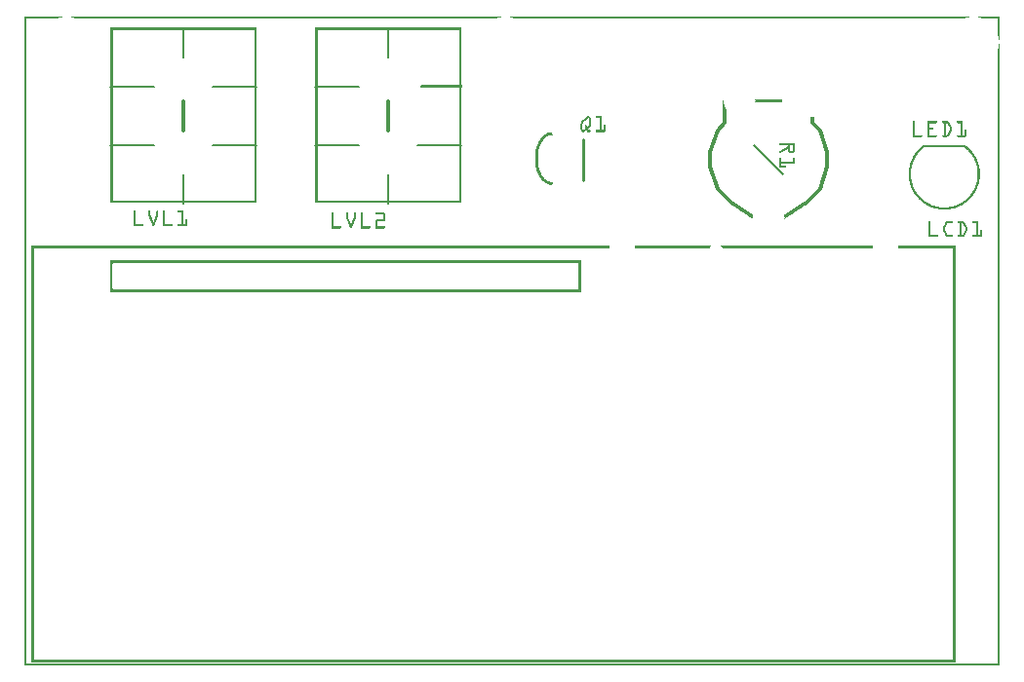
<source format=gto>
G04 MADE WITH FRITZING*
G04 WWW.FRITZING.ORG*
G04 DOUBLE SIDED*
G04 HOLES PLATED*
G04 CONTOUR ON CENTER OF CONTOUR VECTOR*
%ASAXBY*%
%FSLAX23Y23*%
%MOIN*%
%OFA0B0*%
%SFA1.0B1.0*%
%ADD10C,0.008000*%
%ADD11C,0.012000*%
%ADD12C,0.005000*%
%ADD13C,0.010000*%
%ADD14C,0.007874*%
%ADD15R,0.001000X0.001000*%
%LNSILK1*%
G90*
G70*
G54D10*
X294Y1983D02*
X444Y1983D01*
D02*
X794Y1983D02*
X644Y1983D01*
D02*
X794Y1783D02*
X644Y1783D01*
D02*
X294Y1783D02*
X444Y1783D01*
D02*
X544Y2183D02*
X544Y2083D01*
G54D11*
D02*
X544Y1933D02*
X544Y1833D01*
G54D10*
D02*
X544Y1683D02*
X544Y1583D01*
G54D12*
D02*
X2594Y1683D02*
X2494Y1783D01*
G54D11*
D02*
X2369Y1633D02*
X2419Y1583D01*
D02*
X2344Y1708D02*
X2369Y1633D01*
D02*
X2344Y1758D02*
X2344Y1708D01*
D02*
X2369Y1833D02*
X2344Y1758D01*
D02*
X2394Y1858D02*
X2369Y1833D01*
D02*
X2719Y1833D02*
X2744Y1758D01*
D02*
X2694Y1858D02*
X2719Y1833D01*
D02*
X2744Y1758D02*
X2744Y1708D01*
D02*
X2744Y1708D02*
X2719Y1633D01*
D02*
X2719Y1633D02*
X2669Y1583D01*
G54D13*
D02*
X1908Y1803D02*
X1908Y1663D01*
G54D10*
D02*
X1494Y1783D02*
X1344Y1783D01*
D02*
X994Y1783D02*
X1144Y1783D01*
D02*
X994Y1983D02*
X1144Y1983D01*
D02*
X1244Y1583D02*
X1244Y1683D01*
G54D11*
D02*
X1244Y1833D02*
X1244Y1933D01*
G54D10*
D02*
X1244Y2083D02*
X1244Y2183D01*
G54D14*
X3215Y1777D02*
X3073Y1777D01*
D02*
G54D15*
X0Y2222D02*
X3332Y2222D01*
X0Y2221D02*
X137Y2221D01*
X151Y2221D02*
X1637Y2221D01*
X1651Y2221D02*
X3237Y2221D01*
X3251Y2221D02*
X3332Y2221D01*
X0Y2220D02*
X129Y2220D01*
X159Y2220D02*
X1629Y2220D01*
X1659Y2220D02*
X3229Y2220D01*
X3259Y2220D02*
X3332Y2220D01*
X0Y2219D02*
X124Y2219D01*
X164Y2219D02*
X1624Y2219D01*
X1664Y2219D02*
X3224Y2219D01*
X3264Y2219D02*
X3332Y2219D01*
X0Y2218D02*
X120Y2218D01*
X168Y2218D02*
X1620Y2218D01*
X1668Y2218D02*
X3220Y2218D01*
X3267Y2218D02*
X3332Y2218D01*
X0Y2217D02*
X116Y2217D01*
X171Y2217D02*
X1616Y2217D01*
X1671Y2217D02*
X3216Y2217D01*
X3271Y2217D02*
X3332Y2217D01*
X0Y2216D02*
X114Y2216D01*
X174Y2216D02*
X1614Y2216D01*
X1674Y2216D02*
X3213Y2216D01*
X3274Y2216D02*
X3332Y2216D01*
X0Y2215D02*
X111Y2215D01*
X177Y2215D02*
X1611Y2215D01*
X1677Y2215D02*
X3211Y2215D01*
X3277Y2215D02*
X3332Y2215D01*
X0Y2214D02*
X7Y2214D01*
X3325Y2214D02*
X3332Y2214D01*
X0Y2213D02*
X7Y2213D01*
X3325Y2213D02*
X3332Y2213D01*
X0Y2212D02*
X7Y2212D01*
X3325Y2212D02*
X3332Y2212D01*
X0Y2211D02*
X7Y2211D01*
X3325Y2211D02*
X3332Y2211D01*
X0Y2210D02*
X7Y2210D01*
X3325Y2210D02*
X3332Y2210D01*
X0Y2209D02*
X7Y2209D01*
X3325Y2209D02*
X3332Y2209D01*
X0Y2208D02*
X7Y2208D01*
X3325Y2208D02*
X3332Y2208D01*
X0Y2207D02*
X7Y2207D01*
X3325Y2207D02*
X3332Y2207D01*
X0Y2206D02*
X7Y2206D01*
X3325Y2206D02*
X3332Y2206D01*
X0Y2205D02*
X7Y2205D01*
X3325Y2205D02*
X3332Y2205D01*
X0Y2204D02*
X7Y2204D01*
X3325Y2204D02*
X3332Y2204D01*
X0Y2203D02*
X7Y2203D01*
X3325Y2203D02*
X3332Y2203D01*
X0Y2202D02*
X7Y2202D01*
X3325Y2202D02*
X3332Y2202D01*
X0Y2201D02*
X7Y2201D01*
X3325Y2201D02*
X3332Y2201D01*
X0Y2200D02*
X7Y2200D01*
X3325Y2200D02*
X3332Y2200D01*
X0Y2199D02*
X7Y2199D01*
X3325Y2199D02*
X3332Y2199D01*
X0Y2198D02*
X7Y2198D01*
X3325Y2198D02*
X3332Y2198D01*
X0Y2197D02*
X7Y2197D01*
X3325Y2197D02*
X3332Y2197D01*
X0Y2196D02*
X7Y2196D01*
X3325Y2196D02*
X3332Y2196D01*
X0Y2195D02*
X7Y2195D01*
X3325Y2195D02*
X3332Y2195D01*
X0Y2194D02*
X7Y2194D01*
X3325Y2194D02*
X3332Y2194D01*
X0Y2193D02*
X7Y2193D01*
X3325Y2193D02*
X3332Y2193D01*
X0Y2192D02*
X7Y2192D01*
X3325Y2192D02*
X3332Y2192D01*
X0Y2191D02*
X7Y2191D01*
X3325Y2191D02*
X3332Y2191D01*
X0Y2190D02*
X7Y2190D01*
X3325Y2190D02*
X3332Y2190D01*
X0Y2189D02*
X7Y2189D01*
X3325Y2189D02*
X3332Y2189D01*
X0Y2188D02*
X7Y2188D01*
X3325Y2188D02*
X3332Y2188D01*
X0Y2187D02*
X7Y2187D01*
X3325Y2187D02*
X3332Y2187D01*
X0Y2186D02*
X7Y2186D01*
X3325Y2186D02*
X3332Y2186D01*
X0Y2185D02*
X7Y2185D01*
X3325Y2185D02*
X3332Y2185D01*
X0Y2184D02*
X7Y2184D01*
X3325Y2184D02*
X3332Y2184D01*
X0Y2183D02*
X7Y2183D01*
X294Y2183D02*
X793Y2183D01*
X994Y2183D02*
X1493Y2183D01*
X3325Y2183D02*
X3332Y2183D01*
X0Y2182D02*
X7Y2182D01*
X294Y2182D02*
X793Y2182D01*
X994Y2182D02*
X1493Y2182D01*
X3325Y2182D02*
X3332Y2182D01*
X0Y2181D02*
X7Y2181D01*
X294Y2181D02*
X793Y2181D01*
X994Y2181D02*
X1493Y2181D01*
X3325Y2181D02*
X3332Y2181D01*
X0Y2180D02*
X7Y2180D01*
X294Y2180D02*
X793Y2180D01*
X994Y2180D02*
X1493Y2180D01*
X3325Y2180D02*
X3332Y2180D01*
X0Y2179D02*
X7Y2179D01*
X294Y2179D02*
X793Y2179D01*
X994Y2179D02*
X1493Y2179D01*
X3325Y2179D02*
X3332Y2179D01*
X0Y2178D02*
X7Y2178D01*
X294Y2178D02*
X793Y2178D01*
X994Y2178D02*
X1493Y2178D01*
X3325Y2178D02*
X3332Y2178D01*
X0Y2177D02*
X7Y2177D01*
X294Y2177D02*
X793Y2177D01*
X994Y2177D02*
X1493Y2177D01*
X3325Y2177D02*
X3332Y2177D01*
X0Y2176D02*
X7Y2176D01*
X294Y2176D02*
X793Y2176D01*
X994Y2176D02*
X1493Y2176D01*
X3325Y2176D02*
X3332Y2176D01*
X0Y2175D02*
X7Y2175D01*
X294Y2175D02*
X301Y2175D01*
X786Y2175D02*
X793Y2175D01*
X994Y2175D02*
X1001Y2175D01*
X1486Y2175D02*
X1493Y2175D01*
X3325Y2175D02*
X3332Y2175D01*
X0Y2174D02*
X7Y2174D01*
X294Y2174D02*
X301Y2174D01*
X786Y2174D02*
X793Y2174D01*
X994Y2174D02*
X1001Y2174D01*
X1486Y2174D02*
X1493Y2174D01*
X3325Y2174D02*
X3332Y2174D01*
X0Y2173D02*
X7Y2173D01*
X294Y2173D02*
X301Y2173D01*
X786Y2173D02*
X793Y2173D01*
X994Y2173D02*
X1001Y2173D01*
X1486Y2173D02*
X1493Y2173D01*
X3325Y2173D02*
X3332Y2173D01*
X0Y2172D02*
X7Y2172D01*
X294Y2172D02*
X301Y2172D01*
X786Y2172D02*
X793Y2172D01*
X994Y2172D02*
X1001Y2172D01*
X1486Y2172D02*
X1493Y2172D01*
X3325Y2172D02*
X3332Y2172D01*
X0Y2171D02*
X7Y2171D01*
X294Y2171D02*
X301Y2171D01*
X786Y2171D02*
X793Y2171D01*
X994Y2171D02*
X1001Y2171D01*
X1486Y2171D02*
X1493Y2171D01*
X3325Y2171D02*
X3332Y2171D01*
X0Y2170D02*
X7Y2170D01*
X294Y2170D02*
X301Y2170D01*
X786Y2170D02*
X793Y2170D01*
X994Y2170D02*
X1001Y2170D01*
X1486Y2170D02*
X1493Y2170D01*
X3325Y2170D02*
X3332Y2170D01*
X0Y2169D02*
X7Y2169D01*
X294Y2169D02*
X301Y2169D01*
X786Y2169D02*
X793Y2169D01*
X994Y2169D02*
X1001Y2169D01*
X1486Y2169D02*
X1493Y2169D01*
X3325Y2169D02*
X3332Y2169D01*
X0Y2168D02*
X7Y2168D01*
X294Y2168D02*
X301Y2168D01*
X786Y2168D02*
X793Y2168D01*
X994Y2168D02*
X1001Y2168D01*
X1486Y2168D02*
X1493Y2168D01*
X3325Y2168D02*
X3332Y2168D01*
X0Y2167D02*
X7Y2167D01*
X294Y2167D02*
X301Y2167D01*
X786Y2167D02*
X793Y2167D01*
X994Y2167D02*
X1001Y2167D01*
X1486Y2167D02*
X1493Y2167D01*
X3325Y2167D02*
X3332Y2167D01*
X0Y2166D02*
X7Y2166D01*
X294Y2166D02*
X301Y2166D01*
X786Y2166D02*
X793Y2166D01*
X994Y2166D02*
X1001Y2166D01*
X1486Y2166D02*
X1493Y2166D01*
X3326Y2166D02*
X3332Y2166D01*
X0Y2165D02*
X7Y2165D01*
X294Y2165D02*
X301Y2165D01*
X786Y2165D02*
X793Y2165D01*
X994Y2165D02*
X1001Y2165D01*
X1486Y2165D02*
X1493Y2165D01*
X3326Y2165D02*
X3332Y2165D01*
X0Y2164D02*
X7Y2164D01*
X294Y2164D02*
X301Y2164D01*
X786Y2164D02*
X793Y2164D01*
X994Y2164D02*
X1001Y2164D01*
X1486Y2164D02*
X1493Y2164D01*
X3326Y2164D02*
X3332Y2164D01*
X0Y2163D02*
X7Y2163D01*
X294Y2163D02*
X301Y2163D01*
X786Y2163D02*
X793Y2163D01*
X994Y2163D02*
X1001Y2163D01*
X1486Y2163D02*
X1493Y2163D01*
X3327Y2163D02*
X3332Y2163D01*
X0Y2162D02*
X7Y2162D01*
X294Y2162D02*
X301Y2162D01*
X786Y2162D02*
X793Y2162D01*
X994Y2162D02*
X1001Y2162D01*
X1486Y2162D02*
X1493Y2162D01*
X3327Y2162D02*
X3332Y2162D01*
X0Y2161D02*
X7Y2161D01*
X294Y2161D02*
X301Y2161D01*
X786Y2161D02*
X793Y2161D01*
X994Y2161D02*
X1001Y2161D01*
X1486Y2161D02*
X1493Y2161D01*
X3327Y2161D02*
X3332Y2161D01*
X0Y2160D02*
X7Y2160D01*
X294Y2160D02*
X301Y2160D01*
X786Y2160D02*
X793Y2160D01*
X994Y2160D02*
X1001Y2160D01*
X1486Y2160D02*
X1493Y2160D01*
X3328Y2160D02*
X3332Y2160D01*
X0Y2159D02*
X7Y2159D01*
X294Y2159D02*
X301Y2159D01*
X786Y2159D02*
X793Y2159D01*
X994Y2159D02*
X1001Y2159D01*
X1486Y2159D02*
X1493Y2159D01*
X3328Y2159D02*
X3332Y2159D01*
X0Y2158D02*
X7Y2158D01*
X294Y2158D02*
X301Y2158D01*
X786Y2158D02*
X793Y2158D01*
X994Y2158D02*
X1001Y2158D01*
X1486Y2158D02*
X1493Y2158D01*
X3328Y2158D02*
X3332Y2158D01*
X0Y2157D02*
X7Y2157D01*
X294Y2157D02*
X301Y2157D01*
X786Y2157D02*
X793Y2157D01*
X994Y2157D02*
X1001Y2157D01*
X1486Y2157D02*
X1493Y2157D01*
X3328Y2157D02*
X3332Y2157D01*
X0Y2156D02*
X7Y2156D01*
X294Y2156D02*
X301Y2156D01*
X786Y2156D02*
X793Y2156D01*
X994Y2156D02*
X1001Y2156D01*
X1486Y2156D02*
X1493Y2156D01*
X3329Y2156D02*
X3332Y2156D01*
X0Y2155D02*
X7Y2155D01*
X294Y2155D02*
X301Y2155D01*
X786Y2155D02*
X793Y2155D01*
X994Y2155D02*
X1001Y2155D01*
X1486Y2155D02*
X1493Y2155D01*
X3329Y2155D02*
X3332Y2155D01*
X0Y2154D02*
X7Y2154D01*
X294Y2154D02*
X301Y2154D01*
X786Y2154D02*
X793Y2154D01*
X994Y2154D02*
X1001Y2154D01*
X1486Y2154D02*
X1493Y2154D01*
X3329Y2154D02*
X3332Y2154D01*
X0Y2153D02*
X7Y2153D01*
X294Y2153D02*
X301Y2153D01*
X786Y2153D02*
X793Y2153D01*
X994Y2153D02*
X1001Y2153D01*
X1486Y2153D02*
X1493Y2153D01*
X3329Y2153D02*
X3332Y2153D01*
X0Y2152D02*
X7Y2152D01*
X294Y2152D02*
X301Y2152D01*
X786Y2152D02*
X793Y2152D01*
X994Y2152D02*
X1001Y2152D01*
X1486Y2152D02*
X1493Y2152D01*
X3330Y2152D02*
X3332Y2152D01*
X0Y2151D02*
X7Y2151D01*
X294Y2151D02*
X301Y2151D01*
X786Y2151D02*
X793Y2151D01*
X994Y2151D02*
X1001Y2151D01*
X1486Y2151D02*
X1493Y2151D01*
X3330Y2151D02*
X3332Y2151D01*
X0Y2150D02*
X7Y2150D01*
X294Y2150D02*
X301Y2150D01*
X786Y2150D02*
X793Y2150D01*
X994Y2150D02*
X1001Y2150D01*
X1486Y2150D02*
X1493Y2150D01*
X3330Y2150D02*
X3332Y2150D01*
X0Y2149D02*
X7Y2149D01*
X294Y2149D02*
X301Y2149D01*
X786Y2149D02*
X793Y2149D01*
X994Y2149D02*
X1001Y2149D01*
X1486Y2149D02*
X1493Y2149D01*
X3330Y2149D02*
X3332Y2149D01*
X0Y2148D02*
X7Y2148D01*
X294Y2148D02*
X301Y2148D01*
X786Y2148D02*
X793Y2148D01*
X994Y2148D02*
X1001Y2148D01*
X1486Y2148D02*
X1493Y2148D01*
X3331Y2148D02*
X3332Y2148D01*
X0Y2147D02*
X7Y2147D01*
X294Y2147D02*
X301Y2147D01*
X786Y2147D02*
X793Y2147D01*
X994Y2147D02*
X1001Y2147D01*
X1486Y2147D02*
X1493Y2147D01*
X3331Y2147D02*
X3332Y2147D01*
X0Y2146D02*
X7Y2146D01*
X294Y2146D02*
X301Y2146D01*
X786Y2146D02*
X793Y2146D01*
X994Y2146D02*
X1001Y2146D01*
X1486Y2146D02*
X1493Y2146D01*
X3331Y2146D02*
X3332Y2146D01*
X0Y2145D02*
X7Y2145D01*
X294Y2145D02*
X301Y2145D01*
X786Y2145D02*
X793Y2145D01*
X994Y2145D02*
X1001Y2145D01*
X1486Y2145D02*
X1493Y2145D01*
X3331Y2145D02*
X3332Y2145D01*
X0Y2144D02*
X7Y2144D01*
X294Y2144D02*
X301Y2144D01*
X786Y2144D02*
X793Y2144D01*
X994Y2144D02*
X1001Y2144D01*
X1486Y2144D02*
X1493Y2144D01*
X3331Y2144D02*
X3332Y2144D01*
X0Y2143D02*
X7Y2143D01*
X294Y2143D02*
X301Y2143D01*
X786Y2143D02*
X793Y2143D01*
X994Y2143D02*
X1001Y2143D01*
X1486Y2143D02*
X1493Y2143D01*
X3331Y2143D02*
X3332Y2143D01*
X0Y2142D02*
X7Y2142D01*
X294Y2142D02*
X301Y2142D01*
X786Y2142D02*
X793Y2142D01*
X994Y2142D02*
X1001Y2142D01*
X1486Y2142D02*
X1493Y2142D01*
X3331Y2142D02*
X3332Y2142D01*
X0Y2141D02*
X7Y2141D01*
X294Y2141D02*
X301Y2141D01*
X786Y2141D02*
X793Y2141D01*
X994Y2141D02*
X1001Y2141D01*
X1486Y2141D02*
X1493Y2141D01*
X3331Y2141D02*
X3332Y2141D01*
X0Y2140D02*
X7Y2140D01*
X294Y2140D02*
X301Y2140D01*
X786Y2140D02*
X793Y2140D01*
X994Y2140D02*
X1001Y2140D01*
X1486Y2140D02*
X1493Y2140D01*
X3332Y2140D02*
X3332Y2140D01*
X0Y2139D02*
X7Y2139D01*
X294Y2139D02*
X301Y2139D01*
X786Y2139D02*
X793Y2139D01*
X994Y2139D02*
X1001Y2139D01*
X1486Y2139D02*
X1493Y2139D01*
X3332Y2139D02*
X3332Y2139D01*
X0Y2138D02*
X7Y2138D01*
X294Y2138D02*
X301Y2138D01*
X786Y2138D02*
X793Y2138D01*
X994Y2138D02*
X1001Y2138D01*
X1486Y2138D02*
X1493Y2138D01*
X3332Y2138D02*
X3332Y2138D01*
X0Y2137D02*
X7Y2137D01*
X294Y2137D02*
X301Y2137D01*
X786Y2137D02*
X793Y2137D01*
X994Y2137D02*
X1001Y2137D01*
X1486Y2137D02*
X1493Y2137D01*
X3332Y2137D02*
X3332Y2137D01*
X0Y2136D02*
X7Y2136D01*
X294Y2136D02*
X301Y2136D01*
X786Y2136D02*
X793Y2136D01*
X994Y2136D02*
X1001Y2136D01*
X1486Y2136D02*
X1493Y2136D01*
X3332Y2136D02*
X3332Y2136D01*
X0Y2135D02*
X7Y2135D01*
X294Y2135D02*
X301Y2135D01*
X786Y2135D02*
X793Y2135D01*
X994Y2135D02*
X1001Y2135D01*
X1486Y2135D02*
X1493Y2135D01*
X3332Y2135D02*
X3332Y2135D01*
X0Y2134D02*
X7Y2134D01*
X294Y2134D02*
X301Y2134D01*
X786Y2134D02*
X793Y2134D01*
X994Y2134D02*
X1001Y2134D01*
X1486Y2134D02*
X1493Y2134D01*
X3332Y2134D02*
X3332Y2134D01*
X0Y2133D02*
X7Y2133D01*
X294Y2133D02*
X301Y2133D01*
X786Y2133D02*
X793Y2133D01*
X994Y2133D02*
X1001Y2133D01*
X1486Y2133D02*
X1493Y2133D01*
X3332Y2133D02*
X3332Y2133D01*
X0Y2132D02*
X7Y2132D01*
X294Y2132D02*
X301Y2132D01*
X786Y2132D02*
X793Y2132D01*
X994Y2132D02*
X1001Y2132D01*
X1486Y2132D02*
X1493Y2132D01*
X3332Y2132D02*
X3332Y2132D01*
X0Y2131D02*
X7Y2131D01*
X294Y2131D02*
X301Y2131D01*
X786Y2131D02*
X793Y2131D01*
X994Y2131D02*
X1001Y2131D01*
X1486Y2131D02*
X1493Y2131D01*
X3332Y2131D02*
X3332Y2131D01*
X0Y2130D02*
X7Y2130D01*
X294Y2130D02*
X301Y2130D01*
X786Y2130D02*
X793Y2130D01*
X994Y2130D02*
X1001Y2130D01*
X1486Y2130D02*
X1493Y2130D01*
X3332Y2130D02*
X3332Y2130D01*
X0Y2129D02*
X7Y2129D01*
X294Y2129D02*
X301Y2129D01*
X786Y2129D02*
X793Y2129D01*
X994Y2129D02*
X1001Y2129D01*
X1486Y2129D02*
X1493Y2129D01*
X3332Y2129D02*
X3332Y2129D01*
X0Y2128D02*
X7Y2128D01*
X294Y2128D02*
X301Y2128D01*
X786Y2128D02*
X793Y2128D01*
X994Y2128D02*
X1001Y2128D01*
X1486Y2128D02*
X1493Y2128D01*
X3332Y2128D02*
X3332Y2128D01*
X0Y2127D02*
X7Y2127D01*
X294Y2127D02*
X301Y2127D01*
X786Y2127D02*
X793Y2127D01*
X994Y2127D02*
X1001Y2127D01*
X1486Y2127D02*
X1493Y2127D01*
X3331Y2127D02*
X3332Y2127D01*
X0Y2126D02*
X7Y2126D01*
X294Y2126D02*
X301Y2126D01*
X786Y2126D02*
X793Y2126D01*
X994Y2126D02*
X1001Y2126D01*
X1486Y2126D02*
X1493Y2126D01*
X3331Y2126D02*
X3332Y2126D01*
X0Y2125D02*
X7Y2125D01*
X294Y2125D02*
X301Y2125D01*
X786Y2125D02*
X793Y2125D01*
X994Y2125D02*
X1001Y2125D01*
X1486Y2125D02*
X1493Y2125D01*
X3331Y2125D02*
X3332Y2125D01*
X0Y2124D02*
X7Y2124D01*
X294Y2124D02*
X301Y2124D01*
X786Y2124D02*
X793Y2124D01*
X994Y2124D02*
X1001Y2124D01*
X1486Y2124D02*
X1493Y2124D01*
X3331Y2124D02*
X3332Y2124D01*
X0Y2123D02*
X7Y2123D01*
X294Y2123D02*
X301Y2123D01*
X786Y2123D02*
X793Y2123D01*
X994Y2123D02*
X1001Y2123D01*
X1486Y2123D02*
X1493Y2123D01*
X3331Y2123D02*
X3332Y2123D01*
X0Y2122D02*
X7Y2122D01*
X294Y2122D02*
X301Y2122D01*
X786Y2122D02*
X793Y2122D01*
X994Y2122D02*
X1001Y2122D01*
X1486Y2122D02*
X1493Y2122D01*
X3331Y2122D02*
X3332Y2122D01*
X0Y2121D02*
X7Y2121D01*
X294Y2121D02*
X301Y2121D01*
X786Y2121D02*
X793Y2121D01*
X994Y2121D02*
X1001Y2121D01*
X1486Y2121D02*
X1493Y2121D01*
X3331Y2121D02*
X3332Y2121D01*
X0Y2120D02*
X7Y2120D01*
X294Y2120D02*
X301Y2120D01*
X786Y2120D02*
X793Y2120D01*
X994Y2120D02*
X1001Y2120D01*
X1486Y2120D02*
X1493Y2120D01*
X3331Y2120D02*
X3332Y2120D01*
X0Y2119D02*
X7Y2119D01*
X294Y2119D02*
X301Y2119D01*
X786Y2119D02*
X793Y2119D01*
X994Y2119D02*
X1001Y2119D01*
X1486Y2119D02*
X1493Y2119D01*
X3330Y2119D02*
X3332Y2119D01*
X0Y2118D02*
X7Y2118D01*
X294Y2118D02*
X301Y2118D01*
X786Y2118D02*
X793Y2118D01*
X994Y2118D02*
X1001Y2118D01*
X1486Y2118D02*
X1493Y2118D01*
X3330Y2118D02*
X3332Y2118D01*
X0Y2117D02*
X7Y2117D01*
X294Y2117D02*
X301Y2117D01*
X786Y2117D02*
X793Y2117D01*
X994Y2117D02*
X1001Y2117D01*
X1486Y2117D02*
X1493Y2117D01*
X3330Y2117D02*
X3332Y2117D01*
X0Y2116D02*
X7Y2116D01*
X294Y2116D02*
X301Y2116D01*
X786Y2116D02*
X793Y2116D01*
X994Y2116D02*
X1001Y2116D01*
X1486Y2116D02*
X1493Y2116D01*
X3330Y2116D02*
X3332Y2116D01*
X0Y2115D02*
X7Y2115D01*
X294Y2115D02*
X301Y2115D01*
X786Y2115D02*
X793Y2115D01*
X994Y2115D02*
X1001Y2115D01*
X1486Y2115D02*
X1493Y2115D01*
X3330Y2115D02*
X3332Y2115D01*
X0Y2114D02*
X7Y2114D01*
X294Y2114D02*
X301Y2114D01*
X786Y2114D02*
X793Y2114D01*
X994Y2114D02*
X1001Y2114D01*
X1486Y2114D02*
X1493Y2114D01*
X3329Y2114D02*
X3332Y2114D01*
X0Y2113D02*
X7Y2113D01*
X294Y2113D02*
X301Y2113D01*
X786Y2113D02*
X793Y2113D01*
X994Y2113D02*
X1001Y2113D01*
X1486Y2113D02*
X1493Y2113D01*
X3329Y2113D02*
X3332Y2113D01*
X0Y2112D02*
X7Y2112D01*
X294Y2112D02*
X301Y2112D01*
X786Y2112D02*
X793Y2112D01*
X994Y2112D02*
X1001Y2112D01*
X1486Y2112D02*
X1493Y2112D01*
X3329Y2112D02*
X3332Y2112D01*
X0Y2111D02*
X7Y2111D01*
X294Y2111D02*
X301Y2111D01*
X786Y2111D02*
X793Y2111D01*
X994Y2111D02*
X1001Y2111D01*
X1486Y2111D02*
X1493Y2111D01*
X3329Y2111D02*
X3332Y2111D01*
X0Y2110D02*
X7Y2110D01*
X294Y2110D02*
X301Y2110D01*
X786Y2110D02*
X793Y2110D01*
X994Y2110D02*
X1001Y2110D01*
X1486Y2110D02*
X1493Y2110D01*
X3328Y2110D02*
X3332Y2110D01*
X0Y2109D02*
X7Y2109D01*
X294Y2109D02*
X301Y2109D01*
X786Y2109D02*
X793Y2109D01*
X994Y2109D02*
X1001Y2109D01*
X1486Y2109D02*
X1493Y2109D01*
X3328Y2109D02*
X3332Y2109D01*
X0Y2108D02*
X7Y2108D01*
X294Y2108D02*
X301Y2108D01*
X786Y2108D02*
X793Y2108D01*
X994Y2108D02*
X1001Y2108D01*
X1486Y2108D02*
X1493Y2108D01*
X3328Y2108D02*
X3332Y2108D01*
X0Y2107D02*
X7Y2107D01*
X294Y2107D02*
X301Y2107D01*
X786Y2107D02*
X793Y2107D01*
X994Y2107D02*
X1001Y2107D01*
X1486Y2107D02*
X1493Y2107D01*
X3328Y2107D02*
X3332Y2107D01*
X0Y2106D02*
X7Y2106D01*
X294Y2106D02*
X301Y2106D01*
X786Y2106D02*
X793Y2106D01*
X994Y2106D02*
X1001Y2106D01*
X1486Y2106D02*
X1493Y2106D01*
X3327Y2106D02*
X3332Y2106D01*
X0Y2105D02*
X7Y2105D01*
X294Y2105D02*
X301Y2105D01*
X786Y2105D02*
X793Y2105D01*
X994Y2105D02*
X1001Y2105D01*
X1486Y2105D02*
X1493Y2105D01*
X3327Y2105D02*
X3332Y2105D01*
X0Y2104D02*
X7Y2104D01*
X294Y2104D02*
X301Y2104D01*
X786Y2104D02*
X793Y2104D01*
X994Y2104D02*
X1001Y2104D01*
X1486Y2104D02*
X1493Y2104D01*
X3327Y2104D02*
X3332Y2104D01*
X0Y2103D02*
X7Y2103D01*
X294Y2103D02*
X301Y2103D01*
X786Y2103D02*
X793Y2103D01*
X994Y2103D02*
X1001Y2103D01*
X1486Y2103D02*
X1493Y2103D01*
X3326Y2103D02*
X3332Y2103D01*
X0Y2102D02*
X7Y2102D01*
X294Y2102D02*
X301Y2102D01*
X786Y2102D02*
X793Y2102D01*
X994Y2102D02*
X1001Y2102D01*
X1486Y2102D02*
X1493Y2102D01*
X3326Y2102D02*
X3332Y2102D01*
X0Y2101D02*
X7Y2101D01*
X294Y2101D02*
X301Y2101D01*
X786Y2101D02*
X793Y2101D01*
X994Y2101D02*
X1001Y2101D01*
X1486Y2101D02*
X1493Y2101D01*
X3325Y2101D02*
X3332Y2101D01*
X0Y2100D02*
X7Y2100D01*
X294Y2100D02*
X301Y2100D01*
X786Y2100D02*
X793Y2100D01*
X994Y2100D02*
X1001Y2100D01*
X1486Y2100D02*
X1493Y2100D01*
X3325Y2100D02*
X3332Y2100D01*
X0Y2099D02*
X7Y2099D01*
X294Y2099D02*
X301Y2099D01*
X786Y2099D02*
X793Y2099D01*
X994Y2099D02*
X1001Y2099D01*
X1486Y2099D02*
X1493Y2099D01*
X3325Y2099D02*
X3332Y2099D01*
X0Y2098D02*
X7Y2098D01*
X294Y2098D02*
X301Y2098D01*
X786Y2098D02*
X793Y2098D01*
X994Y2098D02*
X1001Y2098D01*
X1486Y2098D02*
X1493Y2098D01*
X3325Y2098D02*
X3332Y2098D01*
X0Y2097D02*
X7Y2097D01*
X294Y2097D02*
X301Y2097D01*
X786Y2097D02*
X793Y2097D01*
X994Y2097D02*
X1001Y2097D01*
X1486Y2097D02*
X1493Y2097D01*
X3325Y2097D02*
X3332Y2097D01*
X0Y2096D02*
X7Y2096D01*
X294Y2096D02*
X301Y2096D01*
X786Y2096D02*
X793Y2096D01*
X994Y2096D02*
X1001Y2096D01*
X1486Y2096D02*
X1493Y2096D01*
X3325Y2096D02*
X3332Y2096D01*
X0Y2095D02*
X7Y2095D01*
X294Y2095D02*
X301Y2095D01*
X786Y2095D02*
X793Y2095D01*
X994Y2095D02*
X1001Y2095D01*
X1486Y2095D02*
X1493Y2095D01*
X3325Y2095D02*
X3332Y2095D01*
X0Y2094D02*
X7Y2094D01*
X294Y2094D02*
X301Y2094D01*
X786Y2094D02*
X793Y2094D01*
X994Y2094D02*
X1001Y2094D01*
X1486Y2094D02*
X1493Y2094D01*
X3325Y2094D02*
X3332Y2094D01*
X0Y2093D02*
X7Y2093D01*
X294Y2093D02*
X301Y2093D01*
X786Y2093D02*
X793Y2093D01*
X994Y2093D02*
X1001Y2093D01*
X1486Y2093D02*
X1493Y2093D01*
X3325Y2093D02*
X3332Y2093D01*
X0Y2092D02*
X7Y2092D01*
X294Y2092D02*
X301Y2092D01*
X786Y2092D02*
X793Y2092D01*
X994Y2092D02*
X1001Y2092D01*
X1486Y2092D02*
X1493Y2092D01*
X3325Y2092D02*
X3332Y2092D01*
X0Y2091D02*
X7Y2091D01*
X294Y2091D02*
X301Y2091D01*
X786Y2091D02*
X793Y2091D01*
X994Y2091D02*
X1001Y2091D01*
X1486Y2091D02*
X1493Y2091D01*
X3325Y2091D02*
X3332Y2091D01*
X0Y2090D02*
X7Y2090D01*
X294Y2090D02*
X301Y2090D01*
X786Y2090D02*
X793Y2090D01*
X994Y2090D02*
X1001Y2090D01*
X1486Y2090D02*
X1493Y2090D01*
X3325Y2090D02*
X3332Y2090D01*
X0Y2089D02*
X7Y2089D01*
X294Y2089D02*
X301Y2089D01*
X786Y2089D02*
X793Y2089D01*
X994Y2089D02*
X1001Y2089D01*
X1486Y2089D02*
X1493Y2089D01*
X3325Y2089D02*
X3332Y2089D01*
X0Y2088D02*
X7Y2088D01*
X294Y2088D02*
X301Y2088D01*
X786Y2088D02*
X793Y2088D01*
X994Y2088D02*
X1001Y2088D01*
X1486Y2088D02*
X1493Y2088D01*
X3325Y2088D02*
X3332Y2088D01*
X0Y2087D02*
X7Y2087D01*
X294Y2087D02*
X301Y2087D01*
X786Y2087D02*
X793Y2087D01*
X994Y2087D02*
X1001Y2087D01*
X1486Y2087D02*
X1493Y2087D01*
X3325Y2087D02*
X3332Y2087D01*
X0Y2086D02*
X7Y2086D01*
X294Y2086D02*
X301Y2086D01*
X786Y2086D02*
X793Y2086D01*
X994Y2086D02*
X1001Y2086D01*
X1486Y2086D02*
X1493Y2086D01*
X3325Y2086D02*
X3332Y2086D01*
X0Y2085D02*
X7Y2085D01*
X294Y2085D02*
X301Y2085D01*
X786Y2085D02*
X793Y2085D01*
X994Y2085D02*
X1001Y2085D01*
X1486Y2085D02*
X1493Y2085D01*
X3325Y2085D02*
X3332Y2085D01*
X0Y2084D02*
X7Y2084D01*
X294Y2084D02*
X301Y2084D01*
X786Y2084D02*
X793Y2084D01*
X994Y2084D02*
X1001Y2084D01*
X1486Y2084D02*
X1493Y2084D01*
X3325Y2084D02*
X3332Y2084D01*
X0Y2083D02*
X7Y2083D01*
X294Y2083D02*
X301Y2083D01*
X786Y2083D02*
X793Y2083D01*
X994Y2083D02*
X1001Y2083D01*
X1486Y2083D02*
X1493Y2083D01*
X3325Y2083D02*
X3332Y2083D01*
X0Y2082D02*
X7Y2082D01*
X294Y2082D02*
X301Y2082D01*
X786Y2082D02*
X793Y2082D01*
X994Y2082D02*
X1001Y2082D01*
X1486Y2082D02*
X1493Y2082D01*
X3325Y2082D02*
X3332Y2082D01*
X0Y2081D02*
X7Y2081D01*
X294Y2081D02*
X301Y2081D01*
X786Y2081D02*
X793Y2081D01*
X994Y2081D02*
X1001Y2081D01*
X1486Y2081D02*
X1493Y2081D01*
X3325Y2081D02*
X3332Y2081D01*
X0Y2080D02*
X7Y2080D01*
X294Y2080D02*
X301Y2080D01*
X786Y2080D02*
X793Y2080D01*
X994Y2080D02*
X1001Y2080D01*
X1486Y2080D02*
X1493Y2080D01*
X3325Y2080D02*
X3332Y2080D01*
X0Y2079D02*
X7Y2079D01*
X294Y2079D02*
X301Y2079D01*
X786Y2079D02*
X793Y2079D01*
X994Y2079D02*
X1001Y2079D01*
X1486Y2079D02*
X1493Y2079D01*
X3325Y2079D02*
X3332Y2079D01*
X0Y2078D02*
X7Y2078D01*
X294Y2078D02*
X301Y2078D01*
X786Y2078D02*
X793Y2078D01*
X994Y2078D02*
X1001Y2078D01*
X1486Y2078D02*
X1493Y2078D01*
X3325Y2078D02*
X3332Y2078D01*
X0Y2077D02*
X7Y2077D01*
X294Y2077D02*
X301Y2077D01*
X786Y2077D02*
X793Y2077D01*
X994Y2077D02*
X1001Y2077D01*
X1486Y2077D02*
X1493Y2077D01*
X3325Y2077D02*
X3332Y2077D01*
X0Y2076D02*
X7Y2076D01*
X294Y2076D02*
X301Y2076D01*
X786Y2076D02*
X793Y2076D01*
X994Y2076D02*
X1001Y2076D01*
X1486Y2076D02*
X1493Y2076D01*
X3325Y2076D02*
X3332Y2076D01*
X0Y2075D02*
X7Y2075D01*
X294Y2075D02*
X301Y2075D01*
X786Y2075D02*
X793Y2075D01*
X994Y2075D02*
X1001Y2075D01*
X1486Y2075D02*
X1493Y2075D01*
X3325Y2075D02*
X3332Y2075D01*
X0Y2074D02*
X7Y2074D01*
X294Y2074D02*
X301Y2074D01*
X786Y2074D02*
X793Y2074D01*
X994Y2074D02*
X1001Y2074D01*
X1486Y2074D02*
X1493Y2074D01*
X3325Y2074D02*
X3332Y2074D01*
X0Y2073D02*
X7Y2073D01*
X294Y2073D02*
X301Y2073D01*
X786Y2073D02*
X793Y2073D01*
X994Y2073D02*
X1001Y2073D01*
X1486Y2073D02*
X1493Y2073D01*
X3325Y2073D02*
X3332Y2073D01*
X0Y2072D02*
X7Y2072D01*
X294Y2072D02*
X301Y2072D01*
X786Y2072D02*
X793Y2072D01*
X994Y2072D02*
X1001Y2072D01*
X1486Y2072D02*
X1493Y2072D01*
X3325Y2072D02*
X3332Y2072D01*
X0Y2071D02*
X7Y2071D01*
X294Y2071D02*
X301Y2071D01*
X786Y2071D02*
X793Y2071D01*
X994Y2071D02*
X1001Y2071D01*
X1486Y2071D02*
X1493Y2071D01*
X3325Y2071D02*
X3332Y2071D01*
X0Y2070D02*
X7Y2070D01*
X294Y2070D02*
X301Y2070D01*
X786Y2070D02*
X793Y2070D01*
X994Y2070D02*
X1001Y2070D01*
X1486Y2070D02*
X1493Y2070D01*
X3325Y2070D02*
X3332Y2070D01*
X0Y2069D02*
X7Y2069D01*
X294Y2069D02*
X301Y2069D01*
X786Y2069D02*
X793Y2069D01*
X994Y2069D02*
X1001Y2069D01*
X1486Y2069D02*
X1493Y2069D01*
X3325Y2069D02*
X3332Y2069D01*
X0Y2068D02*
X7Y2068D01*
X294Y2068D02*
X301Y2068D01*
X786Y2068D02*
X793Y2068D01*
X994Y2068D02*
X1001Y2068D01*
X1486Y2068D02*
X1493Y2068D01*
X3325Y2068D02*
X3332Y2068D01*
X0Y2067D02*
X7Y2067D01*
X294Y2067D02*
X301Y2067D01*
X786Y2067D02*
X793Y2067D01*
X994Y2067D02*
X1001Y2067D01*
X1486Y2067D02*
X1493Y2067D01*
X3325Y2067D02*
X3332Y2067D01*
X0Y2066D02*
X7Y2066D01*
X294Y2066D02*
X301Y2066D01*
X786Y2066D02*
X793Y2066D01*
X994Y2066D02*
X1001Y2066D01*
X1486Y2066D02*
X1493Y2066D01*
X3325Y2066D02*
X3332Y2066D01*
X0Y2065D02*
X7Y2065D01*
X294Y2065D02*
X301Y2065D01*
X786Y2065D02*
X793Y2065D01*
X994Y2065D02*
X1001Y2065D01*
X1486Y2065D02*
X1493Y2065D01*
X3325Y2065D02*
X3332Y2065D01*
X0Y2064D02*
X7Y2064D01*
X294Y2064D02*
X301Y2064D01*
X786Y2064D02*
X793Y2064D01*
X994Y2064D02*
X1001Y2064D01*
X1486Y2064D02*
X1493Y2064D01*
X3325Y2064D02*
X3332Y2064D01*
X0Y2063D02*
X7Y2063D01*
X294Y2063D02*
X301Y2063D01*
X786Y2063D02*
X793Y2063D01*
X994Y2063D02*
X1001Y2063D01*
X1486Y2063D02*
X1493Y2063D01*
X3325Y2063D02*
X3332Y2063D01*
X0Y2062D02*
X7Y2062D01*
X294Y2062D02*
X301Y2062D01*
X786Y2062D02*
X793Y2062D01*
X994Y2062D02*
X1001Y2062D01*
X1486Y2062D02*
X1493Y2062D01*
X3325Y2062D02*
X3332Y2062D01*
X0Y2061D02*
X7Y2061D01*
X294Y2061D02*
X301Y2061D01*
X786Y2061D02*
X793Y2061D01*
X994Y2061D02*
X1001Y2061D01*
X1486Y2061D02*
X1493Y2061D01*
X3325Y2061D02*
X3332Y2061D01*
X0Y2060D02*
X7Y2060D01*
X294Y2060D02*
X301Y2060D01*
X786Y2060D02*
X793Y2060D01*
X994Y2060D02*
X1001Y2060D01*
X1486Y2060D02*
X1493Y2060D01*
X3325Y2060D02*
X3332Y2060D01*
X0Y2059D02*
X7Y2059D01*
X294Y2059D02*
X301Y2059D01*
X786Y2059D02*
X793Y2059D01*
X994Y2059D02*
X1001Y2059D01*
X1486Y2059D02*
X1493Y2059D01*
X3325Y2059D02*
X3332Y2059D01*
X0Y2058D02*
X7Y2058D01*
X294Y2058D02*
X301Y2058D01*
X786Y2058D02*
X793Y2058D01*
X994Y2058D02*
X1001Y2058D01*
X1486Y2058D02*
X1493Y2058D01*
X3325Y2058D02*
X3332Y2058D01*
X0Y2057D02*
X7Y2057D01*
X294Y2057D02*
X301Y2057D01*
X786Y2057D02*
X793Y2057D01*
X994Y2057D02*
X1001Y2057D01*
X1486Y2057D02*
X1493Y2057D01*
X3325Y2057D02*
X3332Y2057D01*
X0Y2056D02*
X7Y2056D01*
X294Y2056D02*
X301Y2056D01*
X786Y2056D02*
X793Y2056D01*
X994Y2056D02*
X1001Y2056D01*
X1486Y2056D02*
X1493Y2056D01*
X3325Y2056D02*
X3332Y2056D01*
X0Y2055D02*
X7Y2055D01*
X294Y2055D02*
X301Y2055D01*
X786Y2055D02*
X793Y2055D01*
X994Y2055D02*
X1001Y2055D01*
X1486Y2055D02*
X1493Y2055D01*
X3325Y2055D02*
X3332Y2055D01*
X0Y2054D02*
X7Y2054D01*
X294Y2054D02*
X301Y2054D01*
X786Y2054D02*
X793Y2054D01*
X994Y2054D02*
X1001Y2054D01*
X1486Y2054D02*
X1493Y2054D01*
X3325Y2054D02*
X3332Y2054D01*
X0Y2053D02*
X7Y2053D01*
X294Y2053D02*
X301Y2053D01*
X786Y2053D02*
X793Y2053D01*
X994Y2053D02*
X1001Y2053D01*
X1486Y2053D02*
X1493Y2053D01*
X3325Y2053D02*
X3332Y2053D01*
X0Y2052D02*
X7Y2052D01*
X294Y2052D02*
X301Y2052D01*
X786Y2052D02*
X793Y2052D01*
X994Y2052D02*
X1001Y2052D01*
X1486Y2052D02*
X1493Y2052D01*
X3325Y2052D02*
X3332Y2052D01*
X0Y2051D02*
X7Y2051D01*
X294Y2051D02*
X301Y2051D01*
X786Y2051D02*
X793Y2051D01*
X994Y2051D02*
X1001Y2051D01*
X1486Y2051D02*
X1493Y2051D01*
X3325Y2051D02*
X3332Y2051D01*
X0Y2050D02*
X7Y2050D01*
X294Y2050D02*
X301Y2050D01*
X786Y2050D02*
X793Y2050D01*
X994Y2050D02*
X1001Y2050D01*
X1486Y2050D02*
X1493Y2050D01*
X3325Y2050D02*
X3332Y2050D01*
X0Y2049D02*
X7Y2049D01*
X294Y2049D02*
X301Y2049D01*
X786Y2049D02*
X793Y2049D01*
X994Y2049D02*
X1001Y2049D01*
X1486Y2049D02*
X1493Y2049D01*
X3325Y2049D02*
X3332Y2049D01*
X0Y2048D02*
X7Y2048D01*
X294Y2048D02*
X301Y2048D01*
X786Y2048D02*
X793Y2048D01*
X994Y2048D02*
X1001Y2048D01*
X1486Y2048D02*
X1493Y2048D01*
X3325Y2048D02*
X3332Y2048D01*
X0Y2047D02*
X7Y2047D01*
X294Y2047D02*
X301Y2047D01*
X786Y2047D02*
X793Y2047D01*
X994Y2047D02*
X1001Y2047D01*
X1486Y2047D02*
X1493Y2047D01*
X3325Y2047D02*
X3332Y2047D01*
X0Y2046D02*
X7Y2046D01*
X294Y2046D02*
X301Y2046D01*
X786Y2046D02*
X793Y2046D01*
X994Y2046D02*
X1001Y2046D01*
X1486Y2046D02*
X1493Y2046D01*
X3325Y2046D02*
X3332Y2046D01*
X0Y2045D02*
X7Y2045D01*
X294Y2045D02*
X301Y2045D01*
X786Y2045D02*
X793Y2045D01*
X994Y2045D02*
X1001Y2045D01*
X1486Y2045D02*
X1493Y2045D01*
X3325Y2045D02*
X3332Y2045D01*
X0Y2044D02*
X7Y2044D01*
X294Y2044D02*
X301Y2044D01*
X786Y2044D02*
X793Y2044D01*
X994Y2044D02*
X1001Y2044D01*
X1486Y2044D02*
X1493Y2044D01*
X3325Y2044D02*
X3332Y2044D01*
X0Y2043D02*
X7Y2043D01*
X294Y2043D02*
X301Y2043D01*
X786Y2043D02*
X793Y2043D01*
X994Y2043D02*
X1001Y2043D01*
X1486Y2043D02*
X1493Y2043D01*
X3325Y2043D02*
X3332Y2043D01*
X0Y2042D02*
X7Y2042D01*
X294Y2042D02*
X301Y2042D01*
X786Y2042D02*
X793Y2042D01*
X994Y2042D02*
X1001Y2042D01*
X1486Y2042D02*
X1493Y2042D01*
X3325Y2042D02*
X3332Y2042D01*
X0Y2041D02*
X7Y2041D01*
X294Y2041D02*
X301Y2041D01*
X786Y2041D02*
X793Y2041D01*
X994Y2041D02*
X1001Y2041D01*
X1486Y2041D02*
X1493Y2041D01*
X3325Y2041D02*
X3332Y2041D01*
X0Y2040D02*
X7Y2040D01*
X294Y2040D02*
X301Y2040D01*
X786Y2040D02*
X793Y2040D01*
X994Y2040D02*
X1001Y2040D01*
X1486Y2040D02*
X1493Y2040D01*
X3325Y2040D02*
X3332Y2040D01*
X0Y2039D02*
X7Y2039D01*
X294Y2039D02*
X301Y2039D01*
X786Y2039D02*
X793Y2039D01*
X994Y2039D02*
X1001Y2039D01*
X1486Y2039D02*
X1493Y2039D01*
X3325Y2039D02*
X3332Y2039D01*
X0Y2038D02*
X7Y2038D01*
X294Y2038D02*
X301Y2038D01*
X786Y2038D02*
X793Y2038D01*
X994Y2038D02*
X1001Y2038D01*
X1486Y2038D02*
X1493Y2038D01*
X3325Y2038D02*
X3332Y2038D01*
X0Y2037D02*
X7Y2037D01*
X294Y2037D02*
X301Y2037D01*
X786Y2037D02*
X793Y2037D01*
X994Y2037D02*
X1001Y2037D01*
X1486Y2037D02*
X1493Y2037D01*
X3325Y2037D02*
X3332Y2037D01*
X0Y2036D02*
X7Y2036D01*
X294Y2036D02*
X301Y2036D01*
X786Y2036D02*
X793Y2036D01*
X994Y2036D02*
X1001Y2036D01*
X1486Y2036D02*
X1493Y2036D01*
X3325Y2036D02*
X3332Y2036D01*
X0Y2035D02*
X7Y2035D01*
X294Y2035D02*
X301Y2035D01*
X786Y2035D02*
X793Y2035D01*
X994Y2035D02*
X1001Y2035D01*
X1486Y2035D02*
X1493Y2035D01*
X3325Y2035D02*
X3332Y2035D01*
X0Y2034D02*
X7Y2034D01*
X294Y2034D02*
X301Y2034D01*
X786Y2034D02*
X793Y2034D01*
X994Y2034D02*
X1001Y2034D01*
X1486Y2034D02*
X1493Y2034D01*
X3325Y2034D02*
X3332Y2034D01*
X0Y2033D02*
X7Y2033D01*
X294Y2033D02*
X301Y2033D01*
X786Y2033D02*
X793Y2033D01*
X994Y2033D02*
X1001Y2033D01*
X1486Y2033D02*
X1493Y2033D01*
X3325Y2033D02*
X3332Y2033D01*
X0Y2032D02*
X7Y2032D01*
X294Y2032D02*
X301Y2032D01*
X786Y2032D02*
X793Y2032D01*
X994Y2032D02*
X1001Y2032D01*
X1486Y2032D02*
X1493Y2032D01*
X3325Y2032D02*
X3332Y2032D01*
X0Y2031D02*
X7Y2031D01*
X294Y2031D02*
X301Y2031D01*
X786Y2031D02*
X793Y2031D01*
X994Y2031D02*
X1001Y2031D01*
X1486Y2031D02*
X1493Y2031D01*
X3325Y2031D02*
X3332Y2031D01*
X0Y2030D02*
X7Y2030D01*
X294Y2030D02*
X301Y2030D01*
X786Y2030D02*
X793Y2030D01*
X994Y2030D02*
X1001Y2030D01*
X1486Y2030D02*
X1493Y2030D01*
X3325Y2030D02*
X3332Y2030D01*
X0Y2029D02*
X7Y2029D01*
X294Y2029D02*
X301Y2029D01*
X786Y2029D02*
X793Y2029D01*
X994Y2029D02*
X1001Y2029D01*
X1486Y2029D02*
X1493Y2029D01*
X3325Y2029D02*
X3332Y2029D01*
X0Y2028D02*
X7Y2028D01*
X294Y2028D02*
X301Y2028D01*
X786Y2028D02*
X793Y2028D01*
X994Y2028D02*
X1001Y2028D01*
X1486Y2028D02*
X1493Y2028D01*
X3325Y2028D02*
X3332Y2028D01*
X0Y2027D02*
X7Y2027D01*
X294Y2027D02*
X301Y2027D01*
X786Y2027D02*
X793Y2027D01*
X994Y2027D02*
X1001Y2027D01*
X1486Y2027D02*
X1493Y2027D01*
X3325Y2027D02*
X3332Y2027D01*
X0Y2026D02*
X7Y2026D01*
X294Y2026D02*
X301Y2026D01*
X786Y2026D02*
X793Y2026D01*
X994Y2026D02*
X1001Y2026D01*
X1486Y2026D02*
X1493Y2026D01*
X3325Y2026D02*
X3332Y2026D01*
X0Y2025D02*
X7Y2025D01*
X294Y2025D02*
X301Y2025D01*
X786Y2025D02*
X793Y2025D01*
X994Y2025D02*
X1001Y2025D01*
X1486Y2025D02*
X1493Y2025D01*
X3325Y2025D02*
X3332Y2025D01*
X0Y2024D02*
X7Y2024D01*
X294Y2024D02*
X301Y2024D01*
X786Y2024D02*
X793Y2024D01*
X994Y2024D02*
X1001Y2024D01*
X1486Y2024D02*
X1493Y2024D01*
X3325Y2024D02*
X3332Y2024D01*
X0Y2023D02*
X7Y2023D01*
X294Y2023D02*
X301Y2023D01*
X786Y2023D02*
X793Y2023D01*
X994Y2023D02*
X1001Y2023D01*
X1486Y2023D02*
X1493Y2023D01*
X3325Y2023D02*
X3332Y2023D01*
X0Y2022D02*
X7Y2022D01*
X294Y2022D02*
X301Y2022D01*
X786Y2022D02*
X793Y2022D01*
X994Y2022D02*
X1001Y2022D01*
X1486Y2022D02*
X1493Y2022D01*
X3325Y2022D02*
X3332Y2022D01*
X0Y2021D02*
X7Y2021D01*
X294Y2021D02*
X301Y2021D01*
X786Y2021D02*
X793Y2021D01*
X994Y2021D02*
X1001Y2021D01*
X1486Y2021D02*
X1493Y2021D01*
X3325Y2021D02*
X3332Y2021D01*
X0Y2020D02*
X7Y2020D01*
X294Y2020D02*
X301Y2020D01*
X786Y2020D02*
X793Y2020D01*
X994Y2020D02*
X1001Y2020D01*
X1486Y2020D02*
X1493Y2020D01*
X3325Y2020D02*
X3332Y2020D01*
X0Y2019D02*
X7Y2019D01*
X294Y2019D02*
X301Y2019D01*
X786Y2019D02*
X793Y2019D01*
X994Y2019D02*
X1001Y2019D01*
X1486Y2019D02*
X1493Y2019D01*
X3325Y2019D02*
X3332Y2019D01*
X0Y2018D02*
X7Y2018D01*
X294Y2018D02*
X301Y2018D01*
X786Y2018D02*
X793Y2018D01*
X994Y2018D02*
X1001Y2018D01*
X1486Y2018D02*
X1493Y2018D01*
X3325Y2018D02*
X3332Y2018D01*
X0Y2017D02*
X7Y2017D01*
X294Y2017D02*
X301Y2017D01*
X786Y2017D02*
X793Y2017D01*
X994Y2017D02*
X1001Y2017D01*
X1486Y2017D02*
X1493Y2017D01*
X3325Y2017D02*
X3332Y2017D01*
X0Y2016D02*
X7Y2016D01*
X294Y2016D02*
X301Y2016D01*
X786Y2016D02*
X793Y2016D01*
X994Y2016D02*
X1001Y2016D01*
X1486Y2016D02*
X1493Y2016D01*
X3325Y2016D02*
X3332Y2016D01*
X0Y2015D02*
X7Y2015D01*
X294Y2015D02*
X301Y2015D01*
X786Y2015D02*
X793Y2015D01*
X994Y2015D02*
X1001Y2015D01*
X1486Y2015D02*
X1493Y2015D01*
X3325Y2015D02*
X3332Y2015D01*
X0Y2014D02*
X7Y2014D01*
X294Y2014D02*
X301Y2014D01*
X786Y2014D02*
X793Y2014D01*
X994Y2014D02*
X1001Y2014D01*
X1486Y2014D02*
X1493Y2014D01*
X3325Y2014D02*
X3332Y2014D01*
X0Y2013D02*
X7Y2013D01*
X294Y2013D02*
X301Y2013D01*
X786Y2013D02*
X793Y2013D01*
X994Y2013D02*
X1001Y2013D01*
X1486Y2013D02*
X1493Y2013D01*
X3325Y2013D02*
X3332Y2013D01*
X0Y2012D02*
X7Y2012D01*
X294Y2012D02*
X301Y2012D01*
X786Y2012D02*
X793Y2012D01*
X994Y2012D02*
X1001Y2012D01*
X1486Y2012D02*
X1493Y2012D01*
X3325Y2012D02*
X3332Y2012D01*
X0Y2011D02*
X7Y2011D01*
X294Y2011D02*
X301Y2011D01*
X786Y2011D02*
X793Y2011D01*
X994Y2011D02*
X1001Y2011D01*
X1486Y2011D02*
X1493Y2011D01*
X3325Y2011D02*
X3332Y2011D01*
X0Y2010D02*
X7Y2010D01*
X294Y2010D02*
X301Y2010D01*
X786Y2010D02*
X793Y2010D01*
X994Y2010D02*
X1001Y2010D01*
X1486Y2010D02*
X1493Y2010D01*
X3325Y2010D02*
X3332Y2010D01*
X0Y2009D02*
X7Y2009D01*
X294Y2009D02*
X301Y2009D01*
X786Y2009D02*
X793Y2009D01*
X994Y2009D02*
X1001Y2009D01*
X1486Y2009D02*
X1493Y2009D01*
X3325Y2009D02*
X3332Y2009D01*
X0Y2008D02*
X7Y2008D01*
X294Y2008D02*
X301Y2008D01*
X786Y2008D02*
X793Y2008D01*
X994Y2008D02*
X1001Y2008D01*
X1486Y2008D02*
X1493Y2008D01*
X3325Y2008D02*
X3332Y2008D01*
X0Y2007D02*
X7Y2007D01*
X294Y2007D02*
X301Y2007D01*
X786Y2007D02*
X793Y2007D01*
X994Y2007D02*
X1001Y2007D01*
X1486Y2007D02*
X1493Y2007D01*
X3325Y2007D02*
X3332Y2007D01*
X0Y2006D02*
X7Y2006D01*
X294Y2006D02*
X301Y2006D01*
X786Y2006D02*
X793Y2006D01*
X994Y2006D02*
X1001Y2006D01*
X1486Y2006D02*
X1493Y2006D01*
X3325Y2006D02*
X3332Y2006D01*
X0Y2005D02*
X7Y2005D01*
X294Y2005D02*
X301Y2005D01*
X786Y2005D02*
X793Y2005D01*
X994Y2005D02*
X1001Y2005D01*
X1486Y2005D02*
X1493Y2005D01*
X3325Y2005D02*
X3332Y2005D01*
X0Y2004D02*
X7Y2004D01*
X294Y2004D02*
X301Y2004D01*
X786Y2004D02*
X793Y2004D01*
X994Y2004D02*
X1001Y2004D01*
X1486Y2004D02*
X1493Y2004D01*
X3325Y2004D02*
X3332Y2004D01*
X0Y2003D02*
X7Y2003D01*
X294Y2003D02*
X301Y2003D01*
X786Y2003D02*
X793Y2003D01*
X994Y2003D02*
X1001Y2003D01*
X1486Y2003D02*
X1493Y2003D01*
X3325Y2003D02*
X3332Y2003D01*
X0Y2002D02*
X7Y2002D01*
X294Y2002D02*
X301Y2002D01*
X786Y2002D02*
X793Y2002D01*
X994Y2002D02*
X1001Y2002D01*
X1486Y2002D02*
X1493Y2002D01*
X3325Y2002D02*
X3332Y2002D01*
X0Y2001D02*
X7Y2001D01*
X294Y2001D02*
X301Y2001D01*
X786Y2001D02*
X793Y2001D01*
X994Y2001D02*
X1001Y2001D01*
X1486Y2001D02*
X1493Y2001D01*
X3325Y2001D02*
X3332Y2001D01*
X0Y2000D02*
X7Y2000D01*
X294Y2000D02*
X301Y2000D01*
X786Y2000D02*
X793Y2000D01*
X994Y2000D02*
X1001Y2000D01*
X1486Y2000D02*
X1493Y2000D01*
X3325Y2000D02*
X3332Y2000D01*
X0Y1999D02*
X7Y1999D01*
X294Y1999D02*
X301Y1999D01*
X786Y1999D02*
X793Y1999D01*
X994Y1999D02*
X1001Y1999D01*
X1486Y1999D02*
X1493Y1999D01*
X3325Y1999D02*
X3332Y1999D01*
X0Y1998D02*
X7Y1998D01*
X294Y1998D02*
X301Y1998D01*
X786Y1998D02*
X793Y1998D01*
X994Y1998D02*
X1001Y1998D01*
X1486Y1998D02*
X1493Y1998D01*
X3325Y1998D02*
X3332Y1998D01*
X0Y1997D02*
X7Y1997D01*
X294Y1997D02*
X301Y1997D01*
X786Y1997D02*
X793Y1997D01*
X994Y1997D02*
X1001Y1997D01*
X1486Y1997D02*
X1493Y1997D01*
X3325Y1997D02*
X3332Y1997D01*
X0Y1996D02*
X7Y1996D01*
X294Y1996D02*
X301Y1996D01*
X786Y1996D02*
X793Y1996D01*
X994Y1996D02*
X1001Y1996D01*
X1486Y1996D02*
X1493Y1996D01*
X3325Y1996D02*
X3332Y1996D01*
X0Y1995D02*
X7Y1995D01*
X294Y1995D02*
X301Y1995D01*
X786Y1995D02*
X793Y1995D01*
X994Y1995D02*
X1001Y1995D01*
X1486Y1995D02*
X1493Y1995D01*
X3325Y1995D02*
X3332Y1995D01*
X0Y1994D02*
X7Y1994D01*
X294Y1994D02*
X301Y1994D01*
X786Y1994D02*
X793Y1994D01*
X994Y1994D02*
X1001Y1994D01*
X1486Y1994D02*
X1493Y1994D01*
X3325Y1994D02*
X3332Y1994D01*
X0Y1993D02*
X7Y1993D01*
X294Y1993D02*
X301Y1993D01*
X786Y1993D02*
X793Y1993D01*
X994Y1993D02*
X1001Y1993D01*
X1486Y1993D02*
X1493Y1993D01*
X3325Y1993D02*
X3332Y1993D01*
X0Y1992D02*
X7Y1992D01*
X294Y1992D02*
X301Y1992D01*
X786Y1992D02*
X793Y1992D01*
X994Y1992D02*
X1001Y1992D01*
X1486Y1992D02*
X1493Y1992D01*
X3325Y1992D02*
X3332Y1992D01*
X0Y1991D02*
X7Y1991D01*
X294Y1991D02*
X301Y1991D01*
X786Y1991D02*
X793Y1991D01*
X994Y1991D02*
X1001Y1991D01*
X1486Y1991D02*
X1493Y1991D01*
X3325Y1991D02*
X3332Y1991D01*
X0Y1990D02*
X7Y1990D01*
X294Y1990D02*
X301Y1990D01*
X786Y1990D02*
X793Y1990D01*
X994Y1990D02*
X1001Y1990D01*
X1486Y1990D02*
X1493Y1990D01*
X3325Y1990D02*
X3332Y1990D01*
X0Y1989D02*
X7Y1989D01*
X294Y1989D02*
X301Y1989D01*
X786Y1989D02*
X793Y1989D01*
X994Y1989D02*
X1001Y1989D01*
X1486Y1989D02*
X1493Y1989D01*
X3325Y1989D02*
X3332Y1989D01*
X0Y1988D02*
X7Y1988D01*
X294Y1988D02*
X301Y1988D01*
X786Y1988D02*
X793Y1988D01*
X994Y1988D02*
X1001Y1988D01*
X1486Y1988D02*
X1493Y1988D01*
X3325Y1988D02*
X3332Y1988D01*
X0Y1987D02*
X7Y1987D01*
X294Y1987D02*
X301Y1987D01*
X786Y1987D02*
X793Y1987D01*
X994Y1987D02*
X1001Y1987D01*
X1355Y1987D02*
X1495Y1987D01*
X3325Y1987D02*
X3332Y1987D01*
X0Y1986D02*
X7Y1986D01*
X294Y1986D02*
X301Y1986D01*
X786Y1986D02*
X793Y1986D01*
X994Y1986D02*
X1001Y1986D01*
X1355Y1986D02*
X1496Y1986D01*
X3325Y1986D02*
X3332Y1986D01*
X0Y1985D02*
X7Y1985D01*
X294Y1985D02*
X301Y1985D01*
X786Y1985D02*
X793Y1985D01*
X994Y1985D02*
X1001Y1985D01*
X1354Y1985D02*
X1497Y1985D01*
X3325Y1985D02*
X3332Y1985D01*
X0Y1984D02*
X7Y1984D01*
X294Y1984D02*
X301Y1984D01*
X786Y1984D02*
X793Y1984D01*
X994Y1984D02*
X1001Y1984D01*
X1354Y1984D02*
X1497Y1984D01*
X3325Y1984D02*
X3332Y1984D01*
X0Y1983D02*
X7Y1983D01*
X294Y1983D02*
X301Y1983D01*
X786Y1983D02*
X793Y1983D01*
X994Y1983D02*
X1001Y1983D01*
X1353Y1983D02*
X1497Y1983D01*
X3325Y1983D02*
X3332Y1983D01*
X0Y1982D02*
X7Y1982D01*
X294Y1982D02*
X301Y1982D01*
X786Y1982D02*
X793Y1982D01*
X994Y1982D02*
X1001Y1982D01*
X1353Y1982D02*
X1497Y1982D01*
X3325Y1982D02*
X3332Y1982D01*
X0Y1981D02*
X7Y1981D01*
X294Y1981D02*
X301Y1981D01*
X786Y1981D02*
X793Y1981D01*
X994Y1981D02*
X1001Y1981D01*
X1352Y1981D02*
X1496Y1981D01*
X3325Y1981D02*
X3332Y1981D01*
X0Y1980D02*
X7Y1980D01*
X294Y1980D02*
X301Y1980D01*
X786Y1980D02*
X793Y1980D01*
X994Y1980D02*
X1001Y1980D01*
X1352Y1980D02*
X1495Y1980D01*
X3325Y1980D02*
X3332Y1980D01*
X0Y1979D02*
X7Y1979D01*
X294Y1979D02*
X301Y1979D01*
X786Y1979D02*
X793Y1979D01*
X994Y1979D02*
X1001Y1979D01*
X1486Y1979D02*
X1493Y1979D01*
X3325Y1979D02*
X3332Y1979D01*
X0Y1978D02*
X7Y1978D01*
X294Y1978D02*
X301Y1978D01*
X786Y1978D02*
X793Y1978D01*
X994Y1978D02*
X1001Y1978D01*
X1486Y1978D02*
X1493Y1978D01*
X3325Y1978D02*
X3332Y1978D01*
X0Y1977D02*
X7Y1977D01*
X294Y1977D02*
X301Y1977D01*
X786Y1977D02*
X793Y1977D01*
X994Y1977D02*
X1001Y1977D01*
X1486Y1977D02*
X1493Y1977D01*
X3325Y1977D02*
X3332Y1977D01*
X0Y1976D02*
X7Y1976D01*
X294Y1976D02*
X301Y1976D01*
X786Y1976D02*
X793Y1976D01*
X994Y1976D02*
X1001Y1976D01*
X1486Y1976D02*
X1493Y1976D01*
X3325Y1976D02*
X3332Y1976D01*
X0Y1975D02*
X7Y1975D01*
X294Y1975D02*
X301Y1975D01*
X786Y1975D02*
X793Y1975D01*
X994Y1975D02*
X1001Y1975D01*
X1486Y1975D02*
X1493Y1975D01*
X3325Y1975D02*
X3332Y1975D01*
X0Y1974D02*
X7Y1974D01*
X294Y1974D02*
X301Y1974D01*
X786Y1974D02*
X793Y1974D01*
X994Y1974D02*
X1001Y1974D01*
X1486Y1974D02*
X1493Y1974D01*
X3325Y1974D02*
X3332Y1974D01*
X0Y1973D02*
X7Y1973D01*
X294Y1973D02*
X301Y1973D01*
X786Y1973D02*
X793Y1973D01*
X994Y1973D02*
X1001Y1973D01*
X1486Y1973D02*
X1493Y1973D01*
X3325Y1973D02*
X3332Y1973D01*
X0Y1972D02*
X7Y1972D01*
X294Y1972D02*
X301Y1972D01*
X786Y1972D02*
X793Y1972D01*
X994Y1972D02*
X1001Y1972D01*
X1486Y1972D02*
X1493Y1972D01*
X3325Y1972D02*
X3332Y1972D01*
X0Y1971D02*
X7Y1971D01*
X294Y1971D02*
X301Y1971D01*
X786Y1971D02*
X793Y1971D01*
X994Y1971D02*
X1001Y1971D01*
X1486Y1971D02*
X1493Y1971D01*
X3325Y1971D02*
X3332Y1971D01*
X0Y1970D02*
X7Y1970D01*
X294Y1970D02*
X301Y1970D01*
X786Y1970D02*
X793Y1970D01*
X994Y1970D02*
X1001Y1970D01*
X1486Y1970D02*
X1493Y1970D01*
X3325Y1970D02*
X3332Y1970D01*
X0Y1969D02*
X7Y1969D01*
X294Y1969D02*
X301Y1969D01*
X786Y1969D02*
X793Y1969D01*
X994Y1969D02*
X1001Y1969D01*
X1486Y1969D02*
X1493Y1969D01*
X3325Y1969D02*
X3332Y1969D01*
X0Y1968D02*
X7Y1968D01*
X294Y1968D02*
X301Y1968D01*
X786Y1968D02*
X793Y1968D01*
X994Y1968D02*
X1001Y1968D01*
X1486Y1968D02*
X1493Y1968D01*
X3325Y1968D02*
X3332Y1968D01*
X0Y1967D02*
X7Y1967D01*
X294Y1967D02*
X301Y1967D01*
X786Y1967D02*
X793Y1967D01*
X994Y1967D02*
X1001Y1967D01*
X1486Y1967D02*
X1493Y1967D01*
X3325Y1967D02*
X3332Y1967D01*
X0Y1966D02*
X7Y1966D01*
X294Y1966D02*
X301Y1966D01*
X786Y1966D02*
X793Y1966D01*
X994Y1966D02*
X1001Y1966D01*
X1486Y1966D02*
X1493Y1966D01*
X3325Y1966D02*
X3332Y1966D01*
X0Y1965D02*
X7Y1965D01*
X294Y1965D02*
X301Y1965D01*
X786Y1965D02*
X793Y1965D01*
X994Y1965D02*
X1001Y1965D01*
X1486Y1965D02*
X1493Y1965D01*
X3325Y1965D02*
X3332Y1965D01*
X0Y1964D02*
X7Y1964D01*
X294Y1964D02*
X301Y1964D01*
X786Y1964D02*
X793Y1964D01*
X994Y1964D02*
X1001Y1964D01*
X1486Y1964D02*
X1493Y1964D01*
X3325Y1964D02*
X3332Y1964D01*
X0Y1963D02*
X7Y1963D01*
X294Y1963D02*
X301Y1963D01*
X786Y1963D02*
X793Y1963D01*
X994Y1963D02*
X1001Y1963D01*
X1486Y1963D02*
X1493Y1963D01*
X3325Y1963D02*
X3332Y1963D01*
X0Y1962D02*
X7Y1962D01*
X294Y1962D02*
X301Y1962D01*
X786Y1962D02*
X793Y1962D01*
X994Y1962D02*
X1001Y1962D01*
X1486Y1962D02*
X1493Y1962D01*
X3325Y1962D02*
X3332Y1962D01*
X0Y1961D02*
X7Y1961D01*
X294Y1961D02*
X301Y1961D01*
X786Y1961D02*
X793Y1961D01*
X994Y1961D02*
X1001Y1961D01*
X1486Y1961D02*
X1493Y1961D01*
X3325Y1961D02*
X3332Y1961D01*
X0Y1960D02*
X7Y1960D01*
X294Y1960D02*
X301Y1960D01*
X786Y1960D02*
X793Y1960D01*
X994Y1960D02*
X1001Y1960D01*
X1486Y1960D02*
X1493Y1960D01*
X3325Y1960D02*
X3332Y1960D01*
X0Y1959D02*
X7Y1959D01*
X294Y1959D02*
X301Y1959D01*
X786Y1959D02*
X793Y1959D01*
X994Y1959D02*
X1001Y1959D01*
X1486Y1959D02*
X1493Y1959D01*
X3325Y1959D02*
X3332Y1959D01*
X0Y1958D02*
X7Y1958D01*
X294Y1958D02*
X301Y1958D01*
X786Y1958D02*
X793Y1958D01*
X994Y1958D02*
X1001Y1958D01*
X1486Y1958D02*
X1493Y1958D01*
X3325Y1958D02*
X3332Y1958D01*
X0Y1957D02*
X7Y1957D01*
X294Y1957D02*
X301Y1957D01*
X786Y1957D02*
X793Y1957D01*
X994Y1957D02*
X1001Y1957D01*
X1486Y1957D02*
X1493Y1957D01*
X3325Y1957D02*
X3332Y1957D01*
X0Y1956D02*
X7Y1956D01*
X294Y1956D02*
X301Y1956D01*
X786Y1956D02*
X793Y1956D01*
X994Y1956D02*
X1001Y1956D01*
X1486Y1956D02*
X1493Y1956D01*
X3325Y1956D02*
X3332Y1956D01*
X0Y1955D02*
X7Y1955D01*
X294Y1955D02*
X301Y1955D01*
X786Y1955D02*
X793Y1955D01*
X994Y1955D02*
X1001Y1955D01*
X1486Y1955D02*
X1493Y1955D01*
X3325Y1955D02*
X3332Y1955D01*
X0Y1954D02*
X7Y1954D01*
X294Y1954D02*
X301Y1954D01*
X786Y1954D02*
X793Y1954D01*
X994Y1954D02*
X1001Y1954D01*
X1486Y1954D02*
X1493Y1954D01*
X3325Y1954D02*
X3332Y1954D01*
X0Y1953D02*
X7Y1953D01*
X294Y1953D02*
X301Y1953D01*
X786Y1953D02*
X793Y1953D01*
X994Y1953D02*
X1001Y1953D01*
X1486Y1953D02*
X1493Y1953D01*
X3325Y1953D02*
X3332Y1953D01*
X0Y1952D02*
X7Y1952D01*
X294Y1952D02*
X301Y1952D01*
X786Y1952D02*
X793Y1952D01*
X994Y1952D02*
X1001Y1952D01*
X1486Y1952D02*
X1493Y1952D01*
X3325Y1952D02*
X3332Y1952D01*
X0Y1951D02*
X7Y1951D01*
X294Y1951D02*
X301Y1951D01*
X786Y1951D02*
X793Y1951D01*
X994Y1951D02*
X1001Y1951D01*
X1486Y1951D02*
X1493Y1951D01*
X3325Y1951D02*
X3332Y1951D01*
X0Y1950D02*
X7Y1950D01*
X294Y1950D02*
X301Y1950D01*
X786Y1950D02*
X793Y1950D01*
X994Y1950D02*
X1001Y1950D01*
X1486Y1950D02*
X1493Y1950D01*
X3325Y1950D02*
X3332Y1950D01*
X0Y1949D02*
X7Y1949D01*
X294Y1949D02*
X301Y1949D01*
X786Y1949D02*
X793Y1949D01*
X994Y1949D02*
X1001Y1949D01*
X1486Y1949D02*
X1493Y1949D01*
X3325Y1949D02*
X3332Y1949D01*
X0Y1948D02*
X7Y1948D01*
X294Y1948D02*
X301Y1948D01*
X786Y1948D02*
X793Y1948D01*
X994Y1948D02*
X1001Y1948D01*
X1486Y1948D02*
X1493Y1948D01*
X3325Y1948D02*
X3332Y1948D01*
X0Y1947D02*
X7Y1947D01*
X294Y1947D02*
X301Y1947D01*
X786Y1947D02*
X793Y1947D01*
X994Y1947D02*
X1001Y1947D01*
X1486Y1947D02*
X1493Y1947D01*
X3325Y1947D02*
X3332Y1947D01*
X0Y1946D02*
X7Y1946D01*
X294Y1946D02*
X301Y1946D01*
X786Y1946D02*
X793Y1946D01*
X994Y1946D02*
X1001Y1946D01*
X1486Y1946D02*
X1493Y1946D01*
X3325Y1946D02*
X3332Y1946D01*
X0Y1945D02*
X7Y1945D01*
X294Y1945D02*
X301Y1945D01*
X786Y1945D02*
X793Y1945D01*
X994Y1945D02*
X1001Y1945D01*
X1486Y1945D02*
X1493Y1945D01*
X3325Y1945D02*
X3332Y1945D01*
X0Y1944D02*
X7Y1944D01*
X294Y1944D02*
X301Y1944D01*
X786Y1944D02*
X793Y1944D01*
X994Y1944D02*
X1001Y1944D01*
X1486Y1944D02*
X1493Y1944D01*
X3325Y1944D02*
X3332Y1944D01*
X0Y1943D02*
X7Y1943D01*
X294Y1943D02*
X301Y1943D01*
X786Y1943D02*
X793Y1943D01*
X994Y1943D02*
X1001Y1943D01*
X1486Y1943D02*
X1493Y1943D01*
X3325Y1943D02*
X3332Y1943D01*
X0Y1942D02*
X7Y1942D01*
X294Y1942D02*
X301Y1942D01*
X786Y1942D02*
X793Y1942D01*
X994Y1942D02*
X1001Y1942D01*
X1486Y1942D02*
X1493Y1942D01*
X3325Y1942D02*
X3332Y1942D01*
X0Y1941D02*
X7Y1941D01*
X294Y1941D02*
X301Y1941D01*
X786Y1941D02*
X793Y1941D01*
X994Y1941D02*
X1001Y1941D01*
X1486Y1941D02*
X1493Y1941D01*
X3325Y1941D02*
X3332Y1941D01*
X0Y1940D02*
X7Y1940D01*
X294Y1940D02*
X301Y1940D01*
X786Y1940D02*
X793Y1940D01*
X994Y1940D02*
X1001Y1940D01*
X1486Y1940D02*
X1493Y1940D01*
X3325Y1940D02*
X3332Y1940D01*
X0Y1939D02*
X7Y1939D01*
X294Y1939D02*
X301Y1939D01*
X786Y1939D02*
X793Y1939D01*
X994Y1939D02*
X1001Y1939D01*
X1486Y1939D02*
X1493Y1939D01*
X2498Y1939D02*
X2589Y1939D01*
X3325Y1939D02*
X3332Y1939D01*
X0Y1938D02*
X7Y1938D01*
X294Y1938D02*
X301Y1938D01*
X786Y1938D02*
X793Y1938D01*
X994Y1938D02*
X1001Y1938D01*
X1486Y1938D02*
X1493Y1938D01*
X2498Y1938D02*
X2589Y1938D01*
X3325Y1938D02*
X3332Y1938D01*
X0Y1937D02*
X7Y1937D01*
X294Y1937D02*
X301Y1937D01*
X786Y1937D02*
X793Y1937D01*
X994Y1937D02*
X1001Y1937D01*
X1486Y1937D02*
X1493Y1937D01*
X2498Y1937D02*
X2589Y1937D01*
X3325Y1937D02*
X3332Y1937D01*
X0Y1936D02*
X7Y1936D01*
X294Y1936D02*
X301Y1936D01*
X786Y1936D02*
X793Y1936D01*
X994Y1936D02*
X1001Y1936D01*
X1486Y1936D02*
X1493Y1936D01*
X2499Y1936D02*
X2589Y1936D01*
X3325Y1936D02*
X3332Y1936D01*
X0Y1935D02*
X7Y1935D01*
X294Y1935D02*
X301Y1935D01*
X786Y1935D02*
X793Y1935D01*
X994Y1935D02*
X1001Y1935D01*
X1486Y1935D02*
X1493Y1935D01*
X2499Y1935D02*
X2589Y1935D01*
X3325Y1935D02*
X3332Y1935D01*
X0Y1934D02*
X7Y1934D01*
X294Y1934D02*
X301Y1934D01*
X786Y1934D02*
X793Y1934D01*
X994Y1934D02*
X1001Y1934D01*
X1486Y1934D02*
X1493Y1934D01*
X2499Y1934D02*
X2589Y1934D01*
X3325Y1934D02*
X3332Y1934D01*
X0Y1933D02*
X7Y1933D01*
X294Y1933D02*
X301Y1933D01*
X786Y1933D02*
X793Y1933D01*
X994Y1933D02*
X1001Y1933D01*
X1486Y1933D02*
X1493Y1933D01*
X2388Y1933D02*
X2389Y1933D01*
X2499Y1933D02*
X2589Y1933D01*
X2699Y1933D02*
X2699Y1933D01*
X3325Y1933D02*
X3332Y1933D01*
X0Y1932D02*
X7Y1932D01*
X294Y1932D02*
X301Y1932D01*
X786Y1932D02*
X793Y1932D01*
X994Y1932D02*
X1001Y1932D01*
X1486Y1932D02*
X1493Y1932D01*
X2388Y1932D02*
X2389Y1932D01*
X2499Y1932D02*
X2589Y1932D01*
X2699Y1932D02*
X2699Y1932D01*
X3325Y1932D02*
X3332Y1932D01*
X0Y1931D02*
X7Y1931D01*
X294Y1931D02*
X301Y1931D01*
X786Y1931D02*
X793Y1931D01*
X994Y1931D02*
X1001Y1931D01*
X1486Y1931D02*
X1493Y1931D01*
X2388Y1931D02*
X2389Y1931D01*
X2499Y1931D02*
X2589Y1931D01*
X2699Y1931D02*
X2699Y1931D01*
X3325Y1931D02*
X3332Y1931D01*
X0Y1930D02*
X7Y1930D01*
X294Y1930D02*
X301Y1930D01*
X786Y1930D02*
X793Y1930D01*
X994Y1930D02*
X1001Y1930D01*
X1486Y1930D02*
X1493Y1930D01*
X2388Y1930D02*
X2389Y1930D01*
X2498Y1930D02*
X2589Y1930D01*
X2699Y1930D02*
X2699Y1930D01*
X3325Y1930D02*
X3332Y1930D01*
X0Y1929D02*
X7Y1929D01*
X294Y1929D02*
X301Y1929D01*
X786Y1929D02*
X793Y1929D01*
X994Y1929D02*
X1001Y1929D01*
X1486Y1929D02*
X1493Y1929D01*
X2388Y1929D02*
X2389Y1929D01*
X2498Y1929D02*
X2589Y1929D01*
X2699Y1929D02*
X2699Y1929D01*
X3325Y1929D02*
X3332Y1929D01*
X0Y1928D02*
X7Y1928D01*
X294Y1928D02*
X301Y1928D01*
X786Y1928D02*
X793Y1928D01*
X994Y1928D02*
X1001Y1928D01*
X1486Y1928D02*
X1493Y1928D01*
X2388Y1928D02*
X2389Y1928D01*
X2498Y1928D02*
X2589Y1928D01*
X2699Y1928D02*
X2699Y1928D01*
X3325Y1928D02*
X3332Y1928D01*
X0Y1927D02*
X7Y1927D01*
X294Y1927D02*
X301Y1927D01*
X786Y1927D02*
X793Y1927D01*
X994Y1927D02*
X1001Y1927D01*
X1486Y1927D02*
X1493Y1927D01*
X2388Y1927D02*
X2389Y1927D01*
X2699Y1927D02*
X2699Y1927D01*
X3325Y1927D02*
X3332Y1927D01*
X0Y1926D02*
X7Y1926D01*
X294Y1926D02*
X301Y1926D01*
X786Y1926D02*
X793Y1926D01*
X994Y1926D02*
X1001Y1926D01*
X1486Y1926D02*
X1493Y1926D01*
X2388Y1926D02*
X2389Y1926D01*
X2699Y1926D02*
X2699Y1926D01*
X3325Y1926D02*
X3332Y1926D01*
X0Y1925D02*
X7Y1925D01*
X294Y1925D02*
X301Y1925D01*
X786Y1925D02*
X793Y1925D01*
X994Y1925D02*
X1001Y1925D01*
X1486Y1925D02*
X1493Y1925D01*
X2388Y1925D02*
X2390Y1925D01*
X2699Y1925D02*
X2699Y1925D01*
X3325Y1925D02*
X3332Y1925D01*
X0Y1924D02*
X7Y1924D01*
X294Y1924D02*
X301Y1924D01*
X786Y1924D02*
X793Y1924D01*
X994Y1924D02*
X1001Y1924D01*
X1486Y1924D02*
X1493Y1924D01*
X2388Y1924D02*
X2390Y1924D01*
X2699Y1924D02*
X2699Y1924D01*
X3325Y1924D02*
X3332Y1924D01*
X0Y1923D02*
X7Y1923D01*
X294Y1923D02*
X301Y1923D01*
X786Y1923D02*
X793Y1923D01*
X994Y1923D02*
X1001Y1923D01*
X1486Y1923D02*
X1493Y1923D01*
X2388Y1923D02*
X2390Y1923D01*
X2699Y1923D02*
X2699Y1923D01*
X3325Y1923D02*
X3332Y1923D01*
X0Y1922D02*
X7Y1922D01*
X294Y1922D02*
X301Y1922D01*
X786Y1922D02*
X793Y1922D01*
X994Y1922D02*
X1001Y1922D01*
X1486Y1922D02*
X1493Y1922D01*
X2388Y1922D02*
X2390Y1922D01*
X2699Y1922D02*
X2699Y1922D01*
X3325Y1922D02*
X3332Y1922D01*
X0Y1921D02*
X7Y1921D01*
X294Y1921D02*
X301Y1921D01*
X786Y1921D02*
X793Y1921D01*
X994Y1921D02*
X1001Y1921D01*
X1486Y1921D02*
X1493Y1921D01*
X2388Y1921D02*
X2390Y1921D01*
X2699Y1921D02*
X2699Y1921D01*
X3325Y1921D02*
X3332Y1921D01*
X0Y1920D02*
X7Y1920D01*
X294Y1920D02*
X301Y1920D01*
X786Y1920D02*
X793Y1920D01*
X994Y1920D02*
X1001Y1920D01*
X1486Y1920D02*
X1493Y1920D01*
X2388Y1920D02*
X2391Y1920D01*
X2699Y1920D02*
X2699Y1920D01*
X3325Y1920D02*
X3332Y1920D01*
X0Y1919D02*
X7Y1919D01*
X294Y1919D02*
X301Y1919D01*
X786Y1919D02*
X793Y1919D01*
X994Y1919D02*
X1001Y1919D01*
X1486Y1919D02*
X1493Y1919D01*
X2388Y1919D02*
X2391Y1919D01*
X2699Y1919D02*
X2699Y1919D01*
X3325Y1919D02*
X3332Y1919D01*
X0Y1918D02*
X7Y1918D01*
X294Y1918D02*
X301Y1918D01*
X786Y1918D02*
X793Y1918D01*
X994Y1918D02*
X1001Y1918D01*
X1486Y1918D02*
X1493Y1918D01*
X2388Y1918D02*
X2391Y1918D01*
X2699Y1918D02*
X2699Y1918D01*
X3325Y1918D02*
X3332Y1918D01*
X0Y1917D02*
X7Y1917D01*
X294Y1917D02*
X301Y1917D01*
X786Y1917D02*
X793Y1917D01*
X994Y1917D02*
X1001Y1917D01*
X1486Y1917D02*
X1493Y1917D01*
X2388Y1917D02*
X2391Y1917D01*
X2699Y1917D02*
X2699Y1917D01*
X3325Y1917D02*
X3332Y1917D01*
X0Y1916D02*
X7Y1916D01*
X294Y1916D02*
X301Y1916D01*
X786Y1916D02*
X793Y1916D01*
X994Y1916D02*
X1001Y1916D01*
X1486Y1916D02*
X1493Y1916D01*
X2388Y1916D02*
X2392Y1916D01*
X2699Y1916D02*
X2699Y1916D01*
X3325Y1916D02*
X3332Y1916D01*
X0Y1915D02*
X7Y1915D01*
X294Y1915D02*
X301Y1915D01*
X786Y1915D02*
X793Y1915D01*
X994Y1915D02*
X1001Y1915D01*
X1486Y1915D02*
X1493Y1915D01*
X2388Y1915D02*
X2392Y1915D01*
X2699Y1915D02*
X2699Y1915D01*
X3325Y1915D02*
X3332Y1915D01*
X0Y1914D02*
X7Y1914D01*
X294Y1914D02*
X301Y1914D01*
X786Y1914D02*
X793Y1914D01*
X994Y1914D02*
X1001Y1914D01*
X1486Y1914D02*
X1493Y1914D01*
X2388Y1914D02*
X2392Y1914D01*
X2699Y1914D02*
X2699Y1914D01*
X3325Y1914D02*
X3332Y1914D01*
X0Y1913D02*
X7Y1913D01*
X294Y1913D02*
X301Y1913D01*
X786Y1913D02*
X793Y1913D01*
X994Y1913D02*
X1001Y1913D01*
X1486Y1913D02*
X1493Y1913D01*
X2388Y1913D02*
X2393Y1913D01*
X2699Y1913D02*
X2699Y1913D01*
X3325Y1913D02*
X3332Y1913D01*
X0Y1912D02*
X7Y1912D01*
X294Y1912D02*
X301Y1912D01*
X786Y1912D02*
X793Y1912D01*
X994Y1912D02*
X1001Y1912D01*
X1486Y1912D02*
X1493Y1912D01*
X2388Y1912D02*
X2393Y1912D01*
X2699Y1912D02*
X2699Y1912D01*
X3325Y1912D02*
X3332Y1912D01*
X0Y1911D02*
X7Y1911D01*
X294Y1911D02*
X301Y1911D01*
X786Y1911D02*
X793Y1911D01*
X994Y1911D02*
X1001Y1911D01*
X1486Y1911D02*
X1493Y1911D01*
X2388Y1911D02*
X2394Y1911D01*
X2699Y1911D02*
X2699Y1911D01*
X3325Y1911D02*
X3332Y1911D01*
X0Y1910D02*
X7Y1910D01*
X294Y1910D02*
X301Y1910D01*
X786Y1910D02*
X793Y1910D01*
X994Y1910D02*
X1001Y1910D01*
X1486Y1910D02*
X1493Y1910D01*
X2388Y1910D02*
X2394Y1910D01*
X2699Y1910D02*
X2699Y1910D01*
X3325Y1910D02*
X3332Y1910D01*
X0Y1909D02*
X7Y1909D01*
X294Y1909D02*
X301Y1909D01*
X786Y1909D02*
X793Y1909D01*
X994Y1909D02*
X1001Y1909D01*
X1486Y1909D02*
X1493Y1909D01*
X2388Y1909D02*
X2395Y1909D01*
X2699Y1909D02*
X2699Y1909D01*
X3325Y1909D02*
X3332Y1909D01*
X0Y1908D02*
X7Y1908D01*
X294Y1908D02*
X301Y1908D01*
X786Y1908D02*
X793Y1908D01*
X994Y1908D02*
X1001Y1908D01*
X1486Y1908D02*
X1493Y1908D01*
X2388Y1908D02*
X2395Y1908D01*
X2699Y1908D02*
X2699Y1908D01*
X3325Y1908D02*
X3332Y1908D01*
X0Y1907D02*
X7Y1907D01*
X294Y1907D02*
X301Y1907D01*
X786Y1907D02*
X793Y1907D01*
X994Y1907D02*
X1001Y1907D01*
X1486Y1907D02*
X1493Y1907D01*
X2388Y1907D02*
X2396Y1907D01*
X2699Y1907D02*
X2699Y1907D01*
X3325Y1907D02*
X3332Y1907D01*
X0Y1906D02*
X7Y1906D01*
X294Y1906D02*
X301Y1906D01*
X786Y1906D02*
X793Y1906D01*
X994Y1906D02*
X1001Y1906D01*
X1486Y1906D02*
X1493Y1906D01*
X2388Y1906D02*
X2396Y1906D01*
X2699Y1906D02*
X2699Y1906D01*
X3325Y1906D02*
X3332Y1906D01*
X0Y1905D02*
X7Y1905D01*
X294Y1905D02*
X301Y1905D01*
X786Y1905D02*
X793Y1905D01*
X994Y1905D02*
X1001Y1905D01*
X1486Y1905D02*
X1493Y1905D01*
X2388Y1905D02*
X2397Y1905D01*
X2699Y1905D02*
X2699Y1905D01*
X3325Y1905D02*
X3332Y1905D01*
X0Y1904D02*
X7Y1904D01*
X294Y1904D02*
X301Y1904D01*
X786Y1904D02*
X793Y1904D01*
X994Y1904D02*
X1001Y1904D01*
X1486Y1904D02*
X1493Y1904D01*
X2388Y1904D02*
X2398Y1904D01*
X2699Y1904D02*
X2699Y1904D01*
X3325Y1904D02*
X3332Y1904D01*
X0Y1903D02*
X7Y1903D01*
X294Y1903D02*
X301Y1903D01*
X786Y1903D02*
X793Y1903D01*
X994Y1903D02*
X1001Y1903D01*
X1486Y1903D02*
X1493Y1903D01*
X2388Y1903D02*
X2398Y1903D01*
X2699Y1903D02*
X2699Y1903D01*
X3325Y1903D02*
X3332Y1903D01*
X0Y1902D02*
X7Y1902D01*
X294Y1902D02*
X301Y1902D01*
X786Y1902D02*
X793Y1902D01*
X994Y1902D02*
X1001Y1902D01*
X1486Y1902D02*
X1493Y1902D01*
X2388Y1902D02*
X2399Y1902D01*
X2699Y1902D02*
X2699Y1902D01*
X3325Y1902D02*
X3332Y1902D01*
X0Y1901D02*
X7Y1901D01*
X294Y1901D02*
X301Y1901D01*
X786Y1901D02*
X793Y1901D01*
X994Y1901D02*
X1001Y1901D01*
X1486Y1901D02*
X1493Y1901D01*
X2388Y1901D02*
X2399Y1901D01*
X2699Y1901D02*
X2699Y1901D01*
X3325Y1901D02*
X3332Y1901D01*
X0Y1900D02*
X7Y1900D01*
X294Y1900D02*
X301Y1900D01*
X786Y1900D02*
X793Y1900D01*
X994Y1900D02*
X1001Y1900D01*
X1486Y1900D02*
X1493Y1900D01*
X2388Y1900D02*
X2399Y1900D01*
X2699Y1900D02*
X2699Y1900D01*
X3325Y1900D02*
X3332Y1900D01*
X0Y1899D02*
X7Y1899D01*
X294Y1899D02*
X301Y1899D01*
X786Y1899D02*
X793Y1899D01*
X994Y1899D02*
X1001Y1899D01*
X1486Y1899D02*
X1493Y1899D01*
X2388Y1899D02*
X2399Y1899D01*
X2699Y1899D02*
X2699Y1899D01*
X3325Y1899D02*
X3332Y1899D01*
X0Y1898D02*
X7Y1898D01*
X294Y1898D02*
X301Y1898D01*
X786Y1898D02*
X793Y1898D01*
X994Y1898D02*
X1001Y1898D01*
X1486Y1898D02*
X1493Y1898D01*
X2388Y1898D02*
X2399Y1898D01*
X2699Y1898D02*
X2699Y1898D01*
X3325Y1898D02*
X3332Y1898D01*
X0Y1897D02*
X7Y1897D01*
X294Y1897D02*
X301Y1897D01*
X786Y1897D02*
X793Y1897D01*
X994Y1897D02*
X1001Y1897D01*
X1486Y1897D02*
X1493Y1897D01*
X2388Y1897D02*
X2399Y1897D01*
X2699Y1897D02*
X2699Y1897D01*
X3325Y1897D02*
X3332Y1897D01*
X0Y1896D02*
X7Y1896D01*
X294Y1896D02*
X301Y1896D01*
X786Y1896D02*
X793Y1896D01*
X994Y1896D02*
X1001Y1896D01*
X1486Y1896D02*
X1493Y1896D01*
X2388Y1896D02*
X2399Y1896D01*
X2699Y1896D02*
X2699Y1896D01*
X3325Y1896D02*
X3332Y1896D01*
X0Y1895D02*
X7Y1895D01*
X294Y1895D02*
X301Y1895D01*
X786Y1895D02*
X793Y1895D01*
X994Y1895D02*
X1001Y1895D01*
X1486Y1895D02*
X1493Y1895D01*
X2388Y1895D02*
X2399Y1895D01*
X2699Y1895D02*
X2699Y1895D01*
X3325Y1895D02*
X3332Y1895D01*
X0Y1894D02*
X7Y1894D01*
X294Y1894D02*
X301Y1894D01*
X786Y1894D02*
X793Y1894D01*
X994Y1894D02*
X1001Y1894D01*
X1486Y1894D02*
X1493Y1894D01*
X2388Y1894D02*
X2399Y1894D01*
X2699Y1894D02*
X2699Y1894D01*
X3325Y1894D02*
X3332Y1894D01*
X0Y1893D02*
X7Y1893D01*
X294Y1893D02*
X301Y1893D01*
X786Y1893D02*
X793Y1893D01*
X994Y1893D02*
X1001Y1893D01*
X1486Y1893D02*
X1493Y1893D01*
X2388Y1893D02*
X2399Y1893D01*
X2699Y1893D02*
X2699Y1893D01*
X3325Y1893D02*
X3332Y1893D01*
X0Y1892D02*
X7Y1892D01*
X294Y1892D02*
X301Y1892D01*
X786Y1892D02*
X793Y1892D01*
X994Y1892D02*
X1001Y1892D01*
X1486Y1892D02*
X1493Y1892D01*
X2388Y1892D02*
X2399Y1892D01*
X2699Y1892D02*
X2699Y1892D01*
X3325Y1892D02*
X3332Y1892D01*
X0Y1891D02*
X7Y1891D01*
X294Y1891D02*
X301Y1891D01*
X786Y1891D02*
X793Y1891D01*
X994Y1891D02*
X1001Y1891D01*
X1486Y1891D02*
X1493Y1891D01*
X2388Y1891D02*
X2399Y1891D01*
X2699Y1891D02*
X2699Y1891D01*
X3325Y1891D02*
X3332Y1891D01*
X0Y1890D02*
X7Y1890D01*
X294Y1890D02*
X301Y1890D01*
X786Y1890D02*
X793Y1890D01*
X994Y1890D02*
X1001Y1890D01*
X1486Y1890D02*
X1493Y1890D01*
X2388Y1890D02*
X2399Y1890D01*
X2699Y1890D02*
X2699Y1890D01*
X3325Y1890D02*
X3332Y1890D01*
X0Y1889D02*
X7Y1889D01*
X294Y1889D02*
X301Y1889D01*
X786Y1889D02*
X793Y1889D01*
X994Y1889D02*
X1001Y1889D01*
X1486Y1889D02*
X1493Y1889D01*
X2388Y1889D02*
X2399Y1889D01*
X2699Y1889D02*
X2699Y1889D01*
X3325Y1889D02*
X3332Y1889D01*
X0Y1888D02*
X7Y1888D01*
X294Y1888D02*
X301Y1888D01*
X786Y1888D02*
X793Y1888D01*
X994Y1888D02*
X1001Y1888D01*
X1486Y1888D02*
X1493Y1888D01*
X2388Y1888D02*
X2399Y1888D01*
X2699Y1888D02*
X2699Y1888D01*
X3325Y1888D02*
X3332Y1888D01*
X0Y1887D02*
X7Y1887D01*
X294Y1887D02*
X301Y1887D01*
X786Y1887D02*
X793Y1887D01*
X994Y1887D02*
X1001Y1887D01*
X1486Y1887D02*
X1493Y1887D01*
X2388Y1887D02*
X2399Y1887D01*
X2699Y1887D02*
X2699Y1887D01*
X3325Y1887D02*
X3332Y1887D01*
X0Y1886D02*
X7Y1886D01*
X294Y1886D02*
X301Y1886D01*
X786Y1886D02*
X793Y1886D01*
X994Y1886D02*
X1001Y1886D01*
X1486Y1886D02*
X1493Y1886D01*
X2388Y1886D02*
X2399Y1886D01*
X2699Y1886D02*
X2699Y1886D01*
X3325Y1886D02*
X3332Y1886D01*
X0Y1885D02*
X7Y1885D01*
X294Y1885D02*
X301Y1885D01*
X786Y1885D02*
X793Y1885D01*
X994Y1885D02*
X1001Y1885D01*
X1486Y1885D02*
X1493Y1885D01*
X2388Y1885D02*
X2399Y1885D01*
X2699Y1885D02*
X2699Y1885D01*
X3325Y1885D02*
X3332Y1885D01*
X0Y1884D02*
X7Y1884D01*
X294Y1884D02*
X301Y1884D01*
X786Y1884D02*
X793Y1884D01*
X994Y1884D02*
X1001Y1884D01*
X1486Y1884D02*
X1493Y1884D01*
X2388Y1884D02*
X2399Y1884D01*
X2699Y1884D02*
X2699Y1884D01*
X3325Y1884D02*
X3332Y1884D01*
X0Y1883D02*
X7Y1883D01*
X294Y1883D02*
X301Y1883D01*
X786Y1883D02*
X793Y1883D01*
X994Y1883D02*
X1001Y1883D01*
X1486Y1883D02*
X1493Y1883D01*
X2388Y1883D02*
X2399Y1883D01*
X2699Y1883D02*
X2699Y1883D01*
X3325Y1883D02*
X3332Y1883D01*
X0Y1882D02*
X7Y1882D01*
X294Y1882D02*
X301Y1882D01*
X786Y1882D02*
X793Y1882D01*
X994Y1882D02*
X1001Y1882D01*
X1486Y1882D02*
X1493Y1882D01*
X2388Y1882D02*
X2399Y1882D01*
X2699Y1882D02*
X2699Y1882D01*
X3325Y1882D02*
X3332Y1882D01*
X0Y1881D02*
X7Y1881D01*
X294Y1881D02*
X301Y1881D01*
X786Y1881D02*
X793Y1881D01*
X994Y1881D02*
X1001Y1881D01*
X1486Y1881D02*
X1493Y1881D01*
X2388Y1881D02*
X2399Y1881D01*
X2699Y1881D02*
X2699Y1881D01*
X3325Y1881D02*
X3332Y1881D01*
X0Y1880D02*
X7Y1880D01*
X294Y1880D02*
X301Y1880D01*
X786Y1880D02*
X793Y1880D01*
X994Y1880D02*
X1001Y1880D01*
X1486Y1880D02*
X1493Y1880D01*
X1924Y1880D02*
X1930Y1880D01*
X1953Y1880D02*
X1971Y1880D01*
X2388Y1880D02*
X2399Y1880D01*
X2699Y1880D02*
X2699Y1880D01*
X3325Y1880D02*
X3332Y1880D01*
X0Y1879D02*
X7Y1879D01*
X294Y1879D02*
X301Y1879D01*
X786Y1879D02*
X793Y1879D01*
X994Y1879D02*
X1001Y1879D01*
X1486Y1879D02*
X1493Y1879D01*
X1922Y1879D02*
X1931Y1879D01*
X1952Y1879D02*
X1971Y1879D01*
X2388Y1879D02*
X2399Y1879D01*
X2688Y1879D02*
X2699Y1879D01*
X3325Y1879D02*
X3332Y1879D01*
X0Y1878D02*
X7Y1878D01*
X294Y1878D02*
X301Y1878D01*
X786Y1878D02*
X793Y1878D01*
X994Y1878D02*
X1001Y1878D01*
X1486Y1878D02*
X1493Y1878D01*
X1921Y1878D02*
X1933Y1878D01*
X1952Y1878D02*
X1971Y1878D01*
X2388Y1878D02*
X2399Y1878D01*
X2688Y1878D02*
X2699Y1878D01*
X3325Y1878D02*
X3332Y1878D01*
X0Y1877D02*
X7Y1877D01*
X294Y1877D02*
X301Y1877D01*
X786Y1877D02*
X793Y1877D01*
X994Y1877D02*
X1001Y1877D01*
X1486Y1877D02*
X1493Y1877D01*
X1920Y1877D02*
X1933Y1877D01*
X1952Y1877D02*
X1971Y1877D01*
X2388Y1877D02*
X2399Y1877D01*
X2688Y1877D02*
X2699Y1877D01*
X3325Y1877D02*
X3332Y1877D01*
X0Y1876D02*
X7Y1876D01*
X294Y1876D02*
X301Y1876D01*
X786Y1876D02*
X793Y1876D01*
X994Y1876D02*
X1001Y1876D01*
X1486Y1876D02*
X1493Y1876D01*
X1919Y1876D02*
X1934Y1876D01*
X1952Y1876D02*
X1971Y1876D01*
X2388Y1876D02*
X2399Y1876D01*
X2688Y1876D02*
X2699Y1876D01*
X3325Y1876D02*
X3332Y1876D01*
X0Y1875D02*
X7Y1875D01*
X294Y1875D02*
X301Y1875D01*
X786Y1875D02*
X793Y1875D01*
X994Y1875D02*
X1001Y1875D01*
X1486Y1875D02*
X1493Y1875D01*
X1918Y1875D02*
X1935Y1875D01*
X1952Y1875D02*
X1971Y1875D01*
X2388Y1875D02*
X2399Y1875D01*
X2688Y1875D02*
X2699Y1875D01*
X3325Y1875D02*
X3332Y1875D01*
X0Y1874D02*
X7Y1874D01*
X294Y1874D02*
X301Y1874D01*
X786Y1874D02*
X793Y1874D01*
X994Y1874D02*
X1001Y1874D01*
X1486Y1874D02*
X1493Y1874D01*
X1917Y1874D02*
X1935Y1874D01*
X1954Y1874D02*
X1971Y1874D01*
X2388Y1874D02*
X2399Y1874D01*
X2688Y1874D02*
X2699Y1874D01*
X3325Y1874D02*
X3332Y1874D01*
X0Y1873D02*
X7Y1873D01*
X294Y1873D02*
X301Y1873D01*
X786Y1873D02*
X793Y1873D01*
X994Y1873D02*
X1001Y1873D01*
X1486Y1873D02*
X1493Y1873D01*
X1915Y1873D02*
X1925Y1873D01*
X1929Y1873D02*
X1935Y1873D01*
X1965Y1873D02*
X1971Y1873D01*
X2388Y1873D02*
X2399Y1873D01*
X2688Y1873D02*
X2699Y1873D01*
X3325Y1873D02*
X3332Y1873D01*
X0Y1872D02*
X7Y1872D01*
X294Y1872D02*
X301Y1872D01*
X786Y1872D02*
X793Y1872D01*
X994Y1872D02*
X1001Y1872D01*
X1486Y1872D02*
X1493Y1872D01*
X1914Y1872D02*
X1924Y1872D01*
X1929Y1872D02*
X1935Y1872D01*
X1965Y1872D02*
X1971Y1872D01*
X2388Y1872D02*
X2399Y1872D01*
X2688Y1872D02*
X2699Y1872D01*
X3325Y1872D02*
X3332Y1872D01*
X0Y1871D02*
X7Y1871D01*
X294Y1871D02*
X301Y1871D01*
X786Y1871D02*
X793Y1871D01*
X994Y1871D02*
X1001Y1871D01*
X1486Y1871D02*
X1493Y1871D01*
X1913Y1871D02*
X1923Y1871D01*
X1929Y1871D02*
X1935Y1871D01*
X1965Y1871D02*
X1971Y1871D01*
X2388Y1871D02*
X2399Y1871D01*
X2688Y1871D02*
X2699Y1871D01*
X3325Y1871D02*
X3332Y1871D01*
X0Y1870D02*
X7Y1870D01*
X294Y1870D02*
X301Y1870D01*
X786Y1870D02*
X793Y1870D01*
X994Y1870D02*
X1001Y1870D01*
X1486Y1870D02*
X1493Y1870D01*
X1912Y1870D02*
X1922Y1870D01*
X1929Y1870D02*
X1935Y1870D01*
X1965Y1870D02*
X1971Y1870D01*
X2388Y1870D02*
X2399Y1870D01*
X2688Y1870D02*
X2699Y1870D01*
X3325Y1870D02*
X3332Y1870D01*
X0Y1869D02*
X7Y1869D01*
X294Y1869D02*
X301Y1869D01*
X786Y1869D02*
X793Y1869D01*
X994Y1869D02*
X1001Y1869D01*
X1486Y1869D02*
X1493Y1869D01*
X1911Y1869D02*
X1921Y1869D01*
X1929Y1869D02*
X1935Y1869D01*
X1965Y1869D02*
X1971Y1869D01*
X2388Y1869D02*
X2399Y1869D01*
X2688Y1869D02*
X2699Y1869D01*
X3325Y1869D02*
X3332Y1869D01*
X0Y1868D02*
X7Y1868D01*
X294Y1868D02*
X301Y1868D01*
X786Y1868D02*
X793Y1868D01*
X994Y1868D02*
X1001Y1868D01*
X1486Y1868D02*
X1493Y1868D01*
X1909Y1868D02*
X1919Y1868D01*
X1929Y1868D02*
X1935Y1868D01*
X1965Y1868D02*
X1971Y1868D01*
X2388Y1868D02*
X2399Y1868D01*
X2688Y1868D02*
X2699Y1868D01*
X3325Y1868D02*
X3332Y1868D01*
X0Y1867D02*
X7Y1867D01*
X294Y1867D02*
X301Y1867D01*
X786Y1867D02*
X793Y1867D01*
X994Y1867D02*
X1001Y1867D01*
X1486Y1867D02*
X1493Y1867D01*
X1908Y1867D02*
X1918Y1867D01*
X1929Y1867D02*
X1935Y1867D01*
X1965Y1867D02*
X1971Y1867D01*
X2388Y1867D02*
X2399Y1867D01*
X2688Y1867D02*
X2699Y1867D01*
X3325Y1867D02*
X3332Y1867D01*
X0Y1866D02*
X7Y1866D01*
X294Y1866D02*
X301Y1866D01*
X786Y1866D02*
X793Y1866D01*
X994Y1866D02*
X1001Y1866D01*
X1486Y1866D02*
X1493Y1866D01*
X1907Y1866D02*
X1917Y1866D01*
X1929Y1866D02*
X1935Y1866D01*
X1965Y1866D02*
X1971Y1866D01*
X2388Y1866D02*
X2399Y1866D01*
X2688Y1866D02*
X2699Y1866D01*
X3325Y1866D02*
X3332Y1866D01*
X0Y1865D02*
X7Y1865D01*
X294Y1865D02*
X301Y1865D01*
X786Y1865D02*
X793Y1865D01*
X994Y1865D02*
X1001Y1865D01*
X1486Y1865D02*
X1493Y1865D01*
X1906Y1865D02*
X1916Y1865D01*
X1929Y1865D02*
X1935Y1865D01*
X1965Y1865D02*
X1971Y1865D01*
X2388Y1865D02*
X2399Y1865D01*
X2688Y1865D02*
X2699Y1865D01*
X3325Y1865D02*
X3332Y1865D01*
X0Y1864D02*
X7Y1864D01*
X294Y1864D02*
X301Y1864D01*
X786Y1864D02*
X793Y1864D01*
X994Y1864D02*
X1001Y1864D01*
X1486Y1864D02*
X1493Y1864D01*
X1905Y1864D02*
X1915Y1864D01*
X1929Y1864D02*
X1935Y1864D01*
X1965Y1864D02*
X1971Y1864D01*
X2388Y1864D02*
X2399Y1864D01*
X2688Y1864D02*
X2699Y1864D01*
X3087Y1864D02*
X3116Y1864D01*
X3140Y1864D02*
X3151Y1864D01*
X3190Y1864D02*
X3205Y1864D01*
X3325Y1864D02*
X3332Y1864D01*
X0Y1863D02*
X7Y1863D01*
X294Y1863D02*
X301Y1863D01*
X786Y1863D02*
X793Y1863D01*
X994Y1863D02*
X1001Y1863D01*
X1486Y1863D02*
X1493Y1863D01*
X1904Y1863D02*
X1913Y1863D01*
X1929Y1863D02*
X1935Y1863D01*
X1965Y1863D02*
X1971Y1863D01*
X2388Y1863D02*
X2399Y1863D01*
X2688Y1863D02*
X2699Y1863D01*
X3037Y1863D02*
X3041Y1863D01*
X3086Y1863D02*
X3118Y1863D01*
X3137Y1863D02*
X3156Y1863D01*
X3187Y1863D02*
X3206Y1863D01*
X3325Y1863D02*
X3332Y1863D01*
X0Y1862D02*
X7Y1862D01*
X294Y1862D02*
X301Y1862D01*
X786Y1862D02*
X793Y1862D01*
X994Y1862D02*
X1001Y1862D01*
X1486Y1862D02*
X1493Y1862D01*
X1904Y1862D02*
X1912Y1862D01*
X1929Y1862D02*
X1935Y1862D01*
X1965Y1862D02*
X1971Y1862D01*
X2388Y1862D02*
X2399Y1862D01*
X2688Y1862D02*
X2699Y1862D01*
X3036Y1862D02*
X3042Y1862D01*
X3086Y1862D02*
X3119Y1862D01*
X3136Y1862D02*
X3157Y1862D01*
X3186Y1862D02*
X3206Y1862D01*
X3325Y1862D02*
X3332Y1862D01*
X0Y1861D02*
X7Y1861D01*
X294Y1861D02*
X301Y1861D01*
X786Y1861D02*
X793Y1861D01*
X994Y1861D02*
X1001Y1861D01*
X1486Y1861D02*
X1493Y1861D01*
X1903Y1861D02*
X1911Y1861D01*
X1929Y1861D02*
X1935Y1861D01*
X1965Y1861D02*
X1971Y1861D01*
X2388Y1861D02*
X2399Y1861D01*
X2688Y1861D02*
X2699Y1861D01*
X3036Y1861D02*
X3042Y1861D01*
X3086Y1861D02*
X3120Y1861D01*
X3136Y1861D02*
X3159Y1861D01*
X3186Y1861D02*
X3206Y1861D01*
X3325Y1861D02*
X3332Y1861D01*
X0Y1860D02*
X7Y1860D01*
X294Y1860D02*
X301Y1860D01*
X786Y1860D02*
X793Y1860D01*
X994Y1860D02*
X1001Y1860D01*
X1486Y1860D02*
X1493Y1860D01*
X1902Y1860D02*
X1910Y1860D01*
X1929Y1860D02*
X1935Y1860D01*
X1965Y1860D02*
X1971Y1860D01*
X2388Y1860D02*
X2399Y1860D01*
X2688Y1860D02*
X2699Y1860D01*
X3036Y1860D02*
X3042Y1860D01*
X3086Y1860D02*
X3120Y1860D01*
X3136Y1860D02*
X3160Y1860D01*
X3186Y1860D02*
X3206Y1860D01*
X3325Y1860D02*
X3332Y1860D01*
X0Y1859D02*
X7Y1859D01*
X294Y1859D02*
X301Y1859D01*
X786Y1859D02*
X793Y1859D01*
X994Y1859D02*
X1001Y1859D01*
X1486Y1859D02*
X1493Y1859D01*
X1902Y1859D02*
X1909Y1859D01*
X1929Y1859D02*
X1935Y1859D01*
X1965Y1859D02*
X1971Y1859D01*
X2388Y1859D02*
X2399Y1859D01*
X2688Y1859D02*
X2699Y1859D01*
X3036Y1859D02*
X3042Y1859D01*
X3086Y1859D02*
X3119Y1859D01*
X3136Y1859D02*
X3160Y1859D01*
X3186Y1859D02*
X3206Y1859D01*
X3325Y1859D02*
X3332Y1859D01*
X0Y1858D02*
X7Y1858D01*
X294Y1858D02*
X301Y1858D01*
X786Y1858D02*
X793Y1858D01*
X994Y1858D02*
X1001Y1858D01*
X1486Y1858D02*
X1493Y1858D01*
X1902Y1858D02*
X1908Y1858D01*
X1929Y1858D02*
X1935Y1858D01*
X1965Y1858D02*
X1971Y1858D01*
X3036Y1858D02*
X3042Y1858D01*
X3086Y1858D02*
X3118Y1858D01*
X3137Y1858D02*
X3161Y1858D01*
X3187Y1858D02*
X3206Y1858D01*
X3325Y1858D02*
X3332Y1858D01*
X0Y1857D02*
X7Y1857D01*
X294Y1857D02*
X301Y1857D01*
X786Y1857D02*
X793Y1857D01*
X994Y1857D02*
X1001Y1857D01*
X1486Y1857D02*
X1493Y1857D01*
X1902Y1857D02*
X1908Y1857D01*
X1929Y1857D02*
X1935Y1857D01*
X1965Y1857D02*
X1971Y1857D01*
X3036Y1857D02*
X3042Y1857D01*
X3086Y1857D02*
X3116Y1857D01*
X3140Y1857D02*
X3161Y1857D01*
X3190Y1857D02*
X3206Y1857D01*
X3325Y1857D02*
X3332Y1857D01*
X0Y1856D02*
X7Y1856D01*
X294Y1856D02*
X301Y1856D01*
X786Y1856D02*
X793Y1856D01*
X994Y1856D02*
X1001Y1856D01*
X1486Y1856D02*
X1493Y1856D01*
X1902Y1856D02*
X1908Y1856D01*
X1929Y1856D02*
X1935Y1856D01*
X1965Y1856D02*
X1971Y1856D01*
X3036Y1856D02*
X3042Y1856D01*
X3086Y1856D02*
X3092Y1856D01*
X3143Y1856D02*
X3149Y1856D01*
X3155Y1856D02*
X3162Y1856D01*
X3200Y1856D02*
X3206Y1856D01*
X3325Y1856D02*
X3332Y1856D01*
X0Y1855D02*
X7Y1855D01*
X294Y1855D02*
X301Y1855D01*
X786Y1855D02*
X793Y1855D01*
X994Y1855D02*
X1001Y1855D01*
X1486Y1855D02*
X1493Y1855D01*
X1902Y1855D02*
X1908Y1855D01*
X1929Y1855D02*
X1935Y1855D01*
X1965Y1855D02*
X1971Y1855D01*
X3036Y1855D02*
X3042Y1855D01*
X3086Y1855D02*
X3092Y1855D01*
X3143Y1855D02*
X3149Y1855D01*
X3155Y1855D02*
X3162Y1855D01*
X3200Y1855D02*
X3206Y1855D01*
X3325Y1855D02*
X3332Y1855D01*
X0Y1854D02*
X7Y1854D01*
X294Y1854D02*
X301Y1854D01*
X786Y1854D02*
X793Y1854D01*
X994Y1854D02*
X1001Y1854D01*
X1486Y1854D02*
X1493Y1854D01*
X1901Y1854D02*
X1907Y1854D01*
X1929Y1854D02*
X1935Y1854D01*
X1965Y1854D02*
X1971Y1854D01*
X3036Y1854D02*
X3042Y1854D01*
X3086Y1854D02*
X3092Y1854D01*
X3143Y1854D02*
X3149Y1854D01*
X3156Y1854D02*
X3163Y1854D01*
X3200Y1854D02*
X3206Y1854D01*
X3325Y1854D02*
X3332Y1854D01*
X0Y1853D02*
X7Y1853D01*
X294Y1853D02*
X301Y1853D01*
X786Y1853D02*
X793Y1853D01*
X994Y1853D02*
X1001Y1853D01*
X1486Y1853D02*
X1493Y1853D01*
X1901Y1853D02*
X1907Y1853D01*
X1929Y1853D02*
X1935Y1853D01*
X1965Y1853D02*
X1971Y1853D01*
X3036Y1853D02*
X3042Y1853D01*
X3086Y1853D02*
X3092Y1853D01*
X3143Y1853D02*
X3149Y1853D01*
X3157Y1853D02*
X3163Y1853D01*
X3200Y1853D02*
X3206Y1853D01*
X3325Y1853D02*
X3332Y1853D01*
X0Y1852D02*
X7Y1852D01*
X294Y1852D02*
X301Y1852D01*
X786Y1852D02*
X793Y1852D01*
X994Y1852D02*
X1001Y1852D01*
X1486Y1852D02*
X1493Y1852D01*
X1901Y1852D02*
X1907Y1852D01*
X1929Y1852D02*
X1935Y1852D01*
X1965Y1852D02*
X1971Y1852D01*
X3036Y1852D02*
X3042Y1852D01*
X3086Y1852D02*
X3092Y1852D01*
X3143Y1852D02*
X3149Y1852D01*
X3157Y1852D02*
X3164Y1852D01*
X3200Y1852D02*
X3206Y1852D01*
X3325Y1852D02*
X3332Y1852D01*
X0Y1851D02*
X7Y1851D01*
X294Y1851D02*
X301Y1851D01*
X786Y1851D02*
X793Y1851D01*
X994Y1851D02*
X1001Y1851D01*
X1486Y1851D02*
X1493Y1851D01*
X1901Y1851D02*
X1907Y1851D01*
X1918Y1851D02*
X1919Y1851D01*
X1929Y1851D02*
X1935Y1851D01*
X1965Y1851D02*
X1971Y1851D01*
X1981Y1851D02*
X1983Y1851D01*
X3036Y1851D02*
X3042Y1851D01*
X3086Y1851D02*
X3092Y1851D01*
X3143Y1851D02*
X3149Y1851D01*
X3158Y1851D02*
X3164Y1851D01*
X3200Y1851D02*
X3206Y1851D01*
X3325Y1851D02*
X3332Y1851D01*
X0Y1850D02*
X7Y1850D01*
X294Y1850D02*
X301Y1850D01*
X786Y1850D02*
X793Y1850D01*
X994Y1850D02*
X1001Y1850D01*
X1486Y1850D02*
X1493Y1850D01*
X1901Y1850D02*
X1907Y1850D01*
X1916Y1850D02*
X1920Y1850D01*
X1929Y1850D02*
X1935Y1850D01*
X1965Y1850D02*
X1971Y1850D01*
X1980Y1850D02*
X1984Y1850D01*
X3036Y1850D02*
X3042Y1850D01*
X3086Y1850D02*
X3092Y1850D01*
X3143Y1850D02*
X3149Y1850D01*
X3158Y1850D02*
X3165Y1850D01*
X3200Y1850D02*
X3206Y1850D01*
X3325Y1850D02*
X3332Y1850D01*
X0Y1849D02*
X7Y1849D01*
X294Y1849D02*
X301Y1849D01*
X786Y1849D02*
X793Y1849D01*
X994Y1849D02*
X1001Y1849D01*
X1486Y1849D02*
X1493Y1849D01*
X1901Y1849D02*
X1907Y1849D01*
X1916Y1849D02*
X1921Y1849D01*
X1928Y1849D02*
X1935Y1849D01*
X1965Y1849D02*
X1971Y1849D01*
X1979Y1849D02*
X1985Y1849D01*
X3036Y1849D02*
X3042Y1849D01*
X3086Y1849D02*
X3092Y1849D01*
X3143Y1849D02*
X3149Y1849D01*
X3159Y1849D02*
X3165Y1849D01*
X3200Y1849D02*
X3206Y1849D01*
X3325Y1849D02*
X3332Y1849D01*
X0Y1848D02*
X7Y1848D01*
X294Y1848D02*
X301Y1848D01*
X786Y1848D02*
X793Y1848D01*
X994Y1848D02*
X1001Y1848D01*
X1486Y1848D02*
X1493Y1848D01*
X1901Y1848D02*
X1907Y1848D01*
X1915Y1848D02*
X1921Y1848D01*
X1927Y1848D02*
X1934Y1848D01*
X1965Y1848D02*
X1971Y1848D01*
X1979Y1848D02*
X1985Y1848D01*
X3036Y1848D02*
X3042Y1848D01*
X3086Y1848D02*
X3092Y1848D01*
X3143Y1848D02*
X3149Y1848D01*
X3159Y1848D02*
X3166Y1848D01*
X3200Y1848D02*
X3206Y1848D01*
X3325Y1848D02*
X3332Y1848D01*
X0Y1847D02*
X7Y1847D01*
X294Y1847D02*
X301Y1847D01*
X786Y1847D02*
X793Y1847D01*
X994Y1847D02*
X1001Y1847D01*
X1486Y1847D02*
X1493Y1847D01*
X1901Y1847D02*
X1907Y1847D01*
X1915Y1847D02*
X1922Y1847D01*
X1926Y1847D02*
X1934Y1847D01*
X1965Y1847D02*
X1971Y1847D01*
X1979Y1847D02*
X1985Y1847D01*
X3036Y1847D02*
X3042Y1847D01*
X3086Y1847D02*
X3092Y1847D01*
X3143Y1847D02*
X3149Y1847D01*
X3160Y1847D02*
X3166Y1847D01*
X3200Y1847D02*
X3206Y1847D01*
X3325Y1847D02*
X3332Y1847D01*
X0Y1846D02*
X7Y1846D01*
X294Y1846D02*
X301Y1846D01*
X786Y1846D02*
X793Y1846D01*
X994Y1846D02*
X1001Y1846D01*
X1486Y1846D02*
X1493Y1846D01*
X1901Y1846D02*
X1907Y1846D01*
X1916Y1846D02*
X1922Y1846D01*
X1925Y1846D02*
X1933Y1846D01*
X1965Y1846D02*
X1971Y1846D01*
X1979Y1846D02*
X1985Y1846D01*
X3036Y1846D02*
X3042Y1846D01*
X3086Y1846D02*
X3092Y1846D01*
X3143Y1846D02*
X3149Y1846D01*
X3160Y1846D02*
X3167Y1846D01*
X3200Y1846D02*
X3206Y1846D01*
X3325Y1846D02*
X3332Y1846D01*
X0Y1845D02*
X7Y1845D01*
X294Y1845D02*
X301Y1845D01*
X786Y1845D02*
X793Y1845D01*
X994Y1845D02*
X1001Y1845D01*
X1486Y1845D02*
X1493Y1845D01*
X1901Y1845D02*
X1907Y1845D01*
X1916Y1845D02*
X1933Y1845D01*
X1965Y1845D02*
X1971Y1845D01*
X1979Y1845D02*
X1985Y1845D01*
X3036Y1845D02*
X3042Y1845D01*
X3086Y1845D02*
X3092Y1845D01*
X3143Y1845D02*
X3149Y1845D01*
X3161Y1845D02*
X3167Y1845D01*
X3200Y1845D02*
X3206Y1845D01*
X3325Y1845D02*
X3332Y1845D01*
X0Y1844D02*
X7Y1844D01*
X294Y1844D02*
X301Y1844D01*
X786Y1844D02*
X793Y1844D01*
X994Y1844D02*
X1001Y1844D01*
X1486Y1844D02*
X1493Y1844D01*
X1901Y1844D02*
X1907Y1844D01*
X1916Y1844D02*
X1932Y1844D01*
X1965Y1844D02*
X1971Y1844D01*
X1979Y1844D02*
X1985Y1844D01*
X3036Y1844D02*
X3042Y1844D01*
X3086Y1844D02*
X3092Y1844D01*
X3143Y1844D02*
X3149Y1844D01*
X3161Y1844D02*
X3168Y1844D01*
X3200Y1844D02*
X3206Y1844D01*
X3325Y1844D02*
X3332Y1844D01*
X0Y1843D02*
X7Y1843D01*
X294Y1843D02*
X301Y1843D01*
X786Y1843D02*
X793Y1843D01*
X994Y1843D02*
X1001Y1843D01*
X1486Y1843D02*
X1493Y1843D01*
X1901Y1843D02*
X1907Y1843D01*
X1917Y1843D02*
X1931Y1843D01*
X1965Y1843D02*
X1971Y1843D01*
X1979Y1843D02*
X1985Y1843D01*
X3036Y1843D02*
X3042Y1843D01*
X3086Y1843D02*
X3092Y1843D01*
X3143Y1843D02*
X3149Y1843D01*
X3162Y1843D02*
X3168Y1843D01*
X3200Y1843D02*
X3206Y1843D01*
X3325Y1843D02*
X3332Y1843D01*
X0Y1842D02*
X7Y1842D01*
X294Y1842D02*
X301Y1842D01*
X786Y1842D02*
X793Y1842D01*
X994Y1842D02*
X1001Y1842D01*
X1486Y1842D02*
X1493Y1842D01*
X1901Y1842D02*
X1907Y1842D01*
X1917Y1842D02*
X1930Y1842D01*
X1965Y1842D02*
X1971Y1842D01*
X1979Y1842D02*
X1985Y1842D01*
X3036Y1842D02*
X3042Y1842D01*
X3086Y1842D02*
X3092Y1842D01*
X3143Y1842D02*
X3149Y1842D01*
X3162Y1842D02*
X3169Y1842D01*
X3200Y1842D02*
X3206Y1842D01*
X3325Y1842D02*
X3332Y1842D01*
X0Y1841D02*
X7Y1841D01*
X294Y1841D02*
X301Y1841D01*
X786Y1841D02*
X793Y1841D01*
X994Y1841D02*
X1001Y1841D01*
X1486Y1841D02*
X1493Y1841D01*
X1901Y1841D02*
X1907Y1841D01*
X1918Y1841D02*
X1929Y1841D01*
X1965Y1841D02*
X1971Y1841D01*
X1979Y1841D02*
X1985Y1841D01*
X3036Y1841D02*
X3042Y1841D01*
X3086Y1841D02*
X3092Y1841D01*
X3143Y1841D02*
X3149Y1841D01*
X3163Y1841D02*
X3169Y1841D01*
X3200Y1841D02*
X3206Y1841D01*
X3325Y1841D02*
X3332Y1841D01*
X0Y1840D02*
X7Y1840D01*
X294Y1840D02*
X301Y1840D01*
X786Y1840D02*
X793Y1840D01*
X994Y1840D02*
X1001Y1840D01*
X1486Y1840D02*
X1493Y1840D01*
X1901Y1840D02*
X1907Y1840D01*
X1918Y1840D02*
X1928Y1840D01*
X1965Y1840D02*
X1971Y1840D01*
X1979Y1840D02*
X1985Y1840D01*
X3036Y1840D02*
X3042Y1840D01*
X3086Y1840D02*
X3104Y1840D01*
X3143Y1840D02*
X3149Y1840D01*
X3163Y1840D02*
X3169Y1840D01*
X3200Y1840D02*
X3206Y1840D01*
X3325Y1840D02*
X3332Y1840D01*
X0Y1839D02*
X7Y1839D01*
X294Y1839D02*
X301Y1839D01*
X786Y1839D02*
X793Y1839D01*
X994Y1839D02*
X1001Y1839D01*
X1486Y1839D02*
X1493Y1839D01*
X1901Y1839D02*
X1907Y1839D01*
X1917Y1839D02*
X1927Y1839D01*
X1965Y1839D02*
X1971Y1839D01*
X1979Y1839D02*
X1985Y1839D01*
X3036Y1839D02*
X3042Y1839D01*
X3086Y1839D02*
X3105Y1839D01*
X3143Y1839D02*
X3149Y1839D01*
X3163Y1839D02*
X3169Y1839D01*
X3200Y1839D02*
X3206Y1839D01*
X3325Y1839D02*
X3332Y1839D01*
X0Y1838D02*
X7Y1838D01*
X294Y1838D02*
X301Y1838D01*
X786Y1838D02*
X793Y1838D01*
X994Y1838D02*
X1001Y1838D01*
X1486Y1838D02*
X1493Y1838D01*
X1901Y1838D02*
X1907Y1838D01*
X1916Y1838D02*
X1926Y1838D01*
X1965Y1838D02*
X1971Y1838D01*
X1979Y1838D02*
X1985Y1838D01*
X3036Y1838D02*
X3042Y1838D01*
X3086Y1838D02*
X3106Y1838D01*
X3143Y1838D02*
X3149Y1838D01*
X3163Y1838D02*
X3170Y1838D01*
X3200Y1838D02*
X3206Y1838D01*
X3325Y1838D02*
X3332Y1838D01*
X0Y1837D02*
X7Y1837D01*
X294Y1837D02*
X301Y1837D01*
X786Y1837D02*
X793Y1837D01*
X994Y1837D02*
X1001Y1837D01*
X1486Y1837D02*
X1493Y1837D01*
X1901Y1837D02*
X1907Y1837D01*
X1915Y1837D02*
X1926Y1837D01*
X1965Y1837D02*
X1971Y1837D01*
X1979Y1837D02*
X1985Y1837D01*
X3036Y1837D02*
X3042Y1837D01*
X3086Y1837D02*
X3106Y1837D01*
X3143Y1837D02*
X3149Y1837D01*
X3164Y1837D02*
X3170Y1837D01*
X3200Y1837D02*
X3206Y1837D01*
X3325Y1837D02*
X3332Y1837D01*
X0Y1836D02*
X7Y1836D01*
X294Y1836D02*
X301Y1836D01*
X786Y1836D02*
X793Y1836D01*
X994Y1836D02*
X1001Y1836D01*
X1486Y1836D02*
X1493Y1836D01*
X1901Y1836D02*
X1907Y1836D01*
X1913Y1836D02*
X1926Y1836D01*
X1965Y1836D02*
X1971Y1836D01*
X1979Y1836D02*
X1985Y1836D01*
X3036Y1836D02*
X3042Y1836D01*
X3086Y1836D02*
X3106Y1836D01*
X3143Y1836D02*
X3149Y1836D01*
X3163Y1836D02*
X3170Y1836D01*
X3200Y1836D02*
X3206Y1836D01*
X3325Y1836D02*
X3332Y1836D01*
X0Y1835D02*
X7Y1835D01*
X294Y1835D02*
X301Y1835D01*
X786Y1835D02*
X793Y1835D01*
X994Y1835D02*
X1001Y1835D01*
X1486Y1835D02*
X1493Y1835D01*
X1901Y1835D02*
X1908Y1835D01*
X1912Y1835D02*
X1926Y1835D01*
X1965Y1835D02*
X1971Y1835D01*
X1979Y1835D02*
X1985Y1835D01*
X3036Y1835D02*
X3042Y1835D01*
X3086Y1835D02*
X3105Y1835D01*
X3143Y1835D02*
X3149Y1835D01*
X3163Y1835D02*
X3169Y1835D01*
X3200Y1835D02*
X3206Y1835D01*
X3325Y1835D02*
X3332Y1835D01*
X0Y1834D02*
X7Y1834D01*
X294Y1834D02*
X301Y1834D01*
X786Y1834D02*
X793Y1834D01*
X994Y1834D02*
X1001Y1834D01*
X1486Y1834D02*
X1493Y1834D01*
X1902Y1834D02*
X1908Y1834D01*
X1911Y1834D02*
X1927Y1834D01*
X1965Y1834D02*
X1971Y1834D01*
X1979Y1834D02*
X1985Y1834D01*
X3036Y1834D02*
X3042Y1834D01*
X3086Y1834D02*
X3104Y1834D01*
X3143Y1834D02*
X3149Y1834D01*
X3163Y1834D02*
X3169Y1834D01*
X3200Y1834D02*
X3206Y1834D01*
X3215Y1834D02*
X3218Y1834D01*
X3325Y1834D02*
X3332Y1834D01*
X0Y1833D02*
X7Y1833D01*
X294Y1833D02*
X301Y1833D01*
X786Y1833D02*
X793Y1833D01*
X994Y1833D02*
X1001Y1833D01*
X1486Y1833D02*
X1493Y1833D01*
X1902Y1833D02*
X1933Y1833D01*
X1953Y1833D02*
X1985Y1833D01*
X3036Y1833D02*
X3042Y1833D01*
X3086Y1833D02*
X3092Y1833D01*
X3143Y1833D02*
X3149Y1833D01*
X3163Y1833D02*
X3169Y1833D01*
X3200Y1833D02*
X3206Y1833D01*
X3214Y1833D02*
X3219Y1833D01*
X3325Y1833D02*
X3332Y1833D01*
X0Y1832D02*
X7Y1832D01*
X294Y1832D02*
X301Y1832D01*
X786Y1832D02*
X793Y1832D01*
X994Y1832D02*
X1001Y1832D01*
X1486Y1832D02*
X1493Y1832D01*
X1902Y1832D02*
X1918Y1832D01*
X1921Y1832D02*
X1934Y1832D01*
X1952Y1832D02*
X1985Y1832D01*
X3036Y1832D02*
X3042Y1832D01*
X3086Y1832D02*
X3092Y1832D01*
X3143Y1832D02*
X3149Y1832D01*
X3162Y1832D02*
X3169Y1832D01*
X3200Y1832D02*
X3206Y1832D01*
X3214Y1832D02*
X3219Y1832D01*
X3325Y1832D02*
X3332Y1832D01*
X0Y1831D02*
X7Y1831D01*
X294Y1831D02*
X301Y1831D01*
X786Y1831D02*
X793Y1831D01*
X994Y1831D02*
X1001Y1831D01*
X1486Y1831D02*
X1493Y1831D01*
X1903Y1831D02*
X1917Y1831D01*
X1921Y1831D02*
X1935Y1831D01*
X1952Y1831D02*
X1985Y1831D01*
X3036Y1831D02*
X3042Y1831D01*
X3086Y1831D02*
X3092Y1831D01*
X3143Y1831D02*
X3149Y1831D01*
X3162Y1831D02*
X3168Y1831D01*
X3200Y1831D02*
X3206Y1831D01*
X3214Y1831D02*
X3220Y1831D01*
X3325Y1831D02*
X3332Y1831D01*
X0Y1830D02*
X7Y1830D01*
X294Y1830D02*
X301Y1830D01*
X786Y1830D02*
X793Y1830D01*
X994Y1830D02*
X1001Y1830D01*
X1486Y1830D02*
X1493Y1830D01*
X1903Y1830D02*
X1916Y1830D01*
X1922Y1830D02*
X1935Y1830D01*
X1952Y1830D02*
X1985Y1830D01*
X3036Y1830D02*
X3042Y1830D01*
X3086Y1830D02*
X3092Y1830D01*
X3143Y1830D02*
X3149Y1830D01*
X3161Y1830D02*
X3168Y1830D01*
X3200Y1830D02*
X3206Y1830D01*
X3214Y1830D02*
X3220Y1830D01*
X3325Y1830D02*
X3332Y1830D01*
X0Y1829D02*
X7Y1829D01*
X294Y1829D02*
X301Y1829D01*
X786Y1829D02*
X793Y1829D01*
X994Y1829D02*
X1001Y1829D01*
X1486Y1829D02*
X1493Y1829D01*
X1904Y1829D02*
X1915Y1829D01*
X1922Y1829D02*
X1935Y1829D01*
X1952Y1829D02*
X1985Y1829D01*
X3036Y1829D02*
X3042Y1829D01*
X3086Y1829D02*
X3092Y1829D01*
X3143Y1829D02*
X3149Y1829D01*
X3161Y1829D02*
X3167Y1829D01*
X3200Y1829D02*
X3206Y1829D01*
X3214Y1829D02*
X3220Y1829D01*
X3325Y1829D02*
X3332Y1829D01*
X0Y1828D02*
X7Y1828D01*
X294Y1828D02*
X301Y1828D01*
X786Y1828D02*
X793Y1828D01*
X994Y1828D02*
X1001Y1828D01*
X1486Y1828D02*
X1493Y1828D01*
X1905Y1828D02*
X1914Y1828D01*
X1923Y1828D02*
X1934Y1828D01*
X1952Y1828D02*
X1984Y1828D01*
X3036Y1828D02*
X3042Y1828D01*
X3086Y1828D02*
X3092Y1828D01*
X3143Y1828D02*
X3149Y1828D01*
X3160Y1828D02*
X3167Y1828D01*
X3200Y1828D02*
X3206Y1828D01*
X3214Y1828D02*
X3220Y1828D01*
X3325Y1828D02*
X3332Y1828D01*
X0Y1827D02*
X7Y1827D01*
X294Y1827D02*
X301Y1827D01*
X786Y1827D02*
X793Y1827D01*
X994Y1827D02*
X1001Y1827D01*
X1486Y1827D02*
X1493Y1827D01*
X1907Y1827D02*
X1912Y1827D01*
X1923Y1827D02*
X1933Y1827D01*
X1953Y1827D02*
X1983Y1827D01*
X3036Y1827D02*
X3042Y1827D01*
X3086Y1827D02*
X3092Y1827D01*
X3143Y1827D02*
X3149Y1827D01*
X3160Y1827D02*
X3167Y1827D01*
X3200Y1827D02*
X3206Y1827D01*
X3214Y1827D02*
X3220Y1827D01*
X3325Y1827D02*
X3332Y1827D01*
X0Y1826D02*
X7Y1826D01*
X294Y1826D02*
X301Y1826D01*
X786Y1826D02*
X793Y1826D01*
X994Y1826D02*
X1001Y1826D01*
X1486Y1826D02*
X1493Y1826D01*
X3036Y1826D02*
X3042Y1826D01*
X3086Y1826D02*
X3092Y1826D01*
X3143Y1826D02*
X3149Y1826D01*
X3159Y1826D02*
X3166Y1826D01*
X3200Y1826D02*
X3206Y1826D01*
X3214Y1826D02*
X3220Y1826D01*
X3325Y1826D02*
X3332Y1826D01*
X0Y1825D02*
X7Y1825D01*
X294Y1825D02*
X301Y1825D01*
X786Y1825D02*
X793Y1825D01*
X994Y1825D02*
X1001Y1825D01*
X1486Y1825D02*
X1493Y1825D01*
X1795Y1825D02*
X1802Y1825D01*
X3036Y1825D02*
X3042Y1825D01*
X3086Y1825D02*
X3092Y1825D01*
X3143Y1825D02*
X3149Y1825D01*
X3159Y1825D02*
X3166Y1825D01*
X3200Y1825D02*
X3206Y1825D01*
X3214Y1825D02*
X3220Y1825D01*
X3325Y1825D02*
X3332Y1825D01*
X0Y1824D02*
X7Y1824D01*
X294Y1824D02*
X301Y1824D01*
X786Y1824D02*
X793Y1824D01*
X994Y1824D02*
X1001Y1824D01*
X1486Y1824D02*
X1493Y1824D01*
X1791Y1824D02*
X1802Y1824D01*
X3036Y1824D02*
X3042Y1824D01*
X3086Y1824D02*
X3092Y1824D01*
X3143Y1824D02*
X3149Y1824D01*
X3158Y1824D02*
X3165Y1824D01*
X3200Y1824D02*
X3206Y1824D01*
X3214Y1824D02*
X3220Y1824D01*
X3325Y1824D02*
X3332Y1824D01*
X0Y1823D02*
X7Y1823D01*
X294Y1823D02*
X301Y1823D01*
X786Y1823D02*
X793Y1823D01*
X994Y1823D02*
X1001Y1823D01*
X1486Y1823D02*
X1493Y1823D01*
X1788Y1823D02*
X1802Y1823D01*
X3036Y1823D02*
X3042Y1823D01*
X3086Y1823D02*
X3092Y1823D01*
X3143Y1823D02*
X3149Y1823D01*
X3158Y1823D02*
X3165Y1823D01*
X3200Y1823D02*
X3206Y1823D01*
X3214Y1823D02*
X3220Y1823D01*
X3325Y1823D02*
X3332Y1823D01*
X0Y1822D02*
X7Y1822D01*
X294Y1822D02*
X301Y1822D01*
X786Y1822D02*
X793Y1822D01*
X994Y1822D02*
X1001Y1822D01*
X1486Y1822D02*
X1493Y1822D01*
X1786Y1822D02*
X1802Y1822D01*
X3036Y1822D02*
X3042Y1822D01*
X3086Y1822D02*
X3092Y1822D01*
X3143Y1822D02*
X3149Y1822D01*
X3157Y1822D02*
X3164Y1822D01*
X3200Y1822D02*
X3206Y1822D01*
X3214Y1822D02*
X3220Y1822D01*
X3325Y1822D02*
X3332Y1822D01*
X0Y1821D02*
X7Y1821D01*
X294Y1821D02*
X301Y1821D01*
X786Y1821D02*
X793Y1821D01*
X994Y1821D02*
X1001Y1821D01*
X1486Y1821D02*
X1493Y1821D01*
X1784Y1821D02*
X1803Y1821D01*
X3036Y1821D02*
X3042Y1821D01*
X3086Y1821D02*
X3092Y1821D01*
X3143Y1821D02*
X3149Y1821D01*
X3157Y1821D02*
X3164Y1821D01*
X3200Y1821D02*
X3206Y1821D01*
X3214Y1821D02*
X3220Y1821D01*
X3325Y1821D02*
X3332Y1821D01*
X0Y1820D02*
X7Y1820D01*
X294Y1820D02*
X301Y1820D01*
X786Y1820D02*
X793Y1820D01*
X994Y1820D02*
X1001Y1820D01*
X1486Y1820D02*
X1493Y1820D01*
X1782Y1820D02*
X1803Y1820D01*
X3036Y1820D02*
X3042Y1820D01*
X3086Y1820D02*
X3092Y1820D01*
X3143Y1820D02*
X3149Y1820D01*
X3156Y1820D02*
X3163Y1820D01*
X3200Y1820D02*
X3206Y1820D01*
X3214Y1820D02*
X3220Y1820D01*
X3325Y1820D02*
X3332Y1820D01*
X0Y1819D02*
X7Y1819D01*
X294Y1819D02*
X301Y1819D01*
X786Y1819D02*
X793Y1819D01*
X994Y1819D02*
X1001Y1819D01*
X1486Y1819D02*
X1493Y1819D01*
X1780Y1819D02*
X1803Y1819D01*
X3036Y1819D02*
X3042Y1819D01*
X3086Y1819D02*
X3092Y1819D01*
X3143Y1819D02*
X3149Y1819D01*
X3156Y1819D02*
X3163Y1819D01*
X3200Y1819D02*
X3206Y1819D01*
X3214Y1819D02*
X3220Y1819D01*
X3325Y1819D02*
X3332Y1819D01*
X0Y1818D02*
X7Y1818D01*
X294Y1818D02*
X301Y1818D01*
X786Y1818D02*
X793Y1818D01*
X994Y1818D02*
X1001Y1818D01*
X1486Y1818D02*
X1493Y1818D01*
X1779Y1818D02*
X1804Y1818D01*
X3036Y1818D02*
X3042Y1818D01*
X3086Y1818D02*
X3092Y1818D01*
X3143Y1818D02*
X3149Y1818D01*
X3155Y1818D02*
X3162Y1818D01*
X3200Y1818D02*
X3206Y1818D01*
X3214Y1818D02*
X3220Y1818D01*
X3325Y1818D02*
X3332Y1818D01*
X0Y1817D02*
X7Y1817D01*
X294Y1817D02*
X301Y1817D01*
X786Y1817D02*
X793Y1817D01*
X994Y1817D02*
X1001Y1817D01*
X1486Y1817D02*
X1493Y1817D01*
X1777Y1817D02*
X1804Y1817D01*
X3036Y1817D02*
X3042Y1817D01*
X3086Y1817D02*
X3092Y1817D01*
X3143Y1817D02*
X3149Y1817D01*
X3153Y1817D02*
X3162Y1817D01*
X3199Y1817D02*
X3206Y1817D01*
X3213Y1817D02*
X3220Y1817D01*
X3325Y1817D02*
X3332Y1817D01*
X0Y1816D02*
X7Y1816D01*
X294Y1816D02*
X301Y1816D01*
X786Y1816D02*
X793Y1816D01*
X994Y1816D02*
X1001Y1816D01*
X1486Y1816D02*
X1493Y1816D01*
X1776Y1816D02*
X1802Y1816D01*
X3036Y1816D02*
X3068Y1816D01*
X3086Y1816D02*
X3118Y1816D01*
X3137Y1816D02*
X3161Y1816D01*
X3187Y1816D02*
X3220Y1816D01*
X3325Y1816D02*
X3332Y1816D01*
X0Y1815D02*
X7Y1815D01*
X294Y1815D02*
X301Y1815D01*
X786Y1815D02*
X793Y1815D01*
X994Y1815D02*
X1001Y1815D01*
X1486Y1815D02*
X1493Y1815D01*
X1775Y1815D02*
X1795Y1815D01*
X3036Y1815D02*
X3069Y1815D01*
X3086Y1815D02*
X3119Y1815D01*
X3136Y1815D02*
X3160Y1815D01*
X3186Y1815D02*
X3220Y1815D01*
X3325Y1815D02*
X3332Y1815D01*
X0Y1814D02*
X7Y1814D01*
X294Y1814D02*
X301Y1814D01*
X786Y1814D02*
X793Y1814D01*
X994Y1814D02*
X1001Y1814D01*
X1486Y1814D02*
X1493Y1814D01*
X1774Y1814D02*
X1791Y1814D01*
X3036Y1814D02*
X3069Y1814D01*
X3086Y1814D02*
X3119Y1814D01*
X3136Y1814D02*
X3160Y1814D01*
X3186Y1814D02*
X3220Y1814D01*
X3325Y1814D02*
X3332Y1814D01*
X0Y1813D02*
X7Y1813D01*
X294Y1813D02*
X301Y1813D01*
X786Y1813D02*
X793Y1813D01*
X994Y1813D02*
X1001Y1813D01*
X1486Y1813D02*
X1493Y1813D01*
X1773Y1813D02*
X1789Y1813D01*
X3036Y1813D02*
X3070Y1813D01*
X3086Y1813D02*
X3120Y1813D01*
X3136Y1813D02*
X3159Y1813D01*
X3186Y1813D02*
X3220Y1813D01*
X3325Y1813D02*
X3332Y1813D01*
X0Y1812D02*
X7Y1812D01*
X294Y1812D02*
X301Y1812D01*
X786Y1812D02*
X793Y1812D01*
X994Y1812D02*
X1001Y1812D01*
X1486Y1812D02*
X1493Y1812D01*
X1772Y1812D02*
X1787Y1812D01*
X3036Y1812D02*
X3069Y1812D01*
X3086Y1812D02*
X3119Y1812D01*
X3136Y1812D02*
X3158Y1812D01*
X3186Y1812D02*
X3219Y1812D01*
X3325Y1812D02*
X3332Y1812D01*
X0Y1811D02*
X7Y1811D01*
X294Y1811D02*
X301Y1811D01*
X786Y1811D02*
X793Y1811D01*
X994Y1811D02*
X1001Y1811D01*
X1486Y1811D02*
X1493Y1811D01*
X1771Y1811D02*
X1785Y1811D01*
X3036Y1811D02*
X3069Y1811D01*
X3086Y1811D02*
X3119Y1811D01*
X3137Y1811D02*
X3156Y1811D01*
X3187Y1811D02*
X3219Y1811D01*
X3325Y1811D02*
X3332Y1811D01*
X0Y1810D02*
X7Y1810D01*
X294Y1810D02*
X301Y1810D01*
X786Y1810D02*
X793Y1810D01*
X994Y1810D02*
X1001Y1810D01*
X1486Y1810D02*
X1493Y1810D01*
X1769Y1810D02*
X1783Y1810D01*
X3036Y1810D02*
X3067Y1810D01*
X3086Y1810D02*
X3117Y1810D01*
X3139Y1810D02*
X3153Y1810D01*
X3189Y1810D02*
X3217Y1810D01*
X3325Y1810D02*
X3332Y1810D01*
X0Y1809D02*
X7Y1809D01*
X294Y1809D02*
X301Y1809D01*
X786Y1809D02*
X793Y1809D01*
X994Y1809D02*
X1001Y1809D01*
X1486Y1809D02*
X1493Y1809D01*
X1769Y1809D02*
X1782Y1809D01*
X3325Y1809D02*
X3332Y1809D01*
X0Y1808D02*
X7Y1808D01*
X294Y1808D02*
X301Y1808D01*
X786Y1808D02*
X793Y1808D01*
X994Y1808D02*
X1001Y1808D01*
X1486Y1808D02*
X1493Y1808D01*
X1768Y1808D02*
X1781Y1808D01*
X3325Y1808D02*
X3332Y1808D01*
X0Y1807D02*
X7Y1807D01*
X294Y1807D02*
X301Y1807D01*
X786Y1807D02*
X793Y1807D01*
X994Y1807D02*
X1001Y1807D01*
X1486Y1807D02*
X1493Y1807D01*
X1767Y1807D02*
X1779Y1807D01*
X3325Y1807D02*
X3332Y1807D01*
X0Y1806D02*
X7Y1806D01*
X294Y1806D02*
X301Y1806D01*
X786Y1806D02*
X793Y1806D01*
X994Y1806D02*
X1001Y1806D01*
X1486Y1806D02*
X1493Y1806D01*
X1766Y1806D02*
X1778Y1806D01*
X3325Y1806D02*
X3332Y1806D01*
X0Y1805D02*
X7Y1805D01*
X294Y1805D02*
X301Y1805D01*
X786Y1805D02*
X793Y1805D01*
X994Y1805D02*
X1001Y1805D01*
X1486Y1805D02*
X1493Y1805D01*
X1765Y1805D02*
X1777Y1805D01*
X3325Y1805D02*
X3332Y1805D01*
X0Y1804D02*
X7Y1804D01*
X294Y1804D02*
X301Y1804D01*
X786Y1804D02*
X793Y1804D01*
X994Y1804D02*
X1001Y1804D01*
X1486Y1804D02*
X1493Y1804D01*
X1764Y1804D02*
X1776Y1804D01*
X3325Y1804D02*
X3332Y1804D01*
X0Y1803D02*
X7Y1803D01*
X294Y1803D02*
X301Y1803D01*
X786Y1803D02*
X793Y1803D01*
X994Y1803D02*
X1001Y1803D01*
X1486Y1803D02*
X1493Y1803D01*
X1764Y1803D02*
X1775Y1803D01*
X3325Y1803D02*
X3332Y1803D01*
X0Y1802D02*
X7Y1802D01*
X294Y1802D02*
X301Y1802D01*
X786Y1802D02*
X793Y1802D01*
X994Y1802D02*
X1001Y1802D01*
X1486Y1802D02*
X1493Y1802D01*
X1763Y1802D02*
X1774Y1802D01*
X3325Y1802D02*
X3332Y1802D01*
X0Y1801D02*
X7Y1801D01*
X294Y1801D02*
X301Y1801D01*
X786Y1801D02*
X793Y1801D01*
X994Y1801D02*
X1001Y1801D01*
X1486Y1801D02*
X1493Y1801D01*
X1762Y1801D02*
X1774Y1801D01*
X3325Y1801D02*
X3332Y1801D01*
X0Y1800D02*
X7Y1800D01*
X294Y1800D02*
X301Y1800D01*
X786Y1800D02*
X793Y1800D01*
X994Y1800D02*
X1001Y1800D01*
X1486Y1800D02*
X1493Y1800D01*
X1762Y1800D02*
X1773Y1800D01*
X3325Y1800D02*
X3332Y1800D01*
X0Y1799D02*
X7Y1799D01*
X294Y1799D02*
X301Y1799D01*
X786Y1799D02*
X793Y1799D01*
X994Y1799D02*
X1001Y1799D01*
X1486Y1799D02*
X1493Y1799D01*
X1761Y1799D02*
X1772Y1799D01*
X3325Y1799D02*
X3332Y1799D01*
X0Y1798D02*
X7Y1798D01*
X294Y1798D02*
X301Y1798D01*
X786Y1798D02*
X793Y1798D01*
X994Y1798D02*
X1001Y1798D01*
X1486Y1798D02*
X1493Y1798D01*
X1760Y1798D02*
X1771Y1798D01*
X3325Y1798D02*
X3332Y1798D01*
X0Y1797D02*
X7Y1797D01*
X294Y1797D02*
X301Y1797D01*
X786Y1797D02*
X793Y1797D01*
X994Y1797D02*
X1001Y1797D01*
X1486Y1797D02*
X1493Y1797D01*
X1760Y1797D02*
X1771Y1797D01*
X3325Y1797D02*
X3332Y1797D01*
X0Y1796D02*
X7Y1796D01*
X294Y1796D02*
X301Y1796D01*
X786Y1796D02*
X793Y1796D01*
X994Y1796D02*
X1001Y1796D01*
X1486Y1796D02*
X1493Y1796D01*
X1759Y1796D02*
X1770Y1796D01*
X3325Y1796D02*
X3332Y1796D01*
X0Y1795D02*
X7Y1795D01*
X294Y1795D02*
X301Y1795D01*
X786Y1795D02*
X793Y1795D01*
X994Y1795D02*
X1001Y1795D01*
X1486Y1795D02*
X1493Y1795D01*
X1759Y1795D02*
X1769Y1795D01*
X3325Y1795D02*
X3332Y1795D01*
X0Y1794D02*
X7Y1794D01*
X294Y1794D02*
X301Y1794D01*
X786Y1794D02*
X793Y1794D01*
X994Y1794D02*
X1001Y1794D01*
X1486Y1794D02*
X1493Y1794D01*
X1758Y1794D02*
X1769Y1794D01*
X3325Y1794D02*
X3332Y1794D01*
X0Y1793D02*
X7Y1793D01*
X294Y1793D02*
X301Y1793D01*
X786Y1793D02*
X793Y1793D01*
X994Y1793D02*
X1001Y1793D01*
X1486Y1793D02*
X1493Y1793D01*
X1758Y1793D02*
X1768Y1793D01*
X3325Y1793D02*
X3332Y1793D01*
X0Y1792D02*
X7Y1792D01*
X294Y1792D02*
X301Y1792D01*
X786Y1792D02*
X793Y1792D01*
X994Y1792D02*
X1001Y1792D01*
X1486Y1792D02*
X1493Y1792D01*
X1757Y1792D02*
X1767Y1792D01*
X3325Y1792D02*
X3332Y1792D01*
X0Y1791D02*
X7Y1791D01*
X294Y1791D02*
X301Y1791D01*
X786Y1791D02*
X793Y1791D01*
X994Y1791D02*
X1001Y1791D01*
X1486Y1791D02*
X1493Y1791D01*
X1756Y1791D02*
X1767Y1791D01*
X3325Y1791D02*
X3332Y1791D01*
X0Y1790D02*
X7Y1790D01*
X294Y1790D02*
X301Y1790D01*
X786Y1790D02*
X793Y1790D01*
X994Y1790D02*
X1001Y1790D01*
X1486Y1790D02*
X1493Y1790D01*
X1756Y1790D02*
X1766Y1790D01*
X3325Y1790D02*
X3332Y1790D01*
X0Y1789D02*
X7Y1789D01*
X294Y1789D02*
X301Y1789D01*
X786Y1789D02*
X793Y1789D01*
X994Y1789D02*
X1001Y1789D01*
X1486Y1789D02*
X1493Y1789D01*
X1756Y1789D02*
X1766Y1789D01*
X2583Y1789D02*
X2632Y1789D01*
X3325Y1789D02*
X3332Y1789D01*
X0Y1788D02*
X7Y1788D01*
X294Y1788D02*
X301Y1788D01*
X786Y1788D02*
X793Y1788D01*
X994Y1788D02*
X1001Y1788D01*
X1486Y1788D02*
X1493Y1788D01*
X1755Y1788D02*
X1765Y1788D01*
X2581Y1788D02*
X2633Y1788D01*
X3325Y1788D02*
X3332Y1788D01*
X0Y1787D02*
X7Y1787D01*
X294Y1787D02*
X301Y1787D01*
X786Y1787D02*
X793Y1787D01*
X994Y1787D02*
X1001Y1787D01*
X1486Y1787D02*
X1493Y1787D01*
X1755Y1787D02*
X1765Y1787D01*
X2580Y1787D02*
X2633Y1787D01*
X3325Y1787D02*
X3332Y1787D01*
X0Y1786D02*
X7Y1786D01*
X294Y1786D02*
X301Y1786D01*
X786Y1786D02*
X793Y1786D01*
X994Y1786D02*
X1001Y1786D01*
X1486Y1786D02*
X1493Y1786D01*
X1754Y1786D02*
X1764Y1786D01*
X2580Y1786D02*
X2633Y1786D01*
X3325Y1786D02*
X3332Y1786D01*
X0Y1785D02*
X7Y1785D01*
X294Y1785D02*
X301Y1785D01*
X786Y1785D02*
X793Y1785D01*
X994Y1785D02*
X1001Y1785D01*
X1486Y1785D02*
X1493Y1785D01*
X1754Y1785D02*
X1764Y1785D01*
X2580Y1785D02*
X2633Y1785D01*
X3325Y1785D02*
X3332Y1785D01*
X0Y1784D02*
X7Y1784D01*
X294Y1784D02*
X301Y1784D01*
X786Y1784D02*
X793Y1784D01*
X994Y1784D02*
X1001Y1784D01*
X1486Y1784D02*
X1493Y1784D01*
X1753Y1784D02*
X1763Y1784D01*
X2580Y1784D02*
X2633Y1784D01*
X3325Y1784D02*
X3332Y1784D01*
X0Y1783D02*
X7Y1783D01*
X294Y1783D02*
X301Y1783D01*
X786Y1783D02*
X793Y1783D01*
X994Y1783D02*
X1001Y1783D01*
X1486Y1783D02*
X1493Y1783D01*
X1753Y1783D02*
X1763Y1783D01*
X2581Y1783D02*
X2633Y1783D01*
X3325Y1783D02*
X3332Y1783D01*
X0Y1782D02*
X7Y1782D01*
X294Y1782D02*
X301Y1782D01*
X786Y1782D02*
X793Y1782D01*
X994Y1782D02*
X1001Y1782D01*
X1486Y1782D02*
X1493Y1782D01*
X1753Y1782D02*
X1762Y1782D01*
X2608Y1782D02*
X2615Y1782D01*
X2626Y1782D02*
X2633Y1782D01*
X3325Y1782D02*
X3332Y1782D01*
X0Y1781D02*
X7Y1781D01*
X294Y1781D02*
X301Y1781D01*
X786Y1781D02*
X793Y1781D01*
X994Y1781D02*
X1001Y1781D01*
X1486Y1781D02*
X1493Y1781D01*
X1752Y1781D02*
X1762Y1781D01*
X2609Y1781D02*
X2615Y1781D01*
X2627Y1781D02*
X2633Y1781D01*
X3072Y1781D02*
X3074Y1781D01*
X3325Y1781D02*
X3332Y1781D01*
X0Y1780D02*
X7Y1780D01*
X294Y1780D02*
X301Y1780D01*
X786Y1780D02*
X793Y1780D01*
X994Y1780D02*
X1001Y1780D01*
X1486Y1780D02*
X1493Y1780D01*
X1752Y1780D02*
X1761Y1780D01*
X2609Y1780D02*
X2615Y1780D01*
X2627Y1780D02*
X2633Y1780D01*
X3070Y1780D02*
X3075Y1780D01*
X3213Y1780D02*
X3217Y1780D01*
X3325Y1780D02*
X3332Y1780D01*
X0Y1779D02*
X7Y1779D01*
X294Y1779D02*
X301Y1779D01*
X786Y1779D02*
X793Y1779D01*
X994Y1779D02*
X1001Y1779D01*
X1486Y1779D02*
X1493Y1779D01*
X1752Y1779D02*
X1761Y1779D01*
X2609Y1779D02*
X2615Y1779D01*
X2627Y1779D02*
X2633Y1779D01*
X3069Y1779D02*
X3076Y1779D01*
X3212Y1779D02*
X3218Y1779D01*
X3325Y1779D02*
X3332Y1779D01*
X0Y1778D02*
X7Y1778D01*
X294Y1778D02*
X301Y1778D01*
X786Y1778D02*
X793Y1778D01*
X994Y1778D02*
X1001Y1778D01*
X1486Y1778D02*
X1493Y1778D01*
X1751Y1778D02*
X1761Y1778D01*
X2609Y1778D02*
X2615Y1778D01*
X2627Y1778D02*
X2633Y1778D01*
X3068Y1778D02*
X3076Y1778D01*
X3211Y1778D02*
X3219Y1778D01*
X3325Y1778D02*
X3332Y1778D01*
X0Y1777D02*
X7Y1777D01*
X294Y1777D02*
X301Y1777D01*
X786Y1777D02*
X793Y1777D01*
X994Y1777D02*
X1001Y1777D01*
X1486Y1777D02*
X1493Y1777D01*
X1751Y1777D02*
X1760Y1777D01*
X2608Y1777D02*
X2615Y1777D01*
X2627Y1777D02*
X2633Y1777D01*
X3067Y1777D02*
X3076Y1777D01*
X3211Y1777D02*
X3221Y1777D01*
X3325Y1777D02*
X3332Y1777D01*
X0Y1776D02*
X7Y1776D01*
X294Y1776D02*
X301Y1776D01*
X786Y1776D02*
X793Y1776D01*
X994Y1776D02*
X1001Y1776D01*
X1486Y1776D02*
X1493Y1776D01*
X1751Y1776D02*
X1760Y1776D01*
X2607Y1776D02*
X2615Y1776D01*
X2627Y1776D02*
X2633Y1776D01*
X3065Y1776D02*
X3076Y1776D01*
X3212Y1776D02*
X3222Y1776D01*
X3325Y1776D02*
X3332Y1776D01*
X0Y1775D02*
X7Y1775D01*
X294Y1775D02*
X301Y1775D01*
X786Y1775D02*
X793Y1775D01*
X994Y1775D02*
X1001Y1775D01*
X1486Y1775D02*
X1493Y1775D01*
X1750Y1775D02*
X1760Y1775D01*
X2605Y1775D02*
X2615Y1775D01*
X2627Y1775D02*
X2633Y1775D01*
X3064Y1775D02*
X3075Y1775D01*
X3212Y1775D02*
X3223Y1775D01*
X3325Y1775D02*
X3332Y1775D01*
X0Y1774D02*
X7Y1774D01*
X294Y1774D02*
X301Y1774D01*
X786Y1774D02*
X793Y1774D01*
X994Y1774D02*
X1001Y1774D01*
X1486Y1774D02*
X1493Y1774D01*
X1750Y1774D02*
X1759Y1774D01*
X2603Y1774D02*
X2615Y1774D01*
X2627Y1774D02*
X2633Y1774D01*
X3063Y1774D02*
X3074Y1774D01*
X3213Y1774D02*
X3224Y1774D01*
X3325Y1774D02*
X3332Y1774D01*
X0Y1773D02*
X7Y1773D01*
X294Y1773D02*
X301Y1773D01*
X786Y1773D02*
X793Y1773D01*
X994Y1773D02*
X1001Y1773D01*
X1486Y1773D02*
X1493Y1773D01*
X1750Y1773D02*
X1759Y1773D01*
X2602Y1773D02*
X2615Y1773D01*
X2627Y1773D02*
X2633Y1773D01*
X3062Y1773D02*
X3073Y1773D01*
X3214Y1773D02*
X3225Y1773D01*
X3325Y1773D02*
X3332Y1773D01*
X0Y1772D02*
X7Y1772D01*
X294Y1772D02*
X301Y1772D01*
X786Y1772D02*
X793Y1772D01*
X994Y1772D02*
X1001Y1772D01*
X1486Y1772D02*
X1493Y1772D01*
X1749Y1772D02*
X1759Y1772D01*
X2600Y1772D02*
X2615Y1772D01*
X2627Y1772D02*
X2633Y1772D01*
X3061Y1772D02*
X3072Y1772D01*
X3215Y1772D02*
X3226Y1772D01*
X3325Y1772D02*
X3332Y1772D01*
X0Y1771D02*
X7Y1771D01*
X294Y1771D02*
X301Y1771D01*
X786Y1771D02*
X793Y1771D01*
X994Y1771D02*
X1001Y1771D01*
X1486Y1771D02*
X1493Y1771D01*
X1749Y1771D02*
X1758Y1771D01*
X2598Y1771D02*
X2615Y1771D01*
X2627Y1771D02*
X2633Y1771D01*
X3060Y1771D02*
X3071Y1771D01*
X3217Y1771D02*
X3227Y1771D01*
X3325Y1771D02*
X3332Y1771D01*
X0Y1770D02*
X7Y1770D01*
X294Y1770D02*
X301Y1770D01*
X786Y1770D02*
X793Y1770D01*
X994Y1770D02*
X1001Y1770D01*
X1486Y1770D02*
X1493Y1770D01*
X1749Y1770D02*
X1758Y1770D01*
X2597Y1770D02*
X2615Y1770D01*
X2627Y1770D02*
X2633Y1770D01*
X3059Y1770D02*
X3069Y1770D01*
X3218Y1770D02*
X3229Y1770D01*
X3325Y1770D02*
X3332Y1770D01*
X0Y1769D02*
X7Y1769D01*
X294Y1769D02*
X301Y1769D01*
X786Y1769D02*
X793Y1769D01*
X994Y1769D02*
X1001Y1769D01*
X1486Y1769D02*
X1493Y1769D01*
X1749Y1769D02*
X1758Y1769D01*
X2595Y1769D02*
X2615Y1769D01*
X2627Y1769D02*
X2633Y1769D01*
X3058Y1769D02*
X3068Y1769D01*
X3219Y1769D02*
X3230Y1769D01*
X3325Y1769D02*
X3332Y1769D01*
X0Y1768D02*
X7Y1768D01*
X294Y1768D02*
X301Y1768D01*
X786Y1768D02*
X793Y1768D01*
X994Y1768D02*
X1001Y1768D01*
X1486Y1768D02*
X1493Y1768D01*
X1748Y1768D02*
X1758Y1768D01*
X2593Y1768D02*
X2606Y1768D01*
X2609Y1768D02*
X2615Y1768D01*
X2627Y1768D02*
X2633Y1768D01*
X3057Y1768D02*
X3067Y1768D01*
X3220Y1768D02*
X3231Y1768D01*
X3325Y1768D02*
X3332Y1768D01*
X0Y1767D02*
X7Y1767D01*
X294Y1767D02*
X301Y1767D01*
X786Y1767D02*
X793Y1767D01*
X994Y1767D02*
X1001Y1767D01*
X1486Y1767D02*
X1493Y1767D01*
X1748Y1767D02*
X1757Y1767D01*
X2591Y1767D02*
X2604Y1767D01*
X2609Y1767D02*
X2615Y1767D01*
X2627Y1767D02*
X2633Y1767D01*
X3056Y1767D02*
X3066Y1767D01*
X3221Y1767D02*
X3231Y1767D01*
X3325Y1767D02*
X3332Y1767D01*
X0Y1766D02*
X7Y1766D01*
X294Y1766D02*
X301Y1766D01*
X786Y1766D02*
X793Y1766D01*
X994Y1766D02*
X1001Y1766D01*
X1486Y1766D02*
X1493Y1766D01*
X1748Y1766D02*
X1757Y1766D01*
X2590Y1766D02*
X2603Y1766D01*
X2609Y1766D02*
X2615Y1766D01*
X2627Y1766D02*
X2633Y1766D01*
X3055Y1766D02*
X3065Y1766D01*
X3222Y1766D02*
X3232Y1766D01*
X3325Y1766D02*
X3332Y1766D01*
X0Y1765D02*
X7Y1765D01*
X294Y1765D02*
X301Y1765D01*
X786Y1765D02*
X793Y1765D01*
X994Y1765D02*
X1001Y1765D01*
X1486Y1765D02*
X1493Y1765D01*
X1748Y1765D02*
X1757Y1765D01*
X2588Y1765D02*
X2601Y1765D01*
X2609Y1765D02*
X2615Y1765D01*
X2627Y1765D02*
X2633Y1765D01*
X3054Y1765D02*
X3064Y1765D01*
X3223Y1765D02*
X3233Y1765D01*
X3325Y1765D02*
X3332Y1765D01*
X0Y1764D02*
X7Y1764D01*
X294Y1764D02*
X301Y1764D01*
X786Y1764D02*
X793Y1764D01*
X994Y1764D02*
X1001Y1764D01*
X1486Y1764D02*
X1493Y1764D01*
X1747Y1764D02*
X1757Y1764D01*
X2586Y1764D02*
X2599Y1764D01*
X2609Y1764D02*
X2615Y1764D01*
X2626Y1764D02*
X2633Y1764D01*
X3053Y1764D02*
X3063Y1764D01*
X3224Y1764D02*
X3234Y1764D01*
X3325Y1764D02*
X3332Y1764D01*
X0Y1763D02*
X7Y1763D01*
X294Y1763D02*
X301Y1763D01*
X786Y1763D02*
X793Y1763D01*
X994Y1763D02*
X1001Y1763D01*
X1486Y1763D02*
X1493Y1763D01*
X1747Y1763D02*
X1756Y1763D01*
X2585Y1763D02*
X2598Y1763D01*
X2609Y1763D02*
X2616Y1763D01*
X2626Y1763D02*
X2632Y1763D01*
X3052Y1763D02*
X3062Y1763D01*
X3225Y1763D02*
X3235Y1763D01*
X3325Y1763D02*
X3332Y1763D01*
X0Y1762D02*
X7Y1762D01*
X294Y1762D02*
X301Y1762D01*
X786Y1762D02*
X793Y1762D01*
X994Y1762D02*
X1001Y1762D01*
X1486Y1762D02*
X1493Y1762D01*
X1747Y1762D02*
X1756Y1762D01*
X2583Y1762D02*
X2596Y1762D01*
X2609Y1762D02*
X2617Y1762D01*
X2625Y1762D02*
X2632Y1762D01*
X3051Y1762D02*
X3061Y1762D01*
X3226Y1762D02*
X3236Y1762D01*
X3325Y1762D02*
X3332Y1762D01*
X0Y1761D02*
X7Y1761D01*
X294Y1761D02*
X301Y1761D01*
X786Y1761D02*
X793Y1761D01*
X994Y1761D02*
X1001Y1761D01*
X1486Y1761D02*
X1493Y1761D01*
X1747Y1761D02*
X1756Y1761D01*
X2581Y1761D02*
X2594Y1761D01*
X2610Y1761D02*
X2632Y1761D01*
X3050Y1761D02*
X3060Y1761D01*
X3227Y1761D02*
X3237Y1761D01*
X3325Y1761D02*
X3332Y1761D01*
X0Y1760D02*
X7Y1760D01*
X294Y1760D02*
X301Y1760D01*
X786Y1760D02*
X793Y1760D01*
X994Y1760D02*
X1001Y1760D01*
X1486Y1760D02*
X1493Y1760D01*
X1747Y1760D02*
X1756Y1760D01*
X2580Y1760D02*
X2592Y1760D01*
X2610Y1760D02*
X2631Y1760D01*
X3050Y1760D02*
X3059Y1760D01*
X3228Y1760D02*
X3238Y1760D01*
X3325Y1760D02*
X3332Y1760D01*
X0Y1759D02*
X7Y1759D01*
X294Y1759D02*
X301Y1759D01*
X786Y1759D02*
X793Y1759D01*
X994Y1759D02*
X1001Y1759D01*
X1486Y1759D02*
X1493Y1759D01*
X1746Y1759D02*
X1755Y1759D01*
X2580Y1759D02*
X2591Y1759D01*
X2611Y1759D02*
X2631Y1759D01*
X3049Y1759D02*
X3058Y1759D01*
X3229Y1759D02*
X3238Y1759D01*
X3325Y1759D02*
X3332Y1759D01*
X0Y1758D02*
X7Y1758D01*
X294Y1758D02*
X301Y1758D01*
X786Y1758D02*
X793Y1758D01*
X994Y1758D02*
X1001Y1758D01*
X1486Y1758D02*
X1493Y1758D01*
X1746Y1758D02*
X1755Y1758D01*
X2580Y1758D02*
X2589Y1758D01*
X2612Y1758D02*
X2630Y1758D01*
X3048Y1758D02*
X3057Y1758D01*
X3230Y1758D02*
X3239Y1758D01*
X3325Y1758D02*
X3332Y1758D01*
X0Y1757D02*
X7Y1757D01*
X294Y1757D02*
X301Y1757D01*
X786Y1757D02*
X793Y1757D01*
X994Y1757D02*
X1001Y1757D01*
X1486Y1757D02*
X1493Y1757D01*
X1746Y1757D02*
X1755Y1757D01*
X2580Y1757D02*
X2587Y1757D01*
X2613Y1757D02*
X2629Y1757D01*
X3047Y1757D02*
X3056Y1757D01*
X3231Y1757D02*
X3240Y1757D01*
X3325Y1757D02*
X3332Y1757D01*
X0Y1756D02*
X7Y1756D01*
X294Y1756D02*
X301Y1756D01*
X786Y1756D02*
X793Y1756D01*
X994Y1756D02*
X1001Y1756D01*
X1486Y1756D02*
X1493Y1756D01*
X1746Y1756D02*
X1755Y1756D01*
X2580Y1756D02*
X2586Y1756D01*
X2614Y1756D02*
X2628Y1756D01*
X3046Y1756D02*
X3056Y1756D01*
X3232Y1756D02*
X3241Y1756D01*
X3325Y1756D02*
X3332Y1756D01*
X0Y1755D02*
X7Y1755D01*
X294Y1755D02*
X301Y1755D01*
X786Y1755D02*
X793Y1755D01*
X994Y1755D02*
X1001Y1755D01*
X1486Y1755D02*
X1493Y1755D01*
X1746Y1755D02*
X1755Y1755D01*
X2581Y1755D02*
X2584Y1755D01*
X2616Y1755D02*
X2625Y1755D01*
X3046Y1755D02*
X3055Y1755D01*
X3233Y1755D02*
X3241Y1755D01*
X3325Y1755D02*
X3332Y1755D01*
X0Y1754D02*
X7Y1754D01*
X294Y1754D02*
X301Y1754D01*
X786Y1754D02*
X793Y1754D01*
X994Y1754D02*
X1001Y1754D01*
X1486Y1754D02*
X1493Y1754D01*
X1746Y1754D02*
X1755Y1754D01*
X3045Y1754D02*
X3054Y1754D01*
X3234Y1754D02*
X3242Y1754D01*
X3325Y1754D02*
X3332Y1754D01*
X0Y1753D02*
X7Y1753D01*
X294Y1753D02*
X301Y1753D01*
X786Y1753D02*
X793Y1753D01*
X994Y1753D02*
X1001Y1753D01*
X1486Y1753D02*
X1493Y1753D01*
X1746Y1753D02*
X1755Y1753D01*
X3044Y1753D02*
X3053Y1753D01*
X3234Y1753D02*
X3243Y1753D01*
X3325Y1753D02*
X3332Y1753D01*
X0Y1752D02*
X7Y1752D01*
X294Y1752D02*
X301Y1752D01*
X786Y1752D02*
X793Y1752D01*
X994Y1752D02*
X1001Y1752D01*
X1486Y1752D02*
X1493Y1752D01*
X1745Y1752D02*
X1754Y1752D01*
X3044Y1752D02*
X3052Y1752D01*
X3235Y1752D02*
X3244Y1752D01*
X3325Y1752D02*
X3332Y1752D01*
X0Y1751D02*
X7Y1751D01*
X294Y1751D02*
X301Y1751D01*
X786Y1751D02*
X793Y1751D01*
X994Y1751D02*
X1001Y1751D01*
X1486Y1751D02*
X1493Y1751D01*
X1745Y1751D02*
X1754Y1751D01*
X3043Y1751D02*
X3052Y1751D01*
X3236Y1751D02*
X3244Y1751D01*
X3325Y1751D02*
X3332Y1751D01*
X0Y1750D02*
X7Y1750D01*
X294Y1750D02*
X301Y1750D01*
X786Y1750D02*
X793Y1750D01*
X994Y1750D02*
X1001Y1750D01*
X1486Y1750D02*
X1493Y1750D01*
X1745Y1750D02*
X1754Y1750D01*
X3042Y1750D02*
X3051Y1750D01*
X3237Y1750D02*
X3245Y1750D01*
X3325Y1750D02*
X3332Y1750D01*
X0Y1749D02*
X7Y1749D01*
X294Y1749D02*
X301Y1749D01*
X786Y1749D02*
X793Y1749D01*
X994Y1749D02*
X1001Y1749D01*
X1486Y1749D02*
X1493Y1749D01*
X1745Y1749D02*
X1754Y1749D01*
X3042Y1749D02*
X3050Y1749D01*
X3237Y1749D02*
X3246Y1749D01*
X3325Y1749D02*
X3332Y1749D01*
X0Y1748D02*
X7Y1748D01*
X294Y1748D02*
X301Y1748D01*
X786Y1748D02*
X793Y1748D01*
X994Y1748D02*
X1001Y1748D01*
X1486Y1748D02*
X1493Y1748D01*
X1745Y1748D02*
X1754Y1748D01*
X3041Y1748D02*
X3049Y1748D01*
X3238Y1748D02*
X3246Y1748D01*
X3325Y1748D02*
X3332Y1748D01*
X0Y1747D02*
X7Y1747D01*
X294Y1747D02*
X301Y1747D01*
X786Y1747D02*
X793Y1747D01*
X994Y1747D02*
X1001Y1747D01*
X1486Y1747D02*
X1493Y1747D01*
X1745Y1747D02*
X1754Y1747D01*
X3040Y1747D02*
X3049Y1747D01*
X3239Y1747D02*
X3247Y1747D01*
X3325Y1747D02*
X3332Y1747D01*
X0Y1746D02*
X7Y1746D01*
X294Y1746D02*
X301Y1746D01*
X786Y1746D02*
X793Y1746D01*
X994Y1746D02*
X1001Y1746D01*
X1486Y1746D02*
X1493Y1746D01*
X1745Y1746D02*
X1754Y1746D01*
X3040Y1746D02*
X3048Y1746D01*
X3239Y1746D02*
X3247Y1746D01*
X3325Y1746D02*
X3332Y1746D01*
X0Y1745D02*
X7Y1745D01*
X294Y1745D02*
X301Y1745D01*
X786Y1745D02*
X793Y1745D01*
X994Y1745D02*
X1001Y1745D01*
X1486Y1745D02*
X1493Y1745D01*
X1745Y1745D02*
X1754Y1745D01*
X3039Y1745D02*
X3047Y1745D01*
X3240Y1745D02*
X3248Y1745D01*
X3325Y1745D02*
X3332Y1745D01*
X0Y1744D02*
X7Y1744D01*
X294Y1744D02*
X301Y1744D01*
X786Y1744D02*
X793Y1744D01*
X994Y1744D02*
X1001Y1744D01*
X1486Y1744D02*
X1493Y1744D01*
X1745Y1744D02*
X1754Y1744D01*
X3039Y1744D02*
X3047Y1744D01*
X3241Y1744D02*
X3249Y1744D01*
X3325Y1744D02*
X3332Y1744D01*
X0Y1743D02*
X7Y1743D01*
X294Y1743D02*
X301Y1743D01*
X786Y1743D02*
X793Y1743D01*
X994Y1743D02*
X1001Y1743D01*
X1486Y1743D02*
X1493Y1743D01*
X1745Y1743D02*
X1754Y1743D01*
X3038Y1743D02*
X3046Y1743D01*
X3241Y1743D02*
X3249Y1743D01*
X3325Y1743D02*
X3332Y1743D01*
X0Y1742D02*
X7Y1742D01*
X294Y1742D02*
X301Y1742D01*
X786Y1742D02*
X793Y1742D01*
X994Y1742D02*
X1001Y1742D01*
X1486Y1742D02*
X1493Y1742D01*
X1745Y1742D02*
X1754Y1742D01*
X3037Y1742D02*
X3045Y1742D01*
X3242Y1742D02*
X3250Y1742D01*
X3325Y1742D02*
X3332Y1742D01*
X0Y1741D02*
X7Y1741D01*
X294Y1741D02*
X301Y1741D01*
X786Y1741D02*
X793Y1741D01*
X994Y1741D02*
X1001Y1741D01*
X1486Y1741D02*
X1493Y1741D01*
X1745Y1741D02*
X1754Y1741D01*
X3037Y1741D02*
X3045Y1741D01*
X3242Y1741D02*
X3250Y1741D01*
X3325Y1741D02*
X3332Y1741D01*
X0Y1740D02*
X7Y1740D01*
X294Y1740D02*
X301Y1740D01*
X786Y1740D02*
X793Y1740D01*
X994Y1740D02*
X1001Y1740D01*
X1486Y1740D02*
X1493Y1740D01*
X1745Y1740D02*
X1754Y1740D01*
X3036Y1740D02*
X3044Y1740D01*
X3243Y1740D02*
X3251Y1740D01*
X3325Y1740D02*
X3332Y1740D01*
X0Y1739D02*
X7Y1739D01*
X294Y1739D02*
X301Y1739D01*
X786Y1739D02*
X793Y1739D01*
X994Y1739D02*
X1001Y1739D01*
X1486Y1739D02*
X1493Y1739D01*
X1745Y1739D02*
X1754Y1739D01*
X3036Y1739D02*
X3044Y1739D01*
X3244Y1739D02*
X3251Y1739D01*
X3325Y1739D02*
X3332Y1739D01*
X0Y1738D02*
X7Y1738D01*
X294Y1738D02*
X301Y1738D01*
X786Y1738D02*
X793Y1738D01*
X994Y1738D02*
X1001Y1738D01*
X1486Y1738D02*
X1493Y1738D01*
X1745Y1738D02*
X1754Y1738D01*
X2581Y1738D02*
X2584Y1738D01*
X2628Y1738D02*
X2632Y1738D01*
X3035Y1738D02*
X3043Y1738D01*
X3244Y1738D02*
X3252Y1738D01*
X3325Y1738D02*
X3332Y1738D01*
X0Y1737D02*
X7Y1737D01*
X294Y1737D02*
X301Y1737D01*
X786Y1737D02*
X793Y1737D01*
X994Y1737D02*
X1001Y1737D01*
X1486Y1737D02*
X1493Y1737D01*
X1745Y1737D02*
X1754Y1737D01*
X2580Y1737D02*
X2585Y1737D01*
X2627Y1737D02*
X2632Y1737D01*
X3035Y1737D02*
X3043Y1737D01*
X3245Y1737D02*
X3252Y1737D01*
X3325Y1737D02*
X3332Y1737D01*
X0Y1736D02*
X7Y1736D01*
X294Y1736D02*
X301Y1736D01*
X786Y1736D02*
X793Y1736D01*
X994Y1736D02*
X1001Y1736D01*
X1486Y1736D02*
X1493Y1736D01*
X1744Y1736D02*
X1753Y1736D01*
X2580Y1736D02*
X2585Y1736D01*
X2627Y1736D02*
X2633Y1736D01*
X3034Y1736D02*
X3042Y1736D01*
X3245Y1736D02*
X3253Y1736D01*
X3325Y1736D02*
X3332Y1736D01*
X0Y1735D02*
X7Y1735D01*
X294Y1735D02*
X301Y1735D01*
X786Y1735D02*
X793Y1735D01*
X994Y1735D02*
X1001Y1735D01*
X1486Y1735D02*
X1493Y1735D01*
X1744Y1735D02*
X1753Y1735D01*
X2579Y1735D02*
X2586Y1735D01*
X2627Y1735D02*
X2633Y1735D01*
X3034Y1735D02*
X3042Y1735D01*
X3246Y1735D02*
X3253Y1735D01*
X3325Y1735D02*
X3332Y1735D01*
X0Y1734D02*
X7Y1734D01*
X294Y1734D02*
X301Y1734D01*
X786Y1734D02*
X793Y1734D01*
X994Y1734D02*
X1001Y1734D01*
X1486Y1734D02*
X1493Y1734D01*
X1745Y1734D02*
X1754Y1734D01*
X2579Y1734D02*
X2586Y1734D01*
X2627Y1734D02*
X2633Y1734D01*
X3033Y1734D02*
X3041Y1734D01*
X3246Y1734D02*
X3254Y1734D01*
X3325Y1734D02*
X3332Y1734D01*
X0Y1733D02*
X7Y1733D01*
X294Y1733D02*
X301Y1733D01*
X786Y1733D02*
X793Y1733D01*
X994Y1733D02*
X1001Y1733D01*
X1486Y1733D02*
X1493Y1733D01*
X1745Y1733D02*
X1754Y1733D01*
X2579Y1733D02*
X2586Y1733D01*
X2627Y1733D02*
X2633Y1733D01*
X3033Y1733D02*
X3041Y1733D01*
X3247Y1733D02*
X3254Y1733D01*
X3325Y1733D02*
X3332Y1733D01*
X0Y1732D02*
X7Y1732D01*
X294Y1732D02*
X301Y1732D01*
X786Y1732D02*
X793Y1732D01*
X994Y1732D02*
X1001Y1732D01*
X1486Y1732D02*
X1493Y1732D01*
X1745Y1732D02*
X1754Y1732D01*
X2579Y1732D02*
X2586Y1732D01*
X2627Y1732D02*
X2633Y1732D01*
X3032Y1732D02*
X3040Y1732D01*
X3247Y1732D02*
X3255Y1732D01*
X3325Y1732D02*
X3332Y1732D01*
X0Y1731D02*
X7Y1731D01*
X294Y1731D02*
X301Y1731D01*
X786Y1731D02*
X793Y1731D01*
X994Y1731D02*
X1001Y1731D01*
X1486Y1731D02*
X1493Y1731D01*
X1745Y1731D02*
X1754Y1731D01*
X2579Y1731D02*
X2586Y1731D01*
X2627Y1731D02*
X2633Y1731D01*
X3032Y1731D02*
X3040Y1731D01*
X3248Y1731D02*
X3255Y1731D01*
X3325Y1731D02*
X3332Y1731D01*
X0Y1730D02*
X7Y1730D01*
X294Y1730D02*
X301Y1730D01*
X786Y1730D02*
X793Y1730D01*
X994Y1730D02*
X1001Y1730D01*
X1486Y1730D02*
X1493Y1730D01*
X1745Y1730D02*
X1754Y1730D01*
X2579Y1730D02*
X2586Y1730D01*
X2627Y1730D02*
X2633Y1730D01*
X3032Y1730D02*
X3039Y1730D01*
X3248Y1730D02*
X3256Y1730D01*
X3325Y1730D02*
X3332Y1730D01*
X0Y1729D02*
X7Y1729D01*
X294Y1729D02*
X301Y1729D01*
X786Y1729D02*
X793Y1729D01*
X994Y1729D02*
X1001Y1729D01*
X1486Y1729D02*
X1493Y1729D01*
X1745Y1729D02*
X1754Y1729D01*
X2579Y1729D02*
X2586Y1729D01*
X2627Y1729D02*
X2633Y1729D01*
X3031Y1729D02*
X3039Y1729D01*
X3249Y1729D02*
X3256Y1729D01*
X3325Y1729D02*
X3332Y1729D01*
X0Y1728D02*
X7Y1728D01*
X294Y1728D02*
X301Y1728D01*
X786Y1728D02*
X793Y1728D01*
X994Y1728D02*
X1001Y1728D01*
X1486Y1728D02*
X1493Y1728D01*
X1745Y1728D02*
X1754Y1728D01*
X2579Y1728D02*
X2586Y1728D01*
X2627Y1728D02*
X2633Y1728D01*
X3031Y1728D02*
X3038Y1728D01*
X3249Y1728D02*
X3256Y1728D01*
X3325Y1728D02*
X3332Y1728D01*
X0Y1727D02*
X7Y1727D01*
X294Y1727D02*
X301Y1727D01*
X786Y1727D02*
X793Y1727D01*
X994Y1727D02*
X1001Y1727D01*
X1486Y1727D02*
X1493Y1727D01*
X1745Y1727D02*
X1754Y1727D01*
X2579Y1727D02*
X2586Y1727D01*
X2627Y1727D02*
X2633Y1727D01*
X3030Y1727D02*
X3038Y1727D01*
X3249Y1727D02*
X3257Y1727D01*
X3325Y1727D02*
X3332Y1727D01*
X0Y1726D02*
X7Y1726D01*
X294Y1726D02*
X301Y1726D01*
X786Y1726D02*
X793Y1726D01*
X994Y1726D02*
X1001Y1726D01*
X1486Y1726D02*
X1493Y1726D01*
X1745Y1726D02*
X1754Y1726D01*
X2579Y1726D02*
X2586Y1726D01*
X2627Y1726D02*
X2633Y1726D01*
X3030Y1726D02*
X3037Y1726D01*
X3250Y1726D02*
X3257Y1726D01*
X3325Y1726D02*
X3332Y1726D01*
X0Y1725D02*
X7Y1725D01*
X294Y1725D02*
X301Y1725D01*
X786Y1725D02*
X793Y1725D01*
X994Y1725D02*
X1001Y1725D01*
X1486Y1725D02*
X1493Y1725D01*
X1745Y1725D02*
X1754Y1725D01*
X2579Y1725D02*
X2633Y1725D01*
X3030Y1725D02*
X3037Y1725D01*
X3250Y1725D02*
X3258Y1725D01*
X3325Y1725D02*
X3332Y1725D01*
X0Y1724D02*
X7Y1724D01*
X294Y1724D02*
X301Y1724D01*
X786Y1724D02*
X793Y1724D01*
X994Y1724D02*
X1001Y1724D01*
X1486Y1724D02*
X1493Y1724D01*
X1745Y1724D02*
X1754Y1724D01*
X2579Y1724D02*
X2633Y1724D01*
X3029Y1724D02*
X3037Y1724D01*
X3251Y1724D02*
X3258Y1724D01*
X3325Y1724D02*
X3332Y1724D01*
X0Y1723D02*
X7Y1723D01*
X294Y1723D02*
X301Y1723D01*
X786Y1723D02*
X793Y1723D01*
X994Y1723D02*
X1001Y1723D01*
X1486Y1723D02*
X1493Y1723D01*
X1745Y1723D02*
X1754Y1723D01*
X2579Y1723D02*
X2633Y1723D01*
X3029Y1723D02*
X3036Y1723D01*
X3251Y1723D02*
X3258Y1723D01*
X3325Y1723D02*
X3332Y1723D01*
X0Y1722D02*
X7Y1722D01*
X294Y1722D02*
X301Y1722D01*
X786Y1722D02*
X793Y1722D01*
X994Y1722D02*
X1001Y1722D01*
X1486Y1722D02*
X1493Y1722D01*
X1745Y1722D02*
X1754Y1722D01*
X2579Y1722D02*
X2633Y1722D01*
X3029Y1722D02*
X3036Y1722D01*
X3251Y1722D02*
X3259Y1722D01*
X3325Y1722D02*
X3332Y1722D01*
X0Y1721D02*
X7Y1721D01*
X294Y1721D02*
X301Y1721D01*
X786Y1721D02*
X793Y1721D01*
X994Y1721D02*
X1001Y1721D01*
X1486Y1721D02*
X1493Y1721D01*
X1745Y1721D02*
X1754Y1721D01*
X2579Y1721D02*
X2633Y1721D01*
X3028Y1721D02*
X3035Y1721D01*
X3252Y1721D02*
X3259Y1721D01*
X3325Y1721D02*
X3332Y1721D01*
X0Y1720D02*
X7Y1720D01*
X294Y1720D02*
X301Y1720D01*
X786Y1720D02*
X793Y1720D01*
X994Y1720D02*
X1001Y1720D01*
X1486Y1720D02*
X1493Y1720D01*
X1745Y1720D02*
X1754Y1720D01*
X2579Y1720D02*
X2633Y1720D01*
X3028Y1720D02*
X3035Y1720D01*
X3252Y1720D02*
X3259Y1720D01*
X3325Y1720D02*
X3332Y1720D01*
X0Y1719D02*
X7Y1719D01*
X294Y1719D02*
X301Y1719D01*
X786Y1719D02*
X793Y1719D01*
X994Y1719D02*
X1001Y1719D01*
X1486Y1719D02*
X1493Y1719D01*
X1746Y1719D02*
X1755Y1719D01*
X2579Y1719D02*
X2633Y1719D01*
X3028Y1719D02*
X3035Y1719D01*
X3252Y1719D02*
X3260Y1719D01*
X3325Y1719D02*
X3332Y1719D01*
X0Y1718D02*
X7Y1718D01*
X294Y1718D02*
X301Y1718D01*
X786Y1718D02*
X793Y1718D01*
X994Y1718D02*
X1001Y1718D01*
X1486Y1718D02*
X1493Y1718D01*
X1746Y1718D02*
X1755Y1718D01*
X2579Y1718D02*
X2586Y1718D01*
X3027Y1718D02*
X3034Y1718D01*
X3253Y1718D02*
X3260Y1718D01*
X3325Y1718D02*
X3332Y1718D01*
X0Y1717D02*
X7Y1717D01*
X294Y1717D02*
X301Y1717D01*
X786Y1717D02*
X793Y1717D01*
X994Y1717D02*
X1001Y1717D01*
X1486Y1717D02*
X1493Y1717D01*
X1746Y1717D02*
X1755Y1717D01*
X2579Y1717D02*
X2586Y1717D01*
X3027Y1717D02*
X3034Y1717D01*
X3253Y1717D02*
X3260Y1717D01*
X3325Y1717D02*
X3332Y1717D01*
X0Y1716D02*
X7Y1716D01*
X294Y1716D02*
X301Y1716D01*
X786Y1716D02*
X793Y1716D01*
X994Y1716D02*
X1001Y1716D01*
X1486Y1716D02*
X1493Y1716D01*
X1746Y1716D02*
X1755Y1716D01*
X2579Y1716D02*
X2586Y1716D01*
X3027Y1716D02*
X3034Y1716D01*
X3253Y1716D02*
X3261Y1716D01*
X3325Y1716D02*
X3332Y1716D01*
X0Y1715D02*
X7Y1715D01*
X294Y1715D02*
X301Y1715D01*
X786Y1715D02*
X793Y1715D01*
X994Y1715D02*
X1001Y1715D01*
X1486Y1715D02*
X1493Y1715D01*
X1746Y1715D02*
X1755Y1715D01*
X2579Y1715D02*
X2586Y1715D01*
X3026Y1715D02*
X3033Y1715D01*
X3254Y1715D02*
X3261Y1715D01*
X3325Y1715D02*
X3332Y1715D01*
X0Y1714D02*
X7Y1714D01*
X294Y1714D02*
X301Y1714D01*
X786Y1714D02*
X793Y1714D01*
X994Y1714D02*
X1001Y1714D01*
X1486Y1714D02*
X1493Y1714D01*
X1746Y1714D02*
X1755Y1714D01*
X2579Y1714D02*
X2586Y1714D01*
X3026Y1714D02*
X3033Y1714D01*
X3254Y1714D02*
X3261Y1714D01*
X3325Y1714D02*
X3332Y1714D01*
X0Y1713D02*
X7Y1713D01*
X294Y1713D02*
X301Y1713D01*
X786Y1713D02*
X793Y1713D01*
X994Y1713D02*
X1001Y1713D01*
X1486Y1713D02*
X1493Y1713D01*
X1746Y1713D02*
X1755Y1713D01*
X2579Y1713D02*
X2586Y1713D01*
X3026Y1713D02*
X3033Y1713D01*
X3254Y1713D02*
X3261Y1713D01*
X3325Y1713D02*
X3332Y1713D01*
X0Y1712D02*
X7Y1712D01*
X294Y1712D02*
X301Y1712D01*
X786Y1712D02*
X793Y1712D01*
X994Y1712D02*
X1001Y1712D01*
X1486Y1712D02*
X1493Y1712D01*
X1747Y1712D02*
X1756Y1712D01*
X2579Y1712D02*
X2586Y1712D01*
X3026Y1712D02*
X3033Y1712D01*
X3254Y1712D02*
X3262Y1712D01*
X3325Y1712D02*
X3332Y1712D01*
X0Y1711D02*
X7Y1711D01*
X294Y1711D02*
X301Y1711D01*
X786Y1711D02*
X793Y1711D01*
X994Y1711D02*
X1001Y1711D01*
X1486Y1711D02*
X1493Y1711D01*
X1747Y1711D02*
X1756Y1711D01*
X2579Y1711D02*
X2601Y1711D01*
X3025Y1711D02*
X3032Y1711D01*
X3255Y1711D02*
X3262Y1711D01*
X3325Y1711D02*
X3332Y1711D01*
X0Y1710D02*
X7Y1710D01*
X294Y1710D02*
X301Y1710D01*
X786Y1710D02*
X793Y1710D01*
X994Y1710D02*
X1001Y1710D01*
X1486Y1710D02*
X1493Y1710D01*
X1747Y1710D02*
X1756Y1710D01*
X2579Y1710D02*
X2603Y1710D01*
X3025Y1710D02*
X3032Y1710D01*
X3255Y1710D02*
X3262Y1710D01*
X3325Y1710D02*
X3332Y1710D01*
X0Y1709D02*
X7Y1709D01*
X294Y1709D02*
X301Y1709D01*
X786Y1709D02*
X793Y1709D01*
X994Y1709D02*
X1001Y1709D01*
X1486Y1709D02*
X1493Y1709D01*
X1747Y1709D02*
X1756Y1709D01*
X2579Y1709D02*
X2603Y1709D01*
X3025Y1709D02*
X3032Y1709D01*
X3255Y1709D02*
X3262Y1709D01*
X3325Y1709D02*
X3332Y1709D01*
X0Y1708D02*
X7Y1708D01*
X294Y1708D02*
X301Y1708D01*
X786Y1708D02*
X793Y1708D01*
X994Y1708D02*
X1001Y1708D01*
X1486Y1708D02*
X1493Y1708D01*
X1747Y1708D02*
X1757Y1708D01*
X2580Y1708D02*
X2603Y1708D01*
X3025Y1708D02*
X3032Y1708D01*
X3255Y1708D02*
X3263Y1708D01*
X3325Y1708D02*
X3332Y1708D01*
X0Y1707D02*
X7Y1707D01*
X294Y1707D02*
X301Y1707D01*
X786Y1707D02*
X793Y1707D01*
X994Y1707D02*
X1001Y1707D01*
X1486Y1707D02*
X1493Y1707D01*
X1748Y1707D02*
X1757Y1707D01*
X2580Y1707D02*
X2603Y1707D01*
X3025Y1707D02*
X3031Y1707D01*
X3256Y1707D02*
X3263Y1707D01*
X3325Y1707D02*
X3332Y1707D01*
X0Y1706D02*
X7Y1706D01*
X294Y1706D02*
X301Y1706D01*
X786Y1706D02*
X793Y1706D01*
X994Y1706D02*
X1001Y1706D01*
X1486Y1706D02*
X1493Y1706D01*
X1748Y1706D02*
X1757Y1706D01*
X2580Y1706D02*
X2603Y1706D01*
X3024Y1706D02*
X3031Y1706D01*
X3256Y1706D02*
X3263Y1706D01*
X3325Y1706D02*
X3332Y1706D01*
X0Y1705D02*
X7Y1705D01*
X294Y1705D02*
X301Y1705D01*
X786Y1705D02*
X793Y1705D01*
X994Y1705D02*
X1001Y1705D01*
X1486Y1705D02*
X1493Y1705D01*
X1748Y1705D02*
X1757Y1705D01*
X2581Y1705D02*
X2601Y1705D01*
X3024Y1705D02*
X3031Y1705D01*
X3256Y1705D02*
X3263Y1705D01*
X3325Y1705D02*
X3332Y1705D01*
X0Y1704D02*
X7Y1704D01*
X294Y1704D02*
X301Y1704D01*
X786Y1704D02*
X793Y1704D01*
X994Y1704D02*
X1001Y1704D01*
X1486Y1704D02*
X1493Y1704D01*
X1748Y1704D02*
X1757Y1704D01*
X3024Y1704D02*
X3031Y1704D01*
X3256Y1704D02*
X3263Y1704D01*
X3325Y1704D02*
X3332Y1704D01*
X0Y1703D02*
X7Y1703D01*
X294Y1703D02*
X301Y1703D01*
X786Y1703D02*
X793Y1703D01*
X994Y1703D02*
X1001Y1703D01*
X1486Y1703D02*
X1493Y1703D01*
X1749Y1703D02*
X1758Y1703D01*
X3024Y1703D02*
X3031Y1703D01*
X3256Y1703D02*
X3263Y1703D01*
X3325Y1703D02*
X3332Y1703D01*
X0Y1702D02*
X7Y1702D01*
X294Y1702D02*
X301Y1702D01*
X786Y1702D02*
X793Y1702D01*
X994Y1702D02*
X1001Y1702D01*
X1486Y1702D02*
X1493Y1702D01*
X1749Y1702D02*
X1758Y1702D01*
X3024Y1702D02*
X3031Y1702D01*
X3257Y1702D02*
X3264Y1702D01*
X3325Y1702D02*
X3332Y1702D01*
X0Y1701D02*
X7Y1701D01*
X294Y1701D02*
X301Y1701D01*
X786Y1701D02*
X793Y1701D01*
X994Y1701D02*
X1001Y1701D01*
X1486Y1701D02*
X1493Y1701D01*
X1749Y1701D02*
X1758Y1701D01*
X3023Y1701D02*
X3030Y1701D01*
X3257Y1701D02*
X3264Y1701D01*
X3325Y1701D02*
X3332Y1701D01*
X0Y1700D02*
X7Y1700D01*
X294Y1700D02*
X301Y1700D01*
X786Y1700D02*
X793Y1700D01*
X994Y1700D02*
X1001Y1700D01*
X1486Y1700D02*
X1493Y1700D01*
X1749Y1700D02*
X1759Y1700D01*
X3023Y1700D02*
X3030Y1700D01*
X3257Y1700D02*
X3264Y1700D01*
X3325Y1700D02*
X3332Y1700D01*
X0Y1699D02*
X7Y1699D01*
X294Y1699D02*
X301Y1699D01*
X786Y1699D02*
X793Y1699D01*
X994Y1699D02*
X1001Y1699D01*
X1486Y1699D02*
X1493Y1699D01*
X1750Y1699D02*
X1759Y1699D01*
X3023Y1699D02*
X3030Y1699D01*
X3257Y1699D02*
X3264Y1699D01*
X3325Y1699D02*
X3332Y1699D01*
X0Y1698D02*
X7Y1698D01*
X294Y1698D02*
X301Y1698D01*
X786Y1698D02*
X793Y1698D01*
X994Y1698D02*
X1001Y1698D01*
X1486Y1698D02*
X1493Y1698D01*
X1750Y1698D02*
X1759Y1698D01*
X3023Y1698D02*
X3030Y1698D01*
X3257Y1698D02*
X3264Y1698D01*
X3325Y1698D02*
X3332Y1698D01*
X0Y1697D02*
X7Y1697D01*
X294Y1697D02*
X301Y1697D01*
X786Y1697D02*
X793Y1697D01*
X994Y1697D02*
X1001Y1697D01*
X1486Y1697D02*
X1493Y1697D01*
X1750Y1697D02*
X1760Y1697D01*
X3023Y1697D02*
X3030Y1697D01*
X3257Y1697D02*
X3264Y1697D01*
X3325Y1697D02*
X3332Y1697D01*
X0Y1696D02*
X7Y1696D01*
X294Y1696D02*
X301Y1696D01*
X786Y1696D02*
X793Y1696D01*
X994Y1696D02*
X1001Y1696D01*
X1486Y1696D02*
X1493Y1696D01*
X1751Y1696D02*
X1760Y1696D01*
X3023Y1696D02*
X3030Y1696D01*
X3257Y1696D02*
X3264Y1696D01*
X3325Y1696D02*
X3332Y1696D01*
X0Y1695D02*
X7Y1695D01*
X294Y1695D02*
X301Y1695D01*
X786Y1695D02*
X793Y1695D01*
X994Y1695D02*
X1001Y1695D01*
X1486Y1695D02*
X1493Y1695D01*
X1751Y1695D02*
X1760Y1695D01*
X3023Y1695D02*
X3030Y1695D01*
X3258Y1695D02*
X3265Y1695D01*
X3325Y1695D02*
X3332Y1695D01*
X0Y1694D02*
X7Y1694D01*
X294Y1694D02*
X301Y1694D01*
X786Y1694D02*
X793Y1694D01*
X994Y1694D02*
X1001Y1694D01*
X1486Y1694D02*
X1493Y1694D01*
X1751Y1694D02*
X1761Y1694D01*
X3023Y1694D02*
X3029Y1694D01*
X3258Y1694D02*
X3265Y1694D01*
X3325Y1694D02*
X3332Y1694D01*
X0Y1693D02*
X7Y1693D01*
X294Y1693D02*
X301Y1693D01*
X786Y1693D02*
X793Y1693D01*
X994Y1693D02*
X1001Y1693D01*
X1486Y1693D02*
X1493Y1693D01*
X1751Y1693D02*
X1761Y1693D01*
X3023Y1693D02*
X3029Y1693D01*
X3258Y1693D02*
X3265Y1693D01*
X3325Y1693D02*
X3332Y1693D01*
X0Y1692D02*
X7Y1692D01*
X294Y1692D02*
X301Y1692D01*
X786Y1692D02*
X793Y1692D01*
X994Y1692D02*
X1001Y1692D01*
X1486Y1692D02*
X1493Y1692D01*
X1752Y1692D02*
X1761Y1692D01*
X3022Y1692D02*
X3029Y1692D01*
X3258Y1692D02*
X3265Y1692D01*
X3325Y1692D02*
X3332Y1692D01*
X0Y1691D02*
X7Y1691D01*
X294Y1691D02*
X301Y1691D01*
X786Y1691D02*
X793Y1691D01*
X994Y1691D02*
X1001Y1691D01*
X1486Y1691D02*
X1493Y1691D01*
X1752Y1691D02*
X1762Y1691D01*
X3022Y1691D02*
X3029Y1691D01*
X3258Y1691D02*
X3265Y1691D01*
X3325Y1691D02*
X3332Y1691D01*
X0Y1690D02*
X7Y1690D01*
X294Y1690D02*
X301Y1690D01*
X786Y1690D02*
X793Y1690D01*
X994Y1690D02*
X1001Y1690D01*
X1486Y1690D02*
X1493Y1690D01*
X1753Y1690D02*
X1762Y1690D01*
X3022Y1690D02*
X3029Y1690D01*
X3258Y1690D02*
X3265Y1690D01*
X3325Y1690D02*
X3332Y1690D01*
X0Y1689D02*
X7Y1689D01*
X294Y1689D02*
X301Y1689D01*
X786Y1689D02*
X793Y1689D01*
X994Y1689D02*
X1001Y1689D01*
X1486Y1689D02*
X1493Y1689D01*
X1753Y1689D02*
X1763Y1689D01*
X3022Y1689D02*
X3029Y1689D01*
X3258Y1689D02*
X3265Y1689D01*
X3325Y1689D02*
X3332Y1689D01*
X0Y1688D02*
X7Y1688D01*
X294Y1688D02*
X301Y1688D01*
X786Y1688D02*
X793Y1688D01*
X994Y1688D02*
X1001Y1688D01*
X1486Y1688D02*
X1493Y1688D01*
X1753Y1688D02*
X1763Y1688D01*
X3022Y1688D02*
X3029Y1688D01*
X3258Y1688D02*
X3265Y1688D01*
X3325Y1688D02*
X3332Y1688D01*
X0Y1687D02*
X7Y1687D01*
X294Y1687D02*
X301Y1687D01*
X786Y1687D02*
X793Y1687D01*
X994Y1687D02*
X1001Y1687D01*
X1486Y1687D02*
X1493Y1687D01*
X1754Y1687D02*
X1764Y1687D01*
X3022Y1687D02*
X3029Y1687D01*
X3258Y1687D02*
X3265Y1687D01*
X3325Y1687D02*
X3332Y1687D01*
X0Y1686D02*
X7Y1686D01*
X294Y1686D02*
X301Y1686D01*
X786Y1686D02*
X793Y1686D01*
X994Y1686D02*
X1001Y1686D01*
X1486Y1686D02*
X1493Y1686D01*
X1754Y1686D02*
X1764Y1686D01*
X3022Y1686D02*
X3029Y1686D01*
X3258Y1686D02*
X3265Y1686D01*
X3325Y1686D02*
X3332Y1686D01*
X0Y1685D02*
X7Y1685D01*
X294Y1685D02*
X301Y1685D01*
X786Y1685D02*
X793Y1685D01*
X994Y1685D02*
X1001Y1685D01*
X1486Y1685D02*
X1493Y1685D01*
X1755Y1685D02*
X1765Y1685D01*
X3022Y1685D02*
X3029Y1685D01*
X3258Y1685D02*
X3265Y1685D01*
X3325Y1685D02*
X3332Y1685D01*
X0Y1684D02*
X7Y1684D01*
X294Y1684D02*
X301Y1684D01*
X786Y1684D02*
X793Y1684D01*
X994Y1684D02*
X1001Y1684D01*
X1486Y1684D02*
X1493Y1684D01*
X1755Y1684D02*
X1765Y1684D01*
X3022Y1684D02*
X3029Y1684D01*
X3258Y1684D02*
X3265Y1684D01*
X3325Y1684D02*
X3332Y1684D01*
X0Y1683D02*
X7Y1683D01*
X294Y1683D02*
X301Y1683D01*
X786Y1683D02*
X793Y1683D01*
X994Y1683D02*
X1001Y1683D01*
X1486Y1683D02*
X1493Y1683D01*
X1756Y1683D02*
X1766Y1683D01*
X3022Y1683D02*
X3029Y1683D01*
X3258Y1683D02*
X3265Y1683D01*
X3325Y1683D02*
X3332Y1683D01*
X0Y1682D02*
X7Y1682D01*
X294Y1682D02*
X301Y1682D01*
X786Y1682D02*
X793Y1682D01*
X994Y1682D02*
X1001Y1682D01*
X1486Y1682D02*
X1493Y1682D01*
X1756Y1682D02*
X1766Y1682D01*
X3022Y1682D02*
X3029Y1682D01*
X3258Y1682D02*
X3265Y1682D01*
X3325Y1682D02*
X3332Y1682D01*
X0Y1681D02*
X7Y1681D01*
X294Y1681D02*
X301Y1681D01*
X786Y1681D02*
X793Y1681D01*
X994Y1681D02*
X1001Y1681D01*
X1486Y1681D02*
X1493Y1681D01*
X1756Y1681D02*
X1767Y1681D01*
X3022Y1681D02*
X3029Y1681D01*
X3258Y1681D02*
X3265Y1681D01*
X3325Y1681D02*
X3332Y1681D01*
X0Y1680D02*
X7Y1680D01*
X294Y1680D02*
X301Y1680D01*
X786Y1680D02*
X793Y1680D01*
X994Y1680D02*
X1001Y1680D01*
X1486Y1680D02*
X1493Y1680D01*
X1757Y1680D02*
X1767Y1680D01*
X3022Y1680D02*
X3029Y1680D01*
X3258Y1680D02*
X3265Y1680D01*
X3325Y1680D02*
X3332Y1680D01*
X0Y1679D02*
X7Y1679D01*
X294Y1679D02*
X301Y1679D01*
X786Y1679D02*
X793Y1679D01*
X994Y1679D02*
X1001Y1679D01*
X1486Y1679D02*
X1493Y1679D01*
X1757Y1679D02*
X1768Y1679D01*
X3022Y1679D02*
X3029Y1679D01*
X3258Y1679D02*
X3265Y1679D01*
X3325Y1679D02*
X3332Y1679D01*
X0Y1678D02*
X7Y1678D01*
X294Y1678D02*
X301Y1678D01*
X786Y1678D02*
X793Y1678D01*
X994Y1678D02*
X1001Y1678D01*
X1486Y1678D02*
X1493Y1678D01*
X1758Y1678D02*
X1769Y1678D01*
X3022Y1678D02*
X3029Y1678D01*
X3258Y1678D02*
X3265Y1678D01*
X3325Y1678D02*
X3332Y1678D01*
X0Y1677D02*
X7Y1677D01*
X294Y1677D02*
X301Y1677D01*
X786Y1677D02*
X793Y1677D01*
X994Y1677D02*
X1001Y1677D01*
X1486Y1677D02*
X1493Y1677D01*
X1759Y1677D02*
X1769Y1677D01*
X3022Y1677D02*
X3029Y1677D01*
X3258Y1677D02*
X3265Y1677D01*
X3325Y1677D02*
X3332Y1677D01*
X0Y1676D02*
X7Y1676D01*
X294Y1676D02*
X301Y1676D01*
X786Y1676D02*
X793Y1676D01*
X994Y1676D02*
X1001Y1676D01*
X1486Y1676D02*
X1493Y1676D01*
X1759Y1676D02*
X1770Y1676D01*
X3022Y1676D02*
X3029Y1676D01*
X3258Y1676D02*
X3265Y1676D01*
X3325Y1676D02*
X3332Y1676D01*
X0Y1675D02*
X7Y1675D01*
X294Y1675D02*
X301Y1675D01*
X786Y1675D02*
X793Y1675D01*
X994Y1675D02*
X1001Y1675D01*
X1486Y1675D02*
X1493Y1675D01*
X1760Y1675D02*
X1771Y1675D01*
X3022Y1675D02*
X3029Y1675D01*
X3258Y1675D02*
X3265Y1675D01*
X3325Y1675D02*
X3332Y1675D01*
X0Y1674D02*
X7Y1674D01*
X294Y1674D02*
X301Y1674D01*
X786Y1674D02*
X793Y1674D01*
X994Y1674D02*
X1001Y1674D01*
X1486Y1674D02*
X1493Y1674D01*
X1760Y1674D02*
X1771Y1674D01*
X3022Y1674D02*
X3029Y1674D01*
X3258Y1674D02*
X3265Y1674D01*
X3325Y1674D02*
X3332Y1674D01*
X0Y1673D02*
X7Y1673D01*
X294Y1673D02*
X301Y1673D01*
X786Y1673D02*
X793Y1673D01*
X994Y1673D02*
X1001Y1673D01*
X1486Y1673D02*
X1493Y1673D01*
X1761Y1673D02*
X1772Y1673D01*
X3023Y1673D02*
X3029Y1673D01*
X3258Y1673D02*
X3265Y1673D01*
X3325Y1673D02*
X3332Y1673D01*
X0Y1672D02*
X7Y1672D01*
X294Y1672D02*
X301Y1672D01*
X786Y1672D02*
X793Y1672D01*
X994Y1672D02*
X1001Y1672D01*
X1486Y1672D02*
X1493Y1672D01*
X1762Y1672D02*
X1773Y1672D01*
X3023Y1672D02*
X3029Y1672D01*
X3258Y1672D02*
X3265Y1672D01*
X3325Y1672D02*
X3332Y1672D01*
X0Y1671D02*
X7Y1671D01*
X294Y1671D02*
X301Y1671D01*
X786Y1671D02*
X793Y1671D01*
X994Y1671D02*
X1001Y1671D01*
X1486Y1671D02*
X1493Y1671D01*
X1762Y1671D02*
X1774Y1671D01*
X3023Y1671D02*
X3030Y1671D01*
X3258Y1671D02*
X3265Y1671D01*
X3325Y1671D02*
X3332Y1671D01*
X0Y1670D02*
X7Y1670D01*
X294Y1670D02*
X301Y1670D01*
X786Y1670D02*
X793Y1670D01*
X994Y1670D02*
X1001Y1670D01*
X1486Y1670D02*
X1493Y1670D01*
X1763Y1670D02*
X1774Y1670D01*
X3023Y1670D02*
X3030Y1670D01*
X3258Y1670D02*
X3264Y1670D01*
X3325Y1670D02*
X3332Y1670D01*
X0Y1669D02*
X7Y1669D01*
X294Y1669D02*
X301Y1669D01*
X786Y1669D02*
X793Y1669D01*
X994Y1669D02*
X1001Y1669D01*
X1486Y1669D02*
X1493Y1669D01*
X1764Y1669D02*
X1775Y1669D01*
X3023Y1669D02*
X3030Y1669D01*
X3257Y1669D02*
X3264Y1669D01*
X3325Y1669D02*
X3332Y1669D01*
X0Y1668D02*
X7Y1668D01*
X294Y1668D02*
X301Y1668D01*
X786Y1668D02*
X793Y1668D01*
X994Y1668D02*
X1001Y1668D01*
X1486Y1668D02*
X1493Y1668D01*
X1764Y1668D02*
X1776Y1668D01*
X3023Y1668D02*
X3030Y1668D01*
X3257Y1668D02*
X3264Y1668D01*
X3325Y1668D02*
X3332Y1668D01*
X0Y1667D02*
X7Y1667D01*
X294Y1667D02*
X301Y1667D01*
X786Y1667D02*
X793Y1667D01*
X994Y1667D02*
X1001Y1667D01*
X1486Y1667D02*
X1493Y1667D01*
X1765Y1667D02*
X1777Y1667D01*
X3023Y1667D02*
X3030Y1667D01*
X3257Y1667D02*
X3264Y1667D01*
X3325Y1667D02*
X3332Y1667D01*
X0Y1666D02*
X7Y1666D01*
X294Y1666D02*
X301Y1666D01*
X786Y1666D02*
X793Y1666D01*
X994Y1666D02*
X1001Y1666D01*
X1486Y1666D02*
X1493Y1666D01*
X1766Y1666D02*
X1778Y1666D01*
X3023Y1666D02*
X3030Y1666D01*
X3257Y1666D02*
X3264Y1666D01*
X3325Y1666D02*
X3332Y1666D01*
X0Y1665D02*
X7Y1665D01*
X294Y1665D02*
X301Y1665D01*
X786Y1665D02*
X793Y1665D01*
X994Y1665D02*
X1001Y1665D01*
X1486Y1665D02*
X1493Y1665D01*
X1767Y1665D02*
X1779Y1665D01*
X3023Y1665D02*
X3030Y1665D01*
X3257Y1665D02*
X3264Y1665D01*
X3325Y1665D02*
X3332Y1665D01*
X0Y1664D02*
X7Y1664D01*
X294Y1664D02*
X301Y1664D01*
X786Y1664D02*
X793Y1664D01*
X994Y1664D02*
X1001Y1664D01*
X1486Y1664D02*
X1493Y1664D01*
X1768Y1664D02*
X1780Y1664D01*
X3024Y1664D02*
X3031Y1664D01*
X3257Y1664D02*
X3264Y1664D01*
X3325Y1664D02*
X3332Y1664D01*
X0Y1663D02*
X7Y1663D01*
X294Y1663D02*
X301Y1663D01*
X786Y1663D02*
X793Y1663D01*
X994Y1663D02*
X1001Y1663D01*
X1486Y1663D02*
X1493Y1663D01*
X1768Y1663D02*
X1782Y1663D01*
X3024Y1663D02*
X3031Y1663D01*
X3257Y1663D02*
X3263Y1663D01*
X3325Y1663D02*
X3332Y1663D01*
X0Y1662D02*
X7Y1662D01*
X294Y1662D02*
X301Y1662D01*
X786Y1662D02*
X793Y1662D01*
X994Y1662D02*
X1001Y1662D01*
X1486Y1662D02*
X1493Y1662D01*
X1769Y1662D02*
X1783Y1662D01*
X3024Y1662D02*
X3031Y1662D01*
X3256Y1662D02*
X3263Y1662D01*
X3325Y1662D02*
X3332Y1662D01*
X0Y1661D02*
X7Y1661D01*
X294Y1661D02*
X301Y1661D01*
X786Y1661D02*
X793Y1661D01*
X994Y1661D02*
X1001Y1661D01*
X1486Y1661D02*
X1493Y1661D01*
X1770Y1661D02*
X1785Y1661D01*
X3024Y1661D02*
X3031Y1661D01*
X3256Y1661D02*
X3263Y1661D01*
X3325Y1661D02*
X3332Y1661D01*
X0Y1660D02*
X7Y1660D01*
X294Y1660D02*
X301Y1660D01*
X786Y1660D02*
X793Y1660D01*
X994Y1660D02*
X1001Y1660D01*
X1486Y1660D02*
X1493Y1660D01*
X1771Y1660D02*
X1786Y1660D01*
X3024Y1660D02*
X3031Y1660D01*
X3256Y1660D02*
X3263Y1660D01*
X3325Y1660D02*
X3332Y1660D01*
X0Y1659D02*
X7Y1659D01*
X294Y1659D02*
X301Y1659D01*
X786Y1659D02*
X793Y1659D01*
X994Y1659D02*
X1001Y1659D01*
X1486Y1659D02*
X1493Y1659D01*
X1772Y1659D02*
X1788Y1659D01*
X3024Y1659D02*
X3031Y1659D01*
X3256Y1659D02*
X3263Y1659D01*
X3325Y1659D02*
X3332Y1659D01*
X0Y1658D02*
X7Y1658D01*
X294Y1658D02*
X301Y1658D01*
X786Y1658D02*
X793Y1658D01*
X994Y1658D02*
X1001Y1658D01*
X1486Y1658D02*
X1493Y1658D01*
X1773Y1658D02*
X1791Y1658D01*
X3025Y1658D02*
X3032Y1658D01*
X3256Y1658D02*
X3263Y1658D01*
X3325Y1658D02*
X3332Y1658D01*
X0Y1657D02*
X7Y1657D01*
X294Y1657D02*
X301Y1657D01*
X786Y1657D02*
X793Y1657D01*
X994Y1657D02*
X1001Y1657D01*
X1486Y1657D02*
X1493Y1657D01*
X1775Y1657D02*
X1794Y1657D01*
X3025Y1657D02*
X3032Y1657D01*
X3255Y1657D02*
X3262Y1657D01*
X3325Y1657D02*
X3332Y1657D01*
X0Y1656D02*
X7Y1656D01*
X294Y1656D02*
X301Y1656D01*
X786Y1656D02*
X793Y1656D01*
X994Y1656D02*
X1001Y1656D01*
X1486Y1656D02*
X1493Y1656D01*
X1776Y1656D02*
X1801Y1656D01*
X3025Y1656D02*
X3032Y1656D01*
X3255Y1656D02*
X3262Y1656D01*
X3325Y1656D02*
X3332Y1656D01*
X0Y1655D02*
X7Y1655D01*
X294Y1655D02*
X301Y1655D01*
X786Y1655D02*
X793Y1655D01*
X994Y1655D02*
X1001Y1655D01*
X1486Y1655D02*
X1493Y1655D01*
X1777Y1655D02*
X1804Y1655D01*
X3025Y1655D02*
X3032Y1655D01*
X3255Y1655D02*
X3262Y1655D01*
X3325Y1655D02*
X3332Y1655D01*
X0Y1654D02*
X7Y1654D01*
X294Y1654D02*
X301Y1654D01*
X786Y1654D02*
X793Y1654D01*
X994Y1654D02*
X1001Y1654D01*
X1486Y1654D02*
X1493Y1654D01*
X1779Y1654D02*
X1805Y1654D01*
X3026Y1654D02*
X3033Y1654D01*
X3255Y1654D02*
X3262Y1654D01*
X3325Y1654D02*
X3332Y1654D01*
X0Y1653D02*
X7Y1653D01*
X294Y1653D02*
X301Y1653D01*
X786Y1653D02*
X793Y1653D01*
X994Y1653D02*
X1001Y1653D01*
X1486Y1653D02*
X1493Y1653D01*
X1780Y1653D02*
X1805Y1653D01*
X3026Y1653D02*
X3033Y1653D01*
X3254Y1653D02*
X3261Y1653D01*
X3325Y1653D02*
X3332Y1653D01*
X0Y1652D02*
X7Y1652D01*
X294Y1652D02*
X301Y1652D01*
X786Y1652D02*
X793Y1652D01*
X994Y1652D02*
X1001Y1652D01*
X1486Y1652D02*
X1493Y1652D01*
X1782Y1652D02*
X1805Y1652D01*
X3026Y1652D02*
X3033Y1652D01*
X3254Y1652D02*
X3261Y1652D01*
X3325Y1652D02*
X3332Y1652D01*
X0Y1651D02*
X7Y1651D01*
X294Y1651D02*
X301Y1651D01*
X786Y1651D02*
X793Y1651D01*
X994Y1651D02*
X1001Y1651D01*
X1486Y1651D02*
X1493Y1651D01*
X1784Y1651D02*
X1804Y1651D01*
X3026Y1651D02*
X3033Y1651D01*
X3254Y1651D02*
X3261Y1651D01*
X3325Y1651D02*
X3332Y1651D01*
X0Y1650D02*
X7Y1650D01*
X294Y1650D02*
X301Y1650D01*
X786Y1650D02*
X793Y1650D01*
X994Y1650D02*
X1001Y1650D01*
X1486Y1650D02*
X1493Y1650D01*
X1785Y1650D02*
X1804Y1650D01*
X3027Y1650D02*
X3034Y1650D01*
X3254Y1650D02*
X3261Y1650D01*
X3325Y1650D02*
X3332Y1650D01*
X0Y1649D02*
X7Y1649D01*
X294Y1649D02*
X301Y1649D01*
X786Y1649D02*
X793Y1649D01*
X994Y1649D02*
X1001Y1649D01*
X1486Y1649D02*
X1493Y1649D01*
X1788Y1649D02*
X1804Y1649D01*
X3027Y1649D02*
X3034Y1649D01*
X3253Y1649D02*
X3260Y1649D01*
X3325Y1649D02*
X3332Y1649D01*
X0Y1648D02*
X7Y1648D01*
X294Y1648D02*
X301Y1648D01*
X786Y1648D02*
X793Y1648D01*
X994Y1648D02*
X1001Y1648D01*
X1486Y1648D02*
X1493Y1648D01*
X1790Y1648D02*
X1803Y1648D01*
X3027Y1648D02*
X3034Y1648D01*
X3253Y1648D02*
X3260Y1648D01*
X3325Y1648D02*
X3332Y1648D01*
X0Y1647D02*
X7Y1647D01*
X294Y1647D02*
X301Y1647D01*
X786Y1647D02*
X793Y1647D01*
X994Y1647D02*
X1001Y1647D01*
X1486Y1647D02*
X1493Y1647D01*
X1794Y1647D02*
X1803Y1647D01*
X3028Y1647D02*
X3035Y1647D01*
X3253Y1647D02*
X3260Y1647D01*
X3325Y1647D02*
X3332Y1647D01*
X0Y1646D02*
X7Y1646D01*
X294Y1646D02*
X301Y1646D01*
X786Y1646D02*
X793Y1646D01*
X994Y1646D02*
X1001Y1646D01*
X1486Y1646D02*
X1493Y1646D01*
X3028Y1646D02*
X3035Y1646D01*
X3252Y1646D02*
X3259Y1646D01*
X3325Y1646D02*
X3332Y1646D01*
X0Y1645D02*
X7Y1645D01*
X294Y1645D02*
X301Y1645D01*
X786Y1645D02*
X793Y1645D01*
X994Y1645D02*
X1001Y1645D01*
X1486Y1645D02*
X1493Y1645D01*
X3028Y1645D02*
X3035Y1645D01*
X3252Y1645D02*
X3259Y1645D01*
X3325Y1645D02*
X3332Y1645D01*
X0Y1644D02*
X7Y1644D01*
X294Y1644D02*
X301Y1644D01*
X786Y1644D02*
X793Y1644D01*
X994Y1644D02*
X1001Y1644D01*
X1486Y1644D02*
X1493Y1644D01*
X3028Y1644D02*
X3036Y1644D01*
X3252Y1644D02*
X3259Y1644D01*
X3325Y1644D02*
X3332Y1644D01*
X0Y1643D02*
X7Y1643D01*
X294Y1643D02*
X301Y1643D01*
X786Y1643D02*
X793Y1643D01*
X994Y1643D02*
X1001Y1643D01*
X1486Y1643D02*
X1493Y1643D01*
X3029Y1643D02*
X3036Y1643D01*
X3251Y1643D02*
X3258Y1643D01*
X3325Y1643D02*
X3332Y1643D01*
X0Y1642D02*
X7Y1642D01*
X294Y1642D02*
X301Y1642D01*
X786Y1642D02*
X793Y1642D01*
X994Y1642D02*
X1001Y1642D01*
X1486Y1642D02*
X1493Y1642D01*
X3029Y1642D02*
X3036Y1642D01*
X3251Y1642D02*
X3258Y1642D01*
X3325Y1642D02*
X3332Y1642D01*
X0Y1641D02*
X7Y1641D01*
X294Y1641D02*
X301Y1641D01*
X786Y1641D02*
X793Y1641D01*
X994Y1641D02*
X1001Y1641D01*
X1486Y1641D02*
X1493Y1641D01*
X3030Y1641D02*
X3037Y1641D01*
X3250Y1641D02*
X3258Y1641D01*
X3325Y1641D02*
X3332Y1641D01*
X0Y1640D02*
X7Y1640D01*
X294Y1640D02*
X301Y1640D01*
X786Y1640D02*
X793Y1640D01*
X994Y1640D02*
X1001Y1640D01*
X1486Y1640D02*
X1493Y1640D01*
X3030Y1640D02*
X3037Y1640D01*
X3250Y1640D02*
X3257Y1640D01*
X3325Y1640D02*
X3332Y1640D01*
X0Y1639D02*
X7Y1639D01*
X294Y1639D02*
X301Y1639D01*
X786Y1639D02*
X793Y1639D01*
X994Y1639D02*
X1001Y1639D01*
X1486Y1639D02*
X1493Y1639D01*
X3030Y1639D02*
X3038Y1639D01*
X3250Y1639D02*
X3257Y1639D01*
X3325Y1639D02*
X3332Y1639D01*
X0Y1638D02*
X7Y1638D01*
X294Y1638D02*
X301Y1638D01*
X786Y1638D02*
X793Y1638D01*
X994Y1638D02*
X1001Y1638D01*
X1486Y1638D02*
X1493Y1638D01*
X3031Y1638D02*
X3038Y1638D01*
X3249Y1638D02*
X3257Y1638D01*
X3325Y1638D02*
X3332Y1638D01*
X0Y1637D02*
X7Y1637D01*
X294Y1637D02*
X301Y1637D01*
X786Y1637D02*
X793Y1637D01*
X994Y1637D02*
X1001Y1637D01*
X1486Y1637D02*
X1493Y1637D01*
X3031Y1637D02*
X3039Y1637D01*
X3249Y1637D02*
X3256Y1637D01*
X3325Y1637D02*
X3332Y1637D01*
X0Y1636D02*
X7Y1636D01*
X294Y1636D02*
X301Y1636D01*
X786Y1636D02*
X793Y1636D01*
X994Y1636D02*
X1001Y1636D01*
X1486Y1636D02*
X1493Y1636D01*
X3032Y1636D02*
X3039Y1636D01*
X3248Y1636D02*
X3256Y1636D01*
X3325Y1636D02*
X3332Y1636D01*
X0Y1635D02*
X7Y1635D01*
X294Y1635D02*
X301Y1635D01*
X786Y1635D02*
X793Y1635D01*
X994Y1635D02*
X1001Y1635D01*
X1486Y1635D02*
X1493Y1635D01*
X3032Y1635D02*
X3039Y1635D01*
X3248Y1635D02*
X3255Y1635D01*
X3325Y1635D02*
X3332Y1635D01*
X0Y1634D02*
X7Y1634D01*
X294Y1634D02*
X301Y1634D01*
X786Y1634D02*
X793Y1634D01*
X994Y1634D02*
X1001Y1634D01*
X1486Y1634D02*
X1493Y1634D01*
X3032Y1634D02*
X3040Y1634D01*
X3247Y1634D02*
X3255Y1634D01*
X3325Y1634D02*
X3332Y1634D01*
X0Y1633D02*
X7Y1633D01*
X294Y1633D02*
X301Y1633D01*
X786Y1633D02*
X793Y1633D01*
X994Y1633D02*
X1001Y1633D01*
X1486Y1633D02*
X1493Y1633D01*
X3033Y1633D02*
X3040Y1633D01*
X3247Y1633D02*
X3254Y1633D01*
X3325Y1633D02*
X3332Y1633D01*
X0Y1632D02*
X7Y1632D01*
X294Y1632D02*
X301Y1632D01*
X786Y1632D02*
X793Y1632D01*
X994Y1632D02*
X1001Y1632D01*
X1486Y1632D02*
X1493Y1632D01*
X3033Y1632D02*
X3041Y1632D01*
X3246Y1632D02*
X3254Y1632D01*
X3325Y1632D02*
X3332Y1632D01*
X0Y1631D02*
X7Y1631D01*
X294Y1631D02*
X301Y1631D01*
X786Y1631D02*
X793Y1631D01*
X994Y1631D02*
X1001Y1631D01*
X1486Y1631D02*
X1493Y1631D01*
X3034Y1631D02*
X3041Y1631D01*
X3246Y1631D02*
X3254Y1631D01*
X3325Y1631D02*
X3332Y1631D01*
X0Y1630D02*
X7Y1630D01*
X294Y1630D02*
X301Y1630D01*
X786Y1630D02*
X793Y1630D01*
X994Y1630D02*
X1001Y1630D01*
X1486Y1630D02*
X1493Y1630D01*
X3034Y1630D02*
X3042Y1630D01*
X3245Y1630D02*
X3253Y1630D01*
X3325Y1630D02*
X3332Y1630D01*
X0Y1629D02*
X7Y1629D01*
X294Y1629D02*
X301Y1629D01*
X786Y1629D02*
X793Y1629D01*
X994Y1629D02*
X1001Y1629D01*
X1486Y1629D02*
X1493Y1629D01*
X3035Y1629D02*
X3042Y1629D01*
X3245Y1629D02*
X3253Y1629D01*
X3325Y1629D02*
X3332Y1629D01*
X0Y1628D02*
X7Y1628D01*
X294Y1628D02*
X301Y1628D01*
X786Y1628D02*
X793Y1628D01*
X994Y1628D02*
X1001Y1628D01*
X1486Y1628D02*
X1493Y1628D01*
X3035Y1628D02*
X3043Y1628D01*
X3244Y1628D02*
X3252Y1628D01*
X3325Y1628D02*
X3332Y1628D01*
X0Y1627D02*
X7Y1627D01*
X294Y1627D02*
X301Y1627D01*
X786Y1627D02*
X793Y1627D01*
X994Y1627D02*
X1001Y1627D01*
X1486Y1627D02*
X1493Y1627D01*
X3036Y1627D02*
X3043Y1627D01*
X3244Y1627D02*
X3252Y1627D01*
X3325Y1627D02*
X3332Y1627D01*
X0Y1626D02*
X7Y1626D01*
X294Y1626D02*
X301Y1626D01*
X786Y1626D02*
X793Y1626D01*
X994Y1626D02*
X1001Y1626D01*
X1486Y1626D02*
X1493Y1626D01*
X3036Y1626D02*
X3044Y1626D01*
X3243Y1626D02*
X3251Y1626D01*
X3325Y1626D02*
X3332Y1626D01*
X0Y1625D02*
X7Y1625D01*
X294Y1625D02*
X301Y1625D01*
X786Y1625D02*
X793Y1625D01*
X994Y1625D02*
X1001Y1625D01*
X1486Y1625D02*
X1493Y1625D01*
X3037Y1625D02*
X3045Y1625D01*
X3243Y1625D02*
X3251Y1625D01*
X3325Y1625D02*
X3332Y1625D01*
X0Y1624D02*
X7Y1624D01*
X294Y1624D02*
X301Y1624D01*
X786Y1624D02*
X793Y1624D01*
X994Y1624D02*
X1001Y1624D01*
X1486Y1624D02*
X1493Y1624D01*
X3037Y1624D02*
X3045Y1624D01*
X3242Y1624D02*
X3250Y1624D01*
X3325Y1624D02*
X3332Y1624D01*
X0Y1623D02*
X7Y1623D01*
X294Y1623D02*
X301Y1623D01*
X786Y1623D02*
X793Y1623D01*
X994Y1623D02*
X1001Y1623D01*
X1486Y1623D02*
X1493Y1623D01*
X3038Y1623D02*
X3046Y1623D01*
X3241Y1623D02*
X3249Y1623D01*
X3325Y1623D02*
X3332Y1623D01*
X0Y1622D02*
X7Y1622D01*
X294Y1622D02*
X301Y1622D01*
X786Y1622D02*
X793Y1622D01*
X994Y1622D02*
X1001Y1622D01*
X1486Y1622D02*
X1493Y1622D01*
X3038Y1622D02*
X3046Y1622D01*
X3241Y1622D02*
X3249Y1622D01*
X3325Y1622D02*
X3332Y1622D01*
X0Y1621D02*
X7Y1621D01*
X294Y1621D02*
X301Y1621D01*
X786Y1621D02*
X793Y1621D01*
X994Y1621D02*
X1001Y1621D01*
X1486Y1621D02*
X1493Y1621D01*
X3039Y1621D02*
X3047Y1621D01*
X3240Y1621D02*
X3248Y1621D01*
X3325Y1621D02*
X3332Y1621D01*
X0Y1620D02*
X7Y1620D01*
X294Y1620D02*
X301Y1620D01*
X786Y1620D02*
X793Y1620D01*
X994Y1620D02*
X1001Y1620D01*
X1486Y1620D02*
X1493Y1620D01*
X3040Y1620D02*
X3048Y1620D01*
X3239Y1620D02*
X3248Y1620D01*
X3325Y1620D02*
X3332Y1620D01*
X0Y1619D02*
X7Y1619D01*
X294Y1619D02*
X301Y1619D01*
X786Y1619D02*
X793Y1619D01*
X994Y1619D02*
X1001Y1619D01*
X1486Y1619D02*
X1493Y1619D01*
X3040Y1619D02*
X3048Y1619D01*
X3239Y1619D02*
X3247Y1619D01*
X3325Y1619D02*
X3332Y1619D01*
X0Y1618D02*
X7Y1618D01*
X294Y1618D02*
X301Y1618D01*
X786Y1618D02*
X793Y1618D01*
X994Y1618D02*
X1001Y1618D01*
X1486Y1618D02*
X1493Y1618D01*
X3041Y1618D02*
X3049Y1618D01*
X3238Y1618D02*
X3246Y1618D01*
X3325Y1618D02*
X3332Y1618D01*
X0Y1617D02*
X7Y1617D01*
X294Y1617D02*
X301Y1617D01*
X786Y1617D02*
X793Y1617D01*
X994Y1617D02*
X1001Y1617D01*
X1486Y1617D02*
X1493Y1617D01*
X3041Y1617D02*
X3050Y1617D01*
X3237Y1617D02*
X3246Y1617D01*
X3325Y1617D02*
X3332Y1617D01*
X0Y1616D02*
X7Y1616D01*
X294Y1616D02*
X301Y1616D01*
X786Y1616D02*
X793Y1616D01*
X994Y1616D02*
X1001Y1616D01*
X1486Y1616D02*
X1493Y1616D01*
X3042Y1616D02*
X3050Y1616D01*
X3237Y1616D02*
X3245Y1616D01*
X3325Y1616D02*
X3332Y1616D01*
X0Y1615D02*
X7Y1615D01*
X294Y1615D02*
X301Y1615D01*
X786Y1615D02*
X793Y1615D01*
X994Y1615D02*
X1001Y1615D01*
X1486Y1615D02*
X1493Y1615D01*
X3043Y1615D02*
X3051Y1615D01*
X3236Y1615D02*
X3245Y1615D01*
X3325Y1615D02*
X3332Y1615D01*
X0Y1614D02*
X7Y1614D01*
X294Y1614D02*
X301Y1614D01*
X786Y1614D02*
X793Y1614D01*
X994Y1614D02*
X1001Y1614D01*
X1486Y1614D02*
X1493Y1614D01*
X3043Y1614D02*
X3052Y1614D01*
X3235Y1614D02*
X3244Y1614D01*
X3325Y1614D02*
X3332Y1614D01*
X0Y1613D02*
X7Y1613D01*
X294Y1613D02*
X301Y1613D01*
X786Y1613D02*
X793Y1613D01*
X994Y1613D02*
X1001Y1613D01*
X1486Y1613D02*
X1493Y1613D01*
X3044Y1613D02*
X3053Y1613D01*
X3234Y1613D02*
X3243Y1613D01*
X3325Y1613D02*
X3332Y1613D01*
X0Y1612D02*
X7Y1612D01*
X294Y1612D02*
X301Y1612D01*
X786Y1612D02*
X793Y1612D01*
X994Y1612D02*
X1001Y1612D01*
X1486Y1612D02*
X1493Y1612D01*
X3045Y1612D02*
X3054Y1612D01*
X3234Y1612D02*
X3242Y1612D01*
X3325Y1612D02*
X3332Y1612D01*
X0Y1611D02*
X7Y1611D01*
X294Y1611D02*
X301Y1611D01*
X786Y1611D02*
X793Y1611D01*
X994Y1611D02*
X1001Y1611D01*
X1486Y1611D02*
X1493Y1611D01*
X3046Y1611D02*
X3054Y1611D01*
X3233Y1611D02*
X3242Y1611D01*
X3325Y1611D02*
X3332Y1611D01*
X0Y1610D02*
X7Y1610D01*
X294Y1610D02*
X301Y1610D01*
X786Y1610D02*
X793Y1610D01*
X994Y1610D02*
X1001Y1610D01*
X1486Y1610D02*
X1493Y1610D01*
X3046Y1610D02*
X3055Y1610D01*
X3232Y1610D02*
X3241Y1610D01*
X3325Y1610D02*
X3332Y1610D01*
X0Y1609D02*
X7Y1609D01*
X294Y1609D02*
X301Y1609D01*
X786Y1609D02*
X793Y1609D01*
X994Y1609D02*
X1001Y1609D01*
X1486Y1609D02*
X1493Y1609D01*
X3047Y1609D02*
X3056Y1609D01*
X3231Y1609D02*
X3240Y1609D01*
X3325Y1609D02*
X3332Y1609D01*
X0Y1608D02*
X7Y1608D01*
X294Y1608D02*
X301Y1608D01*
X786Y1608D02*
X793Y1608D01*
X994Y1608D02*
X1001Y1608D01*
X1486Y1608D02*
X1493Y1608D01*
X3048Y1608D02*
X3057Y1608D01*
X3230Y1608D02*
X3239Y1608D01*
X3325Y1608D02*
X3332Y1608D01*
X0Y1607D02*
X7Y1607D01*
X294Y1607D02*
X301Y1607D01*
X786Y1607D02*
X793Y1607D01*
X994Y1607D02*
X1001Y1607D01*
X1486Y1607D02*
X1493Y1607D01*
X3049Y1607D02*
X3058Y1607D01*
X3229Y1607D02*
X3239Y1607D01*
X3325Y1607D02*
X3332Y1607D01*
X0Y1606D02*
X7Y1606D01*
X294Y1606D02*
X301Y1606D01*
X786Y1606D02*
X793Y1606D01*
X994Y1606D02*
X1001Y1606D01*
X1486Y1606D02*
X1493Y1606D01*
X3049Y1606D02*
X3059Y1606D01*
X3229Y1606D02*
X3238Y1606D01*
X3325Y1606D02*
X3332Y1606D01*
X0Y1605D02*
X7Y1605D01*
X294Y1605D02*
X301Y1605D01*
X786Y1605D02*
X793Y1605D01*
X994Y1605D02*
X1001Y1605D01*
X1486Y1605D02*
X1493Y1605D01*
X3050Y1605D02*
X3060Y1605D01*
X3228Y1605D02*
X3237Y1605D01*
X3325Y1605D02*
X3332Y1605D01*
X0Y1604D02*
X7Y1604D01*
X294Y1604D02*
X301Y1604D01*
X786Y1604D02*
X793Y1604D01*
X994Y1604D02*
X1001Y1604D01*
X1486Y1604D02*
X1493Y1604D01*
X3051Y1604D02*
X3061Y1604D01*
X3227Y1604D02*
X3236Y1604D01*
X3325Y1604D02*
X3332Y1604D01*
X0Y1603D02*
X7Y1603D01*
X294Y1603D02*
X301Y1603D01*
X786Y1603D02*
X793Y1603D01*
X994Y1603D02*
X1001Y1603D01*
X1486Y1603D02*
X1493Y1603D01*
X3052Y1603D02*
X3061Y1603D01*
X3226Y1603D02*
X3235Y1603D01*
X3325Y1603D02*
X3332Y1603D01*
X0Y1602D02*
X7Y1602D01*
X294Y1602D02*
X301Y1602D01*
X786Y1602D02*
X793Y1602D01*
X994Y1602D02*
X1001Y1602D01*
X1486Y1602D02*
X1493Y1602D01*
X3053Y1602D02*
X3063Y1602D01*
X3225Y1602D02*
X3234Y1602D01*
X3325Y1602D02*
X3332Y1602D01*
X0Y1601D02*
X7Y1601D01*
X294Y1601D02*
X301Y1601D01*
X786Y1601D02*
X793Y1601D01*
X994Y1601D02*
X1001Y1601D01*
X1486Y1601D02*
X1493Y1601D01*
X3054Y1601D02*
X3064Y1601D01*
X3224Y1601D02*
X3234Y1601D01*
X3325Y1601D02*
X3332Y1601D01*
X0Y1600D02*
X7Y1600D01*
X294Y1600D02*
X301Y1600D01*
X786Y1600D02*
X793Y1600D01*
X994Y1600D02*
X1001Y1600D01*
X1486Y1600D02*
X1493Y1600D01*
X3055Y1600D02*
X3065Y1600D01*
X3223Y1600D02*
X3233Y1600D01*
X3325Y1600D02*
X3332Y1600D01*
X0Y1599D02*
X7Y1599D01*
X294Y1599D02*
X301Y1599D01*
X786Y1599D02*
X793Y1599D01*
X994Y1599D02*
X1001Y1599D01*
X1486Y1599D02*
X1493Y1599D01*
X3056Y1599D02*
X3066Y1599D01*
X3222Y1599D02*
X3232Y1599D01*
X3325Y1599D02*
X3332Y1599D01*
X0Y1598D02*
X7Y1598D01*
X294Y1598D02*
X301Y1598D01*
X786Y1598D02*
X793Y1598D01*
X994Y1598D02*
X1001Y1598D01*
X1486Y1598D02*
X1493Y1598D01*
X3056Y1598D02*
X3067Y1598D01*
X3221Y1598D02*
X3231Y1598D01*
X3325Y1598D02*
X3332Y1598D01*
X0Y1597D02*
X7Y1597D01*
X294Y1597D02*
X301Y1597D01*
X786Y1597D02*
X793Y1597D01*
X994Y1597D02*
X1001Y1597D01*
X1486Y1597D02*
X1493Y1597D01*
X3057Y1597D02*
X3068Y1597D01*
X3219Y1597D02*
X3230Y1597D01*
X3325Y1597D02*
X3332Y1597D01*
X0Y1596D02*
X7Y1596D01*
X294Y1596D02*
X301Y1596D01*
X786Y1596D02*
X793Y1596D01*
X994Y1596D02*
X1001Y1596D01*
X1486Y1596D02*
X1493Y1596D01*
X3058Y1596D02*
X3069Y1596D01*
X3218Y1596D02*
X3229Y1596D01*
X3325Y1596D02*
X3332Y1596D01*
X0Y1595D02*
X7Y1595D01*
X294Y1595D02*
X301Y1595D01*
X786Y1595D02*
X793Y1595D01*
X994Y1595D02*
X1001Y1595D01*
X1486Y1595D02*
X1493Y1595D01*
X3059Y1595D02*
X3070Y1595D01*
X3217Y1595D02*
X3228Y1595D01*
X3325Y1595D02*
X3332Y1595D01*
X0Y1594D02*
X7Y1594D01*
X294Y1594D02*
X301Y1594D01*
X786Y1594D02*
X793Y1594D01*
X994Y1594D02*
X1001Y1594D01*
X1486Y1594D02*
X1493Y1594D01*
X3061Y1594D02*
X3072Y1594D01*
X3216Y1594D02*
X3227Y1594D01*
X3325Y1594D02*
X3332Y1594D01*
X0Y1593D02*
X7Y1593D01*
X294Y1593D02*
X301Y1593D01*
X786Y1593D02*
X793Y1593D01*
X994Y1593D02*
X1001Y1593D01*
X1486Y1593D02*
X1493Y1593D01*
X3062Y1593D02*
X3073Y1593D01*
X3215Y1593D02*
X3226Y1593D01*
X3325Y1593D02*
X3332Y1593D01*
X0Y1592D02*
X7Y1592D01*
X294Y1592D02*
X302Y1592D01*
X786Y1592D02*
X793Y1592D01*
X994Y1592D02*
X1002Y1592D01*
X1486Y1592D02*
X1493Y1592D01*
X3063Y1592D02*
X3074Y1592D01*
X3213Y1592D02*
X3225Y1592D01*
X3325Y1592D02*
X3332Y1592D01*
X0Y1591D02*
X7Y1591D01*
X294Y1591D02*
X793Y1591D01*
X994Y1591D02*
X1493Y1591D01*
X3064Y1591D02*
X3075Y1591D01*
X3212Y1591D02*
X3223Y1591D01*
X3325Y1591D02*
X3332Y1591D01*
X0Y1590D02*
X7Y1590D01*
X294Y1590D02*
X793Y1590D01*
X994Y1590D02*
X1493Y1590D01*
X3065Y1590D02*
X3077Y1590D01*
X3211Y1590D02*
X3222Y1590D01*
X3325Y1590D02*
X3332Y1590D01*
X0Y1589D02*
X7Y1589D01*
X294Y1589D02*
X793Y1589D01*
X994Y1589D02*
X1493Y1589D01*
X3066Y1589D02*
X3078Y1589D01*
X3209Y1589D02*
X3221Y1589D01*
X3325Y1589D02*
X3332Y1589D01*
X0Y1588D02*
X7Y1588D01*
X294Y1588D02*
X793Y1588D01*
X994Y1588D02*
X1493Y1588D01*
X2422Y1588D02*
X2423Y1588D01*
X2665Y1588D02*
X2665Y1588D01*
X3067Y1588D02*
X3080Y1588D01*
X3208Y1588D02*
X3220Y1588D01*
X3325Y1588D02*
X3332Y1588D01*
X0Y1587D02*
X7Y1587D01*
X294Y1587D02*
X793Y1587D01*
X994Y1587D02*
X1493Y1587D01*
X2421Y1587D02*
X2424Y1587D01*
X2663Y1587D02*
X2666Y1587D01*
X3069Y1587D02*
X3081Y1587D01*
X3206Y1587D02*
X3219Y1587D01*
X3325Y1587D02*
X3332Y1587D01*
X0Y1586D02*
X7Y1586D01*
X294Y1586D02*
X793Y1586D01*
X994Y1586D02*
X1493Y1586D01*
X2421Y1586D02*
X2426Y1586D01*
X2662Y1586D02*
X2667Y1586D01*
X3070Y1586D02*
X3083Y1586D01*
X3205Y1586D02*
X3217Y1586D01*
X3325Y1586D02*
X3332Y1586D01*
X0Y1585D02*
X7Y1585D01*
X294Y1585D02*
X793Y1585D01*
X994Y1585D02*
X1493Y1585D01*
X2420Y1585D02*
X2427Y1585D01*
X2660Y1585D02*
X2667Y1585D01*
X3071Y1585D02*
X3084Y1585D01*
X3203Y1585D02*
X3216Y1585D01*
X3325Y1585D02*
X3332Y1585D01*
X0Y1584D02*
X7Y1584D01*
X295Y1584D02*
X793Y1584D01*
X994Y1584D02*
X1493Y1584D01*
X2419Y1584D02*
X2429Y1584D01*
X2659Y1584D02*
X2668Y1584D01*
X3073Y1584D02*
X3086Y1584D01*
X3201Y1584D02*
X3215Y1584D01*
X3325Y1584D02*
X3332Y1584D01*
X0Y1583D02*
X7Y1583D01*
X2419Y1583D02*
X2430Y1583D01*
X2657Y1583D02*
X2669Y1583D01*
X3074Y1583D02*
X3088Y1583D01*
X3200Y1583D02*
X3213Y1583D01*
X3325Y1583D02*
X3332Y1583D01*
X0Y1582D02*
X7Y1582D01*
X2418Y1582D02*
X2432Y1582D01*
X2656Y1582D02*
X2669Y1582D01*
X3075Y1582D02*
X3090Y1582D01*
X3198Y1582D02*
X3212Y1582D01*
X3325Y1582D02*
X3332Y1582D01*
X0Y1581D02*
X7Y1581D01*
X2417Y1581D02*
X2433Y1581D01*
X2654Y1581D02*
X2670Y1581D01*
X3077Y1581D02*
X3092Y1581D01*
X3196Y1581D02*
X3210Y1581D01*
X3325Y1581D02*
X3332Y1581D01*
X0Y1580D02*
X7Y1580D01*
X2417Y1580D02*
X2435Y1580D01*
X2653Y1580D02*
X2671Y1580D01*
X3079Y1580D02*
X3094Y1580D01*
X3194Y1580D02*
X3209Y1580D01*
X3325Y1580D02*
X3332Y1580D01*
X0Y1579D02*
X7Y1579D01*
X2416Y1579D02*
X2436Y1579D01*
X2651Y1579D02*
X2671Y1579D01*
X3080Y1579D02*
X3096Y1579D01*
X3192Y1579D02*
X3207Y1579D01*
X3325Y1579D02*
X3332Y1579D01*
X0Y1578D02*
X7Y1578D01*
X2417Y1578D02*
X2438Y1578D01*
X2650Y1578D02*
X2670Y1578D01*
X3082Y1578D02*
X3098Y1578D01*
X3189Y1578D02*
X3205Y1578D01*
X3325Y1578D02*
X3332Y1578D01*
X0Y1577D02*
X7Y1577D01*
X2418Y1577D02*
X2439Y1577D01*
X2648Y1577D02*
X2669Y1577D01*
X3084Y1577D02*
X3100Y1577D01*
X3187Y1577D02*
X3204Y1577D01*
X3325Y1577D02*
X3332Y1577D01*
X0Y1576D02*
X7Y1576D01*
X2420Y1576D02*
X2441Y1576D01*
X2647Y1576D02*
X2667Y1576D01*
X3085Y1576D02*
X3103Y1576D01*
X3184Y1576D02*
X3202Y1576D01*
X3325Y1576D02*
X3332Y1576D01*
X0Y1575D02*
X7Y1575D01*
X2421Y1575D02*
X2442Y1575D01*
X2645Y1575D02*
X2666Y1575D01*
X3087Y1575D02*
X3106Y1575D01*
X3182Y1575D02*
X3200Y1575D01*
X3325Y1575D02*
X3332Y1575D01*
X0Y1574D02*
X7Y1574D01*
X2423Y1574D02*
X2444Y1574D01*
X2644Y1574D02*
X2664Y1574D01*
X3089Y1574D02*
X3109Y1574D01*
X3178Y1574D02*
X3198Y1574D01*
X3325Y1574D02*
X3332Y1574D01*
X0Y1573D02*
X7Y1573D01*
X2424Y1573D02*
X2445Y1573D01*
X2642Y1573D02*
X2663Y1573D01*
X3091Y1573D02*
X3112Y1573D01*
X3175Y1573D02*
X3196Y1573D01*
X3325Y1573D02*
X3332Y1573D01*
X0Y1572D02*
X7Y1572D01*
X2426Y1572D02*
X2447Y1572D01*
X2641Y1572D02*
X2661Y1572D01*
X3093Y1572D02*
X3116Y1572D01*
X3171Y1572D02*
X3194Y1572D01*
X3325Y1572D02*
X3332Y1572D01*
X0Y1571D02*
X7Y1571D01*
X2427Y1571D02*
X2448Y1571D01*
X2639Y1571D02*
X2660Y1571D01*
X3096Y1571D02*
X3120Y1571D01*
X3167Y1571D02*
X3192Y1571D01*
X3325Y1571D02*
X3332Y1571D01*
X0Y1570D02*
X7Y1570D01*
X2429Y1570D02*
X2450Y1570D01*
X2638Y1570D02*
X2658Y1570D01*
X3098Y1570D02*
X3126Y1570D01*
X3161Y1570D02*
X3189Y1570D01*
X3325Y1570D02*
X3332Y1570D01*
X0Y1569D02*
X7Y1569D01*
X2430Y1569D02*
X2451Y1569D01*
X2636Y1569D02*
X2657Y1569D01*
X3100Y1569D02*
X3135Y1569D01*
X3152Y1569D02*
X3187Y1569D01*
X3325Y1569D02*
X3332Y1569D01*
X0Y1568D02*
X7Y1568D01*
X2432Y1568D02*
X2453Y1568D01*
X2635Y1568D02*
X2655Y1568D01*
X3103Y1568D02*
X3184Y1568D01*
X3325Y1568D02*
X3332Y1568D01*
X0Y1567D02*
X7Y1567D01*
X2433Y1567D02*
X2454Y1567D01*
X2633Y1567D02*
X2654Y1567D01*
X3106Y1567D02*
X3181Y1567D01*
X3325Y1567D02*
X3332Y1567D01*
X0Y1566D02*
X7Y1566D01*
X2435Y1566D02*
X2456Y1566D01*
X2632Y1566D02*
X2652Y1566D01*
X3109Y1566D02*
X3178Y1566D01*
X3325Y1566D02*
X3332Y1566D01*
X0Y1565D02*
X7Y1565D01*
X2436Y1565D02*
X2457Y1565D01*
X2630Y1565D02*
X2651Y1565D01*
X3113Y1565D02*
X3175Y1565D01*
X3325Y1565D02*
X3332Y1565D01*
X0Y1564D02*
X7Y1564D01*
X2438Y1564D02*
X2459Y1564D01*
X2629Y1564D02*
X2649Y1564D01*
X3117Y1564D02*
X3171Y1564D01*
X3325Y1564D02*
X3332Y1564D01*
X0Y1563D02*
X7Y1563D01*
X2439Y1563D02*
X2460Y1563D01*
X2627Y1563D02*
X2648Y1563D01*
X3122Y1563D02*
X3166Y1563D01*
X3325Y1563D02*
X3332Y1563D01*
X0Y1562D02*
X7Y1562D01*
X2441Y1562D02*
X2462Y1562D01*
X2626Y1562D02*
X2646Y1562D01*
X3128Y1562D02*
X3160Y1562D01*
X3325Y1562D02*
X3332Y1562D01*
X0Y1561D02*
X7Y1561D01*
X2442Y1561D02*
X2463Y1561D01*
X2624Y1561D02*
X2645Y1561D01*
X3139Y1561D02*
X3149Y1561D01*
X3325Y1561D02*
X3332Y1561D01*
X0Y1560D02*
X7Y1560D01*
X2444Y1560D02*
X2465Y1560D01*
X2623Y1560D02*
X2643Y1560D01*
X3325Y1560D02*
X3332Y1560D01*
X0Y1559D02*
X7Y1559D01*
X2445Y1559D02*
X2466Y1559D01*
X2621Y1559D02*
X2642Y1559D01*
X3325Y1559D02*
X3332Y1559D01*
X0Y1558D02*
X7Y1558D01*
X376Y1558D02*
X377Y1558D01*
X426Y1558D02*
X427Y1558D01*
X453Y1558D02*
X455Y1558D01*
X476Y1558D02*
X477Y1558D01*
X526Y1558D02*
X543Y1558D01*
X2447Y1558D02*
X2468Y1558D01*
X2620Y1558D02*
X2640Y1558D01*
X3325Y1558D02*
X3332Y1558D01*
X0Y1557D02*
X7Y1557D01*
X374Y1557D02*
X379Y1557D01*
X424Y1557D02*
X429Y1557D01*
X452Y1557D02*
X456Y1557D01*
X474Y1557D02*
X479Y1557D01*
X524Y1557D02*
X543Y1557D01*
X2448Y1557D02*
X2469Y1557D01*
X2618Y1557D02*
X2639Y1557D01*
X3325Y1557D02*
X3332Y1557D01*
X0Y1556D02*
X7Y1556D01*
X374Y1556D02*
X379Y1556D01*
X424Y1556D02*
X429Y1556D01*
X451Y1556D02*
X457Y1556D01*
X474Y1556D02*
X479Y1556D01*
X524Y1556D02*
X543Y1556D01*
X2450Y1556D02*
X2471Y1556D01*
X2617Y1556D02*
X2637Y1556D01*
X3325Y1556D02*
X3332Y1556D01*
X0Y1555D02*
X7Y1555D01*
X373Y1555D02*
X379Y1555D01*
X423Y1555D02*
X429Y1555D01*
X451Y1555D02*
X457Y1555D01*
X473Y1555D02*
X479Y1555D01*
X523Y1555D02*
X543Y1555D01*
X2451Y1555D02*
X2472Y1555D01*
X2615Y1555D02*
X2636Y1555D01*
X3325Y1555D02*
X3332Y1555D01*
X0Y1554D02*
X7Y1554D01*
X373Y1554D02*
X379Y1554D01*
X423Y1554D02*
X429Y1554D01*
X451Y1554D02*
X457Y1554D01*
X473Y1554D02*
X479Y1554D01*
X524Y1554D02*
X543Y1554D01*
X2453Y1554D02*
X2474Y1554D01*
X2614Y1554D02*
X2634Y1554D01*
X3325Y1554D02*
X3332Y1554D01*
X0Y1553D02*
X7Y1553D01*
X373Y1553D02*
X379Y1553D01*
X423Y1553D02*
X429Y1553D01*
X451Y1553D02*
X457Y1553D01*
X473Y1553D02*
X479Y1553D01*
X524Y1553D02*
X543Y1553D01*
X2454Y1553D02*
X2475Y1553D01*
X2612Y1553D02*
X2633Y1553D01*
X3325Y1553D02*
X3332Y1553D01*
X0Y1552D02*
X7Y1552D01*
X373Y1552D02*
X379Y1552D01*
X423Y1552D02*
X429Y1552D01*
X451Y1552D02*
X457Y1552D01*
X473Y1552D02*
X479Y1552D01*
X525Y1552D02*
X543Y1552D01*
X2456Y1552D02*
X2477Y1552D01*
X2611Y1552D02*
X2631Y1552D01*
X3325Y1552D02*
X3332Y1552D01*
X0Y1551D02*
X7Y1551D01*
X373Y1551D02*
X379Y1551D01*
X423Y1551D02*
X429Y1551D01*
X451Y1551D02*
X457Y1551D01*
X473Y1551D02*
X479Y1551D01*
X537Y1551D02*
X543Y1551D01*
X2457Y1551D02*
X2478Y1551D01*
X2609Y1551D02*
X2630Y1551D01*
X3325Y1551D02*
X3332Y1551D01*
X0Y1550D02*
X7Y1550D01*
X373Y1550D02*
X379Y1550D01*
X423Y1550D02*
X429Y1550D01*
X451Y1550D02*
X457Y1550D01*
X473Y1550D02*
X479Y1550D01*
X537Y1550D02*
X543Y1550D01*
X1050Y1550D02*
X1054Y1550D01*
X1100Y1550D02*
X1104Y1550D01*
X1128Y1550D02*
X1131Y1550D01*
X1150Y1550D02*
X1154Y1550D01*
X1200Y1550D02*
X1229Y1550D01*
X2459Y1550D02*
X2480Y1550D01*
X2608Y1550D02*
X2628Y1550D01*
X3325Y1550D02*
X3332Y1550D01*
X0Y1549D02*
X7Y1549D01*
X373Y1549D02*
X379Y1549D01*
X423Y1549D02*
X429Y1549D01*
X451Y1549D02*
X457Y1549D01*
X473Y1549D02*
X479Y1549D01*
X537Y1549D02*
X543Y1549D01*
X1049Y1549D02*
X1055Y1549D01*
X1099Y1549D02*
X1105Y1549D01*
X1127Y1549D02*
X1132Y1549D01*
X1149Y1549D02*
X1155Y1549D01*
X1199Y1549D02*
X1230Y1549D01*
X2460Y1549D02*
X2481Y1549D01*
X2606Y1549D02*
X2627Y1549D01*
X3325Y1549D02*
X3332Y1549D01*
X0Y1548D02*
X7Y1548D01*
X373Y1548D02*
X379Y1548D01*
X423Y1548D02*
X429Y1548D01*
X451Y1548D02*
X457Y1548D01*
X473Y1548D02*
X479Y1548D01*
X537Y1548D02*
X543Y1548D01*
X1049Y1548D02*
X1055Y1548D01*
X1099Y1548D02*
X1105Y1548D01*
X1127Y1548D02*
X1132Y1548D01*
X1149Y1548D02*
X1155Y1548D01*
X1199Y1548D02*
X1231Y1548D01*
X2462Y1548D02*
X2483Y1548D01*
X2605Y1548D02*
X2625Y1548D01*
X3325Y1548D02*
X3332Y1548D01*
X0Y1547D02*
X7Y1547D01*
X373Y1547D02*
X379Y1547D01*
X423Y1547D02*
X429Y1547D01*
X451Y1547D02*
X457Y1547D01*
X473Y1547D02*
X479Y1547D01*
X537Y1547D02*
X543Y1547D01*
X1049Y1547D02*
X1055Y1547D01*
X1099Y1547D02*
X1105Y1547D01*
X1127Y1547D02*
X1133Y1547D01*
X1149Y1547D02*
X1155Y1547D01*
X1199Y1547D02*
X1232Y1547D01*
X2463Y1547D02*
X2484Y1547D01*
X2603Y1547D02*
X2624Y1547D01*
X3325Y1547D02*
X3332Y1547D01*
X0Y1546D02*
X7Y1546D01*
X373Y1546D02*
X379Y1546D01*
X423Y1546D02*
X429Y1546D01*
X451Y1546D02*
X457Y1546D01*
X473Y1546D02*
X479Y1546D01*
X537Y1546D02*
X543Y1546D01*
X1049Y1546D02*
X1055Y1546D01*
X1099Y1546D02*
X1105Y1546D01*
X1127Y1546D02*
X1133Y1546D01*
X1149Y1546D02*
X1155Y1546D01*
X1199Y1546D02*
X1232Y1546D01*
X2465Y1546D02*
X2486Y1546D01*
X2602Y1546D02*
X2622Y1546D01*
X3325Y1546D02*
X3332Y1546D01*
X0Y1545D02*
X7Y1545D01*
X373Y1545D02*
X379Y1545D01*
X423Y1545D02*
X429Y1545D01*
X451Y1545D02*
X457Y1545D01*
X473Y1545D02*
X479Y1545D01*
X537Y1545D02*
X543Y1545D01*
X1049Y1545D02*
X1055Y1545D01*
X1099Y1545D02*
X1105Y1545D01*
X1127Y1545D02*
X1133Y1545D01*
X1149Y1545D02*
X1155Y1545D01*
X1200Y1545D02*
X1232Y1545D01*
X2466Y1545D02*
X2487Y1545D01*
X2600Y1545D02*
X2621Y1545D01*
X3325Y1545D02*
X3332Y1545D01*
X0Y1544D02*
X7Y1544D01*
X373Y1544D02*
X379Y1544D01*
X423Y1544D02*
X429Y1544D01*
X451Y1544D02*
X457Y1544D01*
X473Y1544D02*
X479Y1544D01*
X537Y1544D02*
X543Y1544D01*
X1049Y1544D02*
X1055Y1544D01*
X1099Y1544D02*
X1105Y1544D01*
X1127Y1544D02*
X1133Y1544D01*
X1149Y1544D02*
X1155Y1544D01*
X1202Y1544D02*
X1233Y1544D01*
X2468Y1544D02*
X2489Y1544D01*
X2599Y1544D02*
X2619Y1544D01*
X3325Y1544D02*
X3332Y1544D01*
X0Y1543D02*
X7Y1543D01*
X373Y1543D02*
X379Y1543D01*
X423Y1543D02*
X430Y1543D01*
X451Y1543D02*
X457Y1543D01*
X473Y1543D02*
X479Y1543D01*
X537Y1543D02*
X543Y1543D01*
X1049Y1543D02*
X1055Y1543D01*
X1099Y1543D02*
X1105Y1543D01*
X1127Y1543D02*
X1133Y1543D01*
X1149Y1543D02*
X1155Y1543D01*
X1226Y1543D02*
X1233Y1543D01*
X2469Y1543D02*
X2490Y1543D01*
X2598Y1543D02*
X2618Y1543D01*
X3325Y1543D02*
X3332Y1543D01*
X0Y1542D02*
X7Y1542D01*
X373Y1542D02*
X379Y1542D01*
X424Y1542D02*
X430Y1542D01*
X450Y1542D02*
X457Y1542D01*
X473Y1542D02*
X479Y1542D01*
X537Y1542D02*
X543Y1542D01*
X1049Y1542D02*
X1055Y1542D01*
X1099Y1542D02*
X1105Y1542D01*
X1127Y1542D02*
X1133Y1542D01*
X1149Y1542D02*
X1155Y1542D01*
X1226Y1542D02*
X1233Y1542D01*
X2471Y1542D02*
X2489Y1542D01*
X2598Y1542D02*
X2616Y1542D01*
X3325Y1542D02*
X3332Y1542D01*
X0Y1541D02*
X7Y1541D01*
X373Y1541D02*
X379Y1541D01*
X424Y1541D02*
X431Y1541D01*
X450Y1541D02*
X456Y1541D01*
X473Y1541D02*
X479Y1541D01*
X537Y1541D02*
X543Y1541D01*
X1049Y1541D02*
X1055Y1541D01*
X1099Y1541D02*
X1105Y1541D01*
X1127Y1541D02*
X1133Y1541D01*
X1149Y1541D02*
X1155Y1541D01*
X1226Y1541D02*
X1233Y1541D01*
X2472Y1541D02*
X2489Y1541D01*
X2598Y1541D02*
X2615Y1541D01*
X3325Y1541D02*
X3332Y1541D01*
X0Y1540D02*
X7Y1540D01*
X373Y1540D02*
X379Y1540D01*
X424Y1540D02*
X431Y1540D01*
X450Y1540D02*
X456Y1540D01*
X473Y1540D02*
X479Y1540D01*
X537Y1540D02*
X543Y1540D01*
X1049Y1540D02*
X1055Y1540D01*
X1099Y1540D02*
X1105Y1540D01*
X1127Y1540D02*
X1133Y1540D01*
X1149Y1540D02*
X1155Y1540D01*
X1226Y1540D02*
X1233Y1540D01*
X2474Y1540D02*
X2489Y1540D01*
X2598Y1540D02*
X2613Y1540D01*
X3325Y1540D02*
X3332Y1540D01*
X0Y1539D02*
X7Y1539D01*
X373Y1539D02*
X379Y1539D01*
X425Y1539D02*
X431Y1539D01*
X449Y1539D02*
X456Y1539D01*
X473Y1539D02*
X479Y1539D01*
X537Y1539D02*
X543Y1539D01*
X1049Y1539D02*
X1055Y1539D01*
X1099Y1539D02*
X1105Y1539D01*
X1127Y1539D02*
X1133Y1539D01*
X1149Y1539D02*
X1155Y1539D01*
X1226Y1539D02*
X1233Y1539D01*
X2475Y1539D02*
X2489Y1539D01*
X2598Y1539D02*
X2612Y1539D01*
X3325Y1539D02*
X3332Y1539D01*
X0Y1538D02*
X7Y1538D01*
X373Y1538D02*
X379Y1538D01*
X425Y1538D02*
X432Y1538D01*
X449Y1538D02*
X455Y1538D01*
X473Y1538D02*
X479Y1538D01*
X537Y1538D02*
X543Y1538D01*
X1049Y1538D02*
X1055Y1538D01*
X1099Y1538D02*
X1105Y1538D01*
X1127Y1538D02*
X1133Y1538D01*
X1149Y1538D02*
X1155Y1538D01*
X1226Y1538D02*
X1233Y1538D01*
X2477Y1538D02*
X2489Y1538D01*
X2598Y1538D02*
X2610Y1538D01*
X3325Y1538D02*
X3332Y1538D01*
X0Y1537D02*
X7Y1537D01*
X373Y1537D02*
X379Y1537D01*
X425Y1537D02*
X432Y1537D01*
X448Y1537D02*
X455Y1537D01*
X473Y1537D02*
X479Y1537D01*
X537Y1537D02*
X543Y1537D01*
X1049Y1537D02*
X1055Y1537D01*
X1099Y1537D02*
X1105Y1537D01*
X1127Y1537D02*
X1133Y1537D01*
X1149Y1537D02*
X1155Y1537D01*
X1226Y1537D02*
X1233Y1537D01*
X2478Y1537D02*
X2489Y1537D01*
X2598Y1537D02*
X2609Y1537D01*
X3325Y1537D02*
X3332Y1537D01*
X0Y1536D02*
X7Y1536D01*
X373Y1536D02*
X379Y1536D01*
X426Y1536D02*
X432Y1536D01*
X448Y1536D02*
X455Y1536D01*
X473Y1536D02*
X479Y1536D01*
X537Y1536D02*
X543Y1536D01*
X1049Y1536D02*
X1055Y1536D01*
X1099Y1536D02*
X1105Y1536D01*
X1126Y1536D02*
X1133Y1536D01*
X1149Y1536D02*
X1155Y1536D01*
X1226Y1536D02*
X1233Y1536D01*
X2480Y1536D02*
X2489Y1536D01*
X2599Y1536D02*
X2607Y1536D01*
X3325Y1536D02*
X3332Y1536D01*
X0Y1535D02*
X7Y1535D01*
X373Y1535D02*
X379Y1535D01*
X426Y1535D02*
X433Y1535D01*
X448Y1535D02*
X454Y1535D01*
X473Y1535D02*
X479Y1535D01*
X537Y1535D02*
X543Y1535D01*
X1049Y1535D02*
X1055Y1535D01*
X1099Y1535D02*
X1105Y1535D01*
X1126Y1535D02*
X1132Y1535D01*
X1149Y1535D02*
X1155Y1535D01*
X1226Y1535D02*
X1233Y1535D01*
X2481Y1535D02*
X2489Y1535D01*
X2599Y1535D02*
X2606Y1535D01*
X3325Y1535D02*
X3332Y1535D01*
X0Y1534D02*
X7Y1534D01*
X373Y1534D02*
X379Y1534D01*
X427Y1534D02*
X433Y1534D01*
X447Y1534D02*
X454Y1534D01*
X473Y1534D02*
X479Y1534D01*
X537Y1534D02*
X543Y1534D01*
X1049Y1534D02*
X1055Y1534D01*
X1099Y1534D02*
X1106Y1534D01*
X1126Y1534D02*
X1132Y1534D01*
X1149Y1534D02*
X1155Y1534D01*
X1226Y1534D02*
X1233Y1534D01*
X2483Y1534D02*
X2489Y1534D01*
X2599Y1534D02*
X2604Y1534D01*
X3325Y1534D02*
X3332Y1534D01*
X0Y1533D02*
X7Y1533D01*
X373Y1533D02*
X379Y1533D01*
X427Y1533D02*
X434Y1533D01*
X447Y1533D02*
X453Y1533D01*
X473Y1533D02*
X479Y1533D01*
X537Y1533D02*
X543Y1533D01*
X1049Y1533D02*
X1055Y1533D01*
X1100Y1533D02*
X1106Y1533D01*
X1125Y1533D02*
X1132Y1533D01*
X1149Y1533D02*
X1155Y1533D01*
X1226Y1533D02*
X1233Y1533D01*
X2484Y1533D02*
X2489Y1533D01*
X2599Y1533D02*
X2603Y1533D01*
X3325Y1533D02*
X3332Y1533D01*
X0Y1532D02*
X7Y1532D01*
X373Y1532D02*
X379Y1532D01*
X427Y1532D02*
X434Y1532D01*
X446Y1532D02*
X453Y1532D01*
X473Y1532D02*
X479Y1532D01*
X537Y1532D02*
X543Y1532D01*
X1049Y1532D02*
X1055Y1532D01*
X1100Y1532D02*
X1107Y1532D01*
X1125Y1532D02*
X1131Y1532D01*
X1149Y1532D02*
X1155Y1532D01*
X1226Y1532D02*
X1233Y1532D01*
X2486Y1532D02*
X2489Y1532D01*
X2599Y1532D02*
X2601Y1532D01*
X3325Y1532D02*
X3332Y1532D01*
X0Y1531D02*
X7Y1531D01*
X373Y1531D02*
X379Y1531D01*
X428Y1531D02*
X434Y1531D01*
X446Y1531D02*
X453Y1531D01*
X473Y1531D02*
X479Y1531D01*
X537Y1531D02*
X543Y1531D01*
X1049Y1531D02*
X1055Y1531D01*
X1100Y1531D02*
X1107Y1531D01*
X1124Y1531D02*
X1131Y1531D01*
X1149Y1531D02*
X1155Y1531D01*
X1226Y1531D02*
X1233Y1531D01*
X2487Y1531D02*
X2489Y1531D01*
X2599Y1531D02*
X2600Y1531D01*
X3325Y1531D02*
X3332Y1531D01*
X0Y1530D02*
X7Y1530D01*
X373Y1530D02*
X379Y1530D01*
X428Y1530D02*
X435Y1530D01*
X446Y1530D02*
X452Y1530D01*
X473Y1530D02*
X479Y1530D01*
X537Y1530D02*
X543Y1530D01*
X1049Y1530D02*
X1055Y1530D01*
X1101Y1530D02*
X1107Y1530D01*
X1124Y1530D02*
X1131Y1530D01*
X1149Y1530D02*
X1155Y1530D01*
X1226Y1530D02*
X1233Y1530D01*
X2489Y1530D02*
X2489Y1530D01*
X2598Y1530D02*
X2598Y1530D01*
X3325Y1530D02*
X3332Y1530D01*
X0Y1529D02*
X7Y1529D01*
X373Y1529D02*
X379Y1529D01*
X429Y1529D02*
X435Y1529D01*
X445Y1529D02*
X452Y1529D01*
X473Y1529D02*
X479Y1529D01*
X537Y1529D02*
X543Y1529D01*
X1049Y1529D02*
X1055Y1529D01*
X1101Y1529D02*
X1108Y1529D01*
X1124Y1529D02*
X1130Y1529D01*
X1149Y1529D02*
X1155Y1529D01*
X1226Y1529D02*
X1233Y1529D01*
X3325Y1529D02*
X3332Y1529D01*
X0Y1528D02*
X7Y1528D01*
X373Y1528D02*
X379Y1528D01*
X429Y1528D02*
X436Y1528D01*
X445Y1528D02*
X451Y1528D01*
X473Y1528D02*
X479Y1528D01*
X537Y1528D02*
X543Y1528D01*
X552Y1528D02*
X556Y1528D01*
X1049Y1528D02*
X1055Y1528D01*
X1102Y1528D02*
X1108Y1528D01*
X1123Y1528D02*
X1130Y1528D01*
X1149Y1528D02*
X1155Y1528D01*
X1226Y1528D02*
X1233Y1528D01*
X3325Y1528D02*
X3332Y1528D01*
X0Y1527D02*
X7Y1527D01*
X373Y1527D02*
X379Y1527D01*
X429Y1527D02*
X436Y1527D01*
X444Y1527D02*
X451Y1527D01*
X473Y1527D02*
X479Y1527D01*
X537Y1527D02*
X543Y1527D01*
X551Y1527D02*
X557Y1527D01*
X1049Y1527D02*
X1055Y1527D01*
X1102Y1527D02*
X1109Y1527D01*
X1123Y1527D02*
X1129Y1527D01*
X1149Y1527D02*
X1155Y1527D01*
X1204Y1527D02*
X1232Y1527D01*
X3325Y1527D02*
X3332Y1527D01*
X0Y1526D02*
X7Y1526D01*
X373Y1526D02*
X379Y1526D01*
X430Y1526D02*
X436Y1526D01*
X444Y1526D02*
X451Y1526D01*
X473Y1526D02*
X479Y1526D01*
X537Y1526D02*
X543Y1526D01*
X551Y1526D02*
X557Y1526D01*
X1049Y1526D02*
X1055Y1526D01*
X1102Y1526D02*
X1109Y1526D01*
X1122Y1526D02*
X1129Y1526D01*
X1149Y1526D02*
X1155Y1526D01*
X1202Y1526D02*
X1232Y1526D01*
X3325Y1526D02*
X3332Y1526D01*
X0Y1525D02*
X7Y1525D01*
X373Y1525D02*
X379Y1525D01*
X430Y1525D02*
X437Y1525D01*
X444Y1525D02*
X450Y1525D01*
X473Y1525D02*
X479Y1525D01*
X537Y1525D02*
X543Y1525D01*
X551Y1525D02*
X557Y1525D01*
X1049Y1525D02*
X1055Y1525D01*
X1103Y1525D02*
X1109Y1525D01*
X1122Y1525D02*
X1129Y1525D01*
X1149Y1525D02*
X1155Y1525D01*
X1201Y1525D02*
X1232Y1525D01*
X3325Y1525D02*
X3332Y1525D01*
X0Y1524D02*
X7Y1524D01*
X373Y1524D02*
X379Y1524D01*
X431Y1524D02*
X437Y1524D01*
X443Y1524D02*
X450Y1524D01*
X473Y1524D02*
X479Y1524D01*
X537Y1524D02*
X543Y1524D01*
X551Y1524D02*
X557Y1524D01*
X1049Y1524D02*
X1055Y1524D01*
X1103Y1524D02*
X1110Y1524D01*
X1122Y1524D02*
X1128Y1524D01*
X1149Y1524D02*
X1155Y1524D01*
X1200Y1524D02*
X1232Y1524D01*
X3325Y1524D02*
X3332Y1524D01*
X0Y1523D02*
X7Y1523D01*
X373Y1523D02*
X379Y1523D01*
X431Y1523D02*
X438Y1523D01*
X443Y1523D02*
X449Y1523D01*
X473Y1523D02*
X479Y1523D01*
X537Y1523D02*
X543Y1523D01*
X551Y1523D02*
X557Y1523D01*
X1049Y1523D02*
X1055Y1523D01*
X1104Y1523D02*
X1110Y1523D01*
X1121Y1523D02*
X1128Y1523D01*
X1149Y1523D02*
X1155Y1523D01*
X1199Y1523D02*
X1231Y1523D01*
X3325Y1523D02*
X3332Y1523D01*
X0Y1522D02*
X7Y1522D01*
X373Y1522D02*
X379Y1522D01*
X431Y1522D02*
X438Y1522D01*
X443Y1522D02*
X449Y1522D01*
X473Y1522D02*
X479Y1522D01*
X537Y1522D02*
X543Y1522D01*
X551Y1522D02*
X557Y1522D01*
X1049Y1522D02*
X1055Y1522D01*
X1104Y1522D02*
X1111Y1522D01*
X1121Y1522D02*
X1127Y1522D01*
X1149Y1522D02*
X1155Y1522D01*
X1199Y1522D02*
X1230Y1522D01*
X3325Y1522D02*
X3332Y1522D01*
X0Y1521D02*
X7Y1521D01*
X373Y1521D02*
X379Y1521D01*
X432Y1521D02*
X438Y1521D01*
X442Y1521D02*
X449Y1521D01*
X473Y1521D02*
X479Y1521D01*
X537Y1521D02*
X543Y1521D01*
X551Y1521D02*
X557Y1521D01*
X1049Y1521D02*
X1055Y1521D01*
X1104Y1521D02*
X1111Y1521D01*
X1121Y1521D02*
X1127Y1521D01*
X1149Y1521D02*
X1155Y1521D01*
X1199Y1521D02*
X1228Y1521D01*
X3090Y1521D02*
X3094Y1521D01*
X3153Y1521D02*
X3171Y1521D01*
X3190Y1521D02*
X3208Y1521D01*
X3240Y1521D02*
X3259Y1521D01*
X3325Y1521D02*
X3332Y1521D01*
X0Y1520D02*
X7Y1520D01*
X373Y1520D02*
X379Y1520D01*
X432Y1520D02*
X439Y1520D01*
X442Y1520D02*
X448Y1520D01*
X473Y1520D02*
X479Y1520D01*
X537Y1520D02*
X543Y1520D01*
X551Y1520D02*
X557Y1520D01*
X1049Y1520D02*
X1055Y1520D01*
X1105Y1520D02*
X1111Y1520D01*
X1120Y1520D02*
X1127Y1520D01*
X1149Y1520D02*
X1155Y1520D01*
X1199Y1520D02*
X1205Y1520D01*
X3089Y1520D02*
X3095Y1520D01*
X3151Y1520D02*
X3172Y1520D01*
X3189Y1520D02*
X3210Y1520D01*
X3239Y1520D02*
X3259Y1520D01*
X3325Y1520D02*
X3332Y1520D01*
X0Y1519D02*
X7Y1519D01*
X373Y1519D02*
X379Y1519D01*
X432Y1519D02*
X439Y1519D01*
X441Y1519D02*
X448Y1519D01*
X473Y1519D02*
X479Y1519D01*
X537Y1519D02*
X543Y1519D01*
X551Y1519D02*
X557Y1519D01*
X1049Y1519D02*
X1055Y1519D01*
X1105Y1519D02*
X1112Y1519D01*
X1120Y1519D02*
X1126Y1519D01*
X1149Y1519D02*
X1155Y1519D01*
X1199Y1519D02*
X1205Y1519D01*
X3089Y1519D02*
X3095Y1519D01*
X3150Y1519D02*
X3172Y1519D01*
X3189Y1519D02*
X3211Y1519D01*
X3239Y1519D02*
X3259Y1519D01*
X3325Y1519D02*
X3332Y1519D01*
X0Y1518D02*
X7Y1518D01*
X373Y1518D02*
X379Y1518D01*
X433Y1518D02*
X448Y1518D01*
X473Y1518D02*
X479Y1518D01*
X537Y1518D02*
X543Y1518D01*
X551Y1518D02*
X557Y1518D01*
X1049Y1518D02*
X1055Y1518D01*
X1106Y1518D02*
X1112Y1518D01*
X1119Y1518D02*
X1126Y1518D01*
X1149Y1518D02*
X1155Y1518D01*
X1199Y1518D02*
X1205Y1518D01*
X3089Y1518D02*
X3095Y1518D01*
X3149Y1518D02*
X3172Y1518D01*
X3189Y1518D02*
X3212Y1518D01*
X3239Y1518D02*
X3259Y1518D01*
X3325Y1518D02*
X3332Y1518D01*
X0Y1517D02*
X7Y1517D01*
X373Y1517D02*
X379Y1517D01*
X433Y1517D02*
X447Y1517D01*
X473Y1517D02*
X479Y1517D01*
X537Y1517D02*
X543Y1517D01*
X551Y1517D02*
X557Y1517D01*
X1049Y1517D02*
X1055Y1517D01*
X1106Y1517D02*
X1113Y1517D01*
X1119Y1517D02*
X1126Y1517D01*
X1149Y1517D02*
X1155Y1517D01*
X1199Y1517D02*
X1205Y1517D01*
X3089Y1517D02*
X3095Y1517D01*
X3148Y1517D02*
X3172Y1517D01*
X3189Y1517D02*
X3213Y1517D01*
X3239Y1517D02*
X3259Y1517D01*
X3325Y1517D02*
X3332Y1517D01*
X0Y1516D02*
X7Y1516D01*
X373Y1516D02*
X379Y1516D01*
X434Y1516D02*
X447Y1516D01*
X473Y1516D02*
X479Y1516D01*
X537Y1516D02*
X543Y1516D01*
X551Y1516D02*
X557Y1516D01*
X1049Y1516D02*
X1055Y1516D01*
X1106Y1516D02*
X1113Y1516D01*
X1119Y1516D02*
X1125Y1516D01*
X1149Y1516D02*
X1155Y1516D01*
X1199Y1516D02*
X1205Y1516D01*
X3089Y1516D02*
X3095Y1516D01*
X3148Y1516D02*
X3171Y1516D01*
X3190Y1516D02*
X3214Y1516D01*
X3240Y1516D02*
X3259Y1516D01*
X3325Y1516D02*
X3332Y1516D01*
X0Y1515D02*
X7Y1515D01*
X373Y1515D02*
X379Y1515D01*
X434Y1515D02*
X446Y1515D01*
X473Y1515D02*
X479Y1515D01*
X537Y1515D02*
X543Y1515D01*
X551Y1515D02*
X557Y1515D01*
X1049Y1515D02*
X1055Y1515D01*
X1107Y1515D02*
X1113Y1515D01*
X1118Y1515D02*
X1125Y1515D01*
X1149Y1515D02*
X1155Y1515D01*
X1199Y1515D02*
X1205Y1515D01*
X3089Y1515D02*
X3095Y1515D01*
X3147Y1515D02*
X3169Y1515D01*
X3192Y1515D02*
X3214Y1515D01*
X3242Y1515D02*
X3259Y1515D01*
X3325Y1515D02*
X3332Y1515D01*
X0Y1514D02*
X7Y1514D01*
X373Y1514D02*
X379Y1514D01*
X434Y1514D02*
X446Y1514D01*
X473Y1514D02*
X479Y1514D01*
X537Y1514D02*
X543Y1514D01*
X551Y1514D02*
X557Y1514D01*
X1049Y1514D02*
X1055Y1514D01*
X1107Y1514D02*
X1114Y1514D01*
X1118Y1514D02*
X1124Y1514D01*
X1149Y1514D02*
X1155Y1514D01*
X1199Y1514D02*
X1205Y1514D01*
X3089Y1514D02*
X3095Y1514D01*
X3147Y1514D02*
X3154Y1514D01*
X3196Y1514D02*
X3202Y1514D01*
X3208Y1514D02*
X3215Y1514D01*
X3253Y1514D02*
X3259Y1514D01*
X3325Y1514D02*
X3332Y1514D01*
X0Y1513D02*
X7Y1513D01*
X373Y1513D02*
X379Y1513D01*
X435Y1513D02*
X446Y1513D01*
X473Y1513D02*
X479Y1513D01*
X537Y1513D02*
X543Y1513D01*
X551Y1513D02*
X557Y1513D01*
X1049Y1513D02*
X1055Y1513D01*
X1107Y1513D02*
X1114Y1513D01*
X1117Y1513D02*
X1124Y1513D01*
X1149Y1513D02*
X1155Y1513D01*
X1199Y1513D02*
X1205Y1513D01*
X3089Y1513D02*
X3095Y1513D01*
X3146Y1513D02*
X3153Y1513D01*
X3196Y1513D02*
X3202Y1513D01*
X3208Y1513D02*
X3215Y1513D01*
X3253Y1513D02*
X3259Y1513D01*
X3325Y1513D02*
X3332Y1513D01*
X0Y1512D02*
X7Y1512D01*
X373Y1512D02*
X379Y1512D01*
X435Y1512D02*
X445Y1512D01*
X473Y1512D02*
X479Y1512D01*
X537Y1512D02*
X543Y1512D01*
X551Y1512D02*
X557Y1512D01*
X1049Y1512D02*
X1055Y1512D01*
X1108Y1512D02*
X1114Y1512D01*
X1117Y1512D02*
X1124Y1512D01*
X1149Y1512D02*
X1155Y1512D01*
X1199Y1512D02*
X1205Y1512D01*
X3089Y1512D02*
X3095Y1512D01*
X3146Y1512D02*
X3153Y1512D01*
X3196Y1512D02*
X3202Y1512D01*
X3209Y1512D02*
X3216Y1512D01*
X3253Y1512D02*
X3259Y1512D01*
X3325Y1512D02*
X3332Y1512D01*
X0Y1511D02*
X7Y1511D01*
X373Y1511D02*
X404Y1511D01*
X436Y1511D02*
X445Y1511D01*
X473Y1511D02*
X504Y1511D01*
X526Y1511D02*
X557Y1511D01*
X1049Y1511D02*
X1055Y1511D01*
X1108Y1511D02*
X1115Y1511D01*
X1117Y1511D02*
X1123Y1511D01*
X1149Y1511D02*
X1155Y1511D01*
X1199Y1511D02*
X1205Y1511D01*
X3089Y1511D02*
X3095Y1511D01*
X3145Y1511D02*
X3152Y1511D01*
X3196Y1511D02*
X3202Y1511D01*
X3209Y1511D02*
X3216Y1511D01*
X3253Y1511D02*
X3259Y1511D01*
X3325Y1511D02*
X3332Y1511D01*
X0Y1510D02*
X7Y1510D01*
X373Y1510D02*
X406Y1510D01*
X436Y1510D02*
X444Y1510D01*
X473Y1510D02*
X506Y1510D01*
X524Y1510D02*
X557Y1510D01*
X1049Y1510D02*
X1055Y1510D01*
X1109Y1510D02*
X1123Y1510D01*
X1149Y1510D02*
X1155Y1510D01*
X1199Y1510D02*
X1205Y1510D01*
X3089Y1510D02*
X3095Y1510D01*
X3145Y1510D02*
X3152Y1510D01*
X3196Y1510D02*
X3202Y1510D01*
X3210Y1510D02*
X3217Y1510D01*
X3253Y1510D02*
X3259Y1510D01*
X3325Y1510D02*
X3332Y1510D01*
X0Y1509D02*
X7Y1509D01*
X373Y1509D02*
X407Y1509D01*
X436Y1509D02*
X444Y1509D01*
X473Y1509D02*
X507Y1509D01*
X524Y1509D02*
X557Y1509D01*
X1049Y1509D02*
X1055Y1509D01*
X1109Y1509D02*
X1122Y1509D01*
X1149Y1509D02*
X1155Y1509D01*
X1199Y1509D02*
X1205Y1509D01*
X3089Y1509D02*
X3095Y1509D01*
X3144Y1509D02*
X3151Y1509D01*
X3196Y1509D02*
X3202Y1509D01*
X3210Y1509D02*
X3217Y1509D01*
X3253Y1509D02*
X3259Y1509D01*
X3325Y1509D02*
X3332Y1509D01*
X0Y1508D02*
X7Y1508D01*
X373Y1508D02*
X407Y1508D01*
X437Y1508D02*
X444Y1508D01*
X473Y1508D02*
X507Y1508D01*
X523Y1508D02*
X557Y1508D01*
X1049Y1508D02*
X1055Y1508D01*
X1109Y1508D02*
X1122Y1508D01*
X1149Y1508D02*
X1155Y1508D01*
X1199Y1508D02*
X1205Y1508D01*
X3089Y1508D02*
X3095Y1508D01*
X3144Y1508D02*
X3151Y1508D01*
X3196Y1508D02*
X3202Y1508D01*
X3211Y1508D02*
X3218Y1508D01*
X3253Y1508D02*
X3259Y1508D01*
X3325Y1508D02*
X3332Y1508D01*
X0Y1507D02*
X7Y1507D01*
X373Y1507D02*
X407Y1507D01*
X437Y1507D02*
X443Y1507D01*
X473Y1507D02*
X507Y1507D01*
X524Y1507D02*
X557Y1507D01*
X1049Y1507D02*
X1055Y1507D01*
X1110Y1507D02*
X1122Y1507D01*
X1149Y1507D02*
X1155Y1507D01*
X1199Y1507D02*
X1205Y1507D01*
X3089Y1507D02*
X3095Y1507D01*
X3143Y1507D02*
X3150Y1507D01*
X3196Y1507D02*
X3202Y1507D01*
X3211Y1507D02*
X3218Y1507D01*
X3253Y1507D02*
X3259Y1507D01*
X3325Y1507D02*
X3332Y1507D01*
X0Y1506D02*
X7Y1506D01*
X373Y1506D02*
X407Y1506D01*
X438Y1506D02*
X443Y1506D01*
X473Y1506D02*
X507Y1506D01*
X524Y1506D02*
X557Y1506D01*
X1049Y1506D02*
X1055Y1506D01*
X1110Y1506D02*
X1121Y1506D01*
X1149Y1506D02*
X1155Y1506D01*
X1199Y1506D02*
X1205Y1506D01*
X3089Y1506D02*
X3095Y1506D01*
X3143Y1506D02*
X3150Y1506D01*
X3196Y1506D02*
X3202Y1506D01*
X3212Y1506D02*
X3219Y1506D01*
X3253Y1506D02*
X3259Y1506D01*
X3325Y1506D02*
X3332Y1506D01*
X0Y1505D02*
X7Y1505D01*
X373Y1505D02*
X406Y1505D01*
X438Y1505D02*
X442Y1505D01*
X473Y1505D02*
X506Y1505D01*
X525Y1505D02*
X556Y1505D01*
X1049Y1505D02*
X1055Y1505D01*
X1111Y1505D02*
X1121Y1505D01*
X1149Y1505D02*
X1155Y1505D01*
X1199Y1505D02*
X1205Y1505D01*
X3089Y1505D02*
X3095Y1505D01*
X3142Y1505D02*
X3149Y1505D01*
X3196Y1505D02*
X3202Y1505D01*
X3212Y1505D02*
X3219Y1505D01*
X3253Y1505D02*
X3259Y1505D01*
X3325Y1505D02*
X3332Y1505D01*
X0Y1504D02*
X7Y1504D01*
X1049Y1504D02*
X1055Y1504D01*
X1111Y1504D02*
X1120Y1504D01*
X1149Y1504D02*
X1155Y1504D01*
X1199Y1504D02*
X1205Y1504D01*
X3089Y1504D02*
X3095Y1504D01*
X3142Y1504D02*
X3148Y1504D01*
X3196Y1504D02*
X3202Y1504D01*
X3213Y1504D02*
X3220Y1504D01*
X3253Y1504D02*
X3259Y1504D01*
X3325Y1504D02*
X3332Y1504D01*
X0Y1503D02*
X7Y1503D01*
X1049Y1503D02*
X1081Y1503D01*
X1111Y1503D02*
X1120Y1503D01*
X1149Y1503D02*
X1181Y1503D01*
X1199Y1503D02*
X1231Y1503D01*
X3089Y1503D02*
X3095Y1503D01*
X3141Y1503D02*
X3148Y1503D01*
X3196Y1503D02*
X3202Y1503D01*
X3213Y1503D02*
X3220Y1503D01*
X3253Y1503D02*
X3259Y1503D01*
X3325Y1503D02*
X3332Y1503D01*
X0Y1502D02*
X7Y1502D01*
X1049Y1502D02*
X1082Y1502D01*
X1112Y1502D02*
X1120Y1502D01*
X1149Y1502D02*
X1182Y1502D01*
X1199Y1502D02*
X1232Y1502D01*
X3089Y1502D02*
X3095Y1502D01*
X3141Y1502D02*
X3147Y1502D01*
X3196Y1502D02*
X3202Y1502D01*
X3214Y1502D02*
X3221Y1502D01*
X3253Y1502D02*
X3259Y1502D01*
X3325Y1502D02*
X3332Y1502D01*
X0Y1501D02*
X7Y1501D01*
X1049Y1501D02*
X1082Y1501D01*
X1112Y1501D02*
X1119Y1501D01*
X1149Y1501D02*
X1182Y1501D01*
X1199Y1501D02*
X1232Y1501D01*
X3089Y1501D02*
X3095Y1501D01*
X3140Y1501D02*
X3147Y1501D01*
X3196Y1501D02*
X3202Y1501D01*
X3214Y1501D02*
X3221Y1501D01*
X3253Y1501D02*
X3259Y1501D01*
X3325Y1501D02*
X3332Y1501D01*
X0Y1500D02*
X7Y1500D01*
X1049Y1500D02*
X1082Y1500D01*
X1113Y1500D02*
X1119Y1500D01*
X1149Y1500D02*
X1182Y1500D01*
X1199Y1500D02*
X1232Y1500D01*
X3089Y1500D02*
X3095Y1500D01*
X3140Y1500D02*
X3146Y1500D01*
X3196Y1500D02*
X3202Y1500D01*
X3215Y1500D02*
X3222Y1500D01*
X3253Y1500D02*
X3259Y1500D01*
X3325Y1500D02*
X3332Y1500D01*
X0Y1499D02*
X7Y1499D01*
X1049Y1499D02*
X1082Y1499D01*
X1113Y1499D02*
X1118Y1499D01*
X1149Y1499D02*
X1182Y1499D01*
X1199Y1499D02*
X1232Y1499D01*
X3089Y1499D02*
X3095Y1499D01*
X3140Y1499D02*
X3146Y1499D01*
X3196Y1499D02*
X3202Y1499D01*
X3215Y1499D02*
X3222Y1499D01*
X3253Y1499D02*
X3259Y1499D01*
X3325Y1499D02*
X3332Y1499D01*
X0Y1498D02*
X7Y1498D01*
X1049Y1498D02*
X1082Y1498D01*
X1114Y1498D02*
X1118Y1498D01*
X1149Y1498D02*
X1182Y1498D01*
X1199Y1498D02*
X1232Y1498D01*
X3089Y1498D02*
X3095Y1498D01*
X3139Y1498D02*
X3146Y1498D01*
X3196Y1498D02*
X3202Y1498D01*
X3216Y1498D02*
X3222Y1498D01*
X3253Y1498D02*
X3259Y1498D01*
X3325Y1498D02*
X3332Y1498D01*
X0Y1497D02*
X7Y1497D01*
X1049Y1497D02*
X1080Y1497D01*
X1115Y1497D02*
X1116Y1497D01*
X1149Y1497D02*
X1180Y1497D01*
X1199Y1497D02*
X1230Y1497D01*
X3089Y1497D02*
X3095Y1497D01*
X3139Y1497D02*
X3145Y1497D01*
X3196Y1497D02*
X3202Y1497D01*
X3216Y1497D02*
X3222Y1497D01*
X3253Y1497D02*
X3259Y1497D01*
X3325Y1497D02*
X3332Y1497D01*
X0Y1496D02*
X7Y1496D01*
X3089Y1496D02*
X3095Y1496D01*
X3139Y1496D02*
X3145Y1496D01*
X3196Y1496D02*
X3202Y1496D01*
X3216Y1496D02*
X3222Y1496D01*
X3253Y1496D02*
X3259Y1496D01*
X3325Y1496D02*
X3332Y1496D01*
X0Y1495D02*
X7Y1495D01*
X3089Y1495D02*
X3095Y1495D01*
X3139Y1495D02*
X3145Y1495D01*
X3196Y1495D02*
X3202Y1495D01*
X3216Y1495D02*
X3223Y1495D01*
X3253Y1495D02*
X3259Y1495D01*
X3325Y1495D02*
X3332Y1495D01*
X0Y1494D02*
X7Y1494D01*
X3089Y1494D02*
X3095Y1494D01*
X3139Y1494D02*
X3145Y1494D01*
X3196Y1494D02*
X3202Y1494D01*
X3216Y1494D02*
X3222Y1494D01*
X3253Y1494D02*
X3259Y1494D01*
X3325Y1494D02*
X3332Y1494D01*
X0Y1493D02*
X7Y1493D01*
X3089Y1493D02*
X3095Y1493D01*
X3139Y1493D02*
X3145Y1493D01*
X3196Y1493D02*
X3202Y1493D01*
X3216Y1493D02*
X3222Y1493D01*
X3253Y1493D02*
X3259Y1493D01*
X3325Y1493D02*
X3332Y1493D01*
X0Y1492D02*
X7Y1492D01*
X3089Y1492D02*
X3095Y1492D01*
X3139Y1492D02*
X3145Y1492D01*
X3196Y1492D02*
X3202Y1492D01*
X3216Y1492D02*
X3222Y1492D01*
X3253Y1492D02*
X3259Y1492D01*
X3268Y1492D02*
X3271Y1492D01*
X3325Y1492D02*
X3332Y1492D01*
X0Y1491D02*
X7Y1491D01*
X3089Y1491D02*
X3095Y1491D01*
X3139Y1491D02*
X3146Y1491D01*
X3196Y1491D02*
X3202Y1491D01*
X3216Y1491D02*
X3222Y1491D01*
X3253Y1491D02*
X3259Y1491D01*
X3267Y1491D02*
X3272Y1491D01*
X3325Y1491D02*
X3332Y1491D01*
X0Y1490D02*
X7Y1490D01*
X3089Y1490D02*
X3095Y1490D01*
X3140Y1490D02*
X3146Y1490D01*
X3196Y1490D02*
X3202Y1490D01*
X3215Y1490D02*
X3222Y1490D01*
X3253Y1490D02*
X3259Y1490D01*
X3267Y1490D02*
X3272Y1490D01*
X3325Y1490D02*
X3332Y1490D01*
X0Y1489D02*
X7Y1489D01*
X3089Y1489D02*
X3095Y1489D01*
X3140Y1489D02*
X3147Y1489D01*
X3196Y1489D02*
X3202Y1489D01*
X3215Y1489D02*
X3221Y1489D01*
X3253Y1489D02*
X3259Y1489D01*
X3267Y1489D02*
X3273Y1489D01*
X3325Y1489D02*
X3332Y1489D01*
X0Y1488D02*
X7Y1488D01*
X3089Y1488D02*
X3095Y1488D01*
X3141Y1488D02*
X3147Y1488D01*
X3196Y1488D02*
X3202Y1488D01*
X3214Y1488D02*
X3221Y1488D01*
X3253Y1488D02*
X3259Y1488D01*
X3267Y1488D02*
X3273Y1488D01*
X3325Y1488D02*
X3332Y1488D01*
X0Y1487D02*
X7Y1487D01*
X3089Y1487D02*
X3095Y1487D01*
X3141Y1487D02*
X3148Y1487D01*
X3196Y1487D02*
X3202Y1487D01*
X3214Y1487D02*
X3220Y1487D01*
X3253Y1487D02*
X3259Y1487D01*
X3267Y1487D02*
X3273Y1487D01*
X3325Y1487D02*
X3332Y1487D01*
X0Y1486D02*
X7Y1486D01*
X3089Y1486D02*
X3095Y1486D01*
X3141Y1486D02*
X3148Y1486D01*
X3196Y1486D02*
X3202Y1486D01*
X3213Y1486D02*
X3220Y1486D01*
X3253Y1486D02*
X3259Y1486D01*
X3267Y1486D02*
X3273Y1486D01*
X3325Y1486D02*
X3332Y1486D01*
X0Y1485D02*
X7Y1485D01*
X3089Y1485D02*
X3095Y1485D01*
X3142Y1485D02*
X3149Y1485D01*
X3196Y1485D02*
X3202Y1485D01*
X3213Y1485D02*
X3219Y1485D01*
X3253Y1485D02*
X3259Y1485D01*
X3267Y1485D02*
X3273Y1485D01*
X3325Y1485D02*
X3332Y1485D01*
X0Y1484D02*
X7Y1484D01*
X3089Y1484D02*
X3095Y1484D01*
X3142Y1484D02*
X3149Y1484D01*
X3196Y1484D02*
X3202Y1484D01*
X3212Y1484D02*
X3219Y1484D01*
X3253Y1484D02*
X3259Y1484D01*
X3267Y1484D02*
X3273Y1484D01*
X3325Y1484D02*
X3332Y1484D01*
X0Y1483D02*
X7Y1483D01*
X3089Y1483D02*
X3095Y1483D01*
X3143Y1483D02*
X3150Y1483D01*
X3196Y1483D02*
X3202Y1483D01*
X3212Y1483D02*
X3218Y1483D01*
X3253Y1483D02*
X3259Y1483D01*
X3267Y1483D02*
X3273Y1483D01*
X3325Y1483D02*
X3332Y1483D01*
X0Y1482D02*
X7Y1482D01*
X3089Y1482D02*
X3095Y1482D01*
X3143Y1482D02*
X3150Y1482D01*
X3196Y1482D02*
X3202Y1482D01*
X3211Y1482D02*
X3218Y1482D01*
X3253Y1482D02*
X3259Y1482D01*
X3267Y1482D02*
X3273Y1482D01*
X3325Y1482D02*
X3332Y1482D01*
X0Y1481D02*
X7Y1481D01*
X3089Y1481D02*
X3095Y1481D01*
X3144Y1481D02*
X3151Y1481D01*
X3196Y1481D02*
X3202Y1481D01*
X3211Y1481D02*
X3217Y1481D01*
X3253Y1481D02*
X3259Y1481D01*
X3267Y1481D02*
X3273Y1481D01*
X3325Y1481D02*
X3332Y1481D01*
X0Y1480D02*
X7Y1480D01*
X3089Y1480D02*
X3095Y1480D01*
X3145Y1480D02*
X3151Y1480D01*
X3196Y1480D02*
X3202Y1480D01*
X3210Y1480D02*
X3217Y1480D01*
X3253Y1480D02*
X3259Y1480D01*
X3267Y1480D02*
X3273Y1480D01*
X3325Y1480D02*
X3332Y1480D01*
X0Y1479D02*
X7Y1479D01*
X3089Y1479D02*
X3095Y1479D01*
X3145Y1479D02*
X3152Y1479D01*
X3196Y1479D02*
X3202Y1479D01*
X3210Y1479D02*
X3217Y1479D01*
X3253Y1479D02*
X3259Y1479D01*
X3267Y1479D02*
X3273Y1479D01*
X3325Y1479D02*
X3332Y1479D01*
X0Y1478D02*
X7Y1478D01*
X3089Y1478D02*
X3095Y1478D01*
X3146Y1478D02*
X3152Y1478D01*
X3196Y1478D02*
X3202Y1478D01*
X3209Y1478D02*
X3216Y1478D01*
X3253Y1478D02*
X3259Y1478D01*
X3267Y1478D02*
X3273Y1478D01*
X3325Y1478D02*
X3332Y1478D01*
X0Y1477D02*
X7Y1477D01*
X3089Y1477D02*
X3095Y1477D01*
X3146Y1477D02*
X3153Y1477D01*
X3196Y1477D02*
X3202Y1477D01*
X3209Y1477D02*
X3216Y1477D01*
X3253Y1477D02*
X3259Y1477D01*
X3267Y1477D02*
X3273Y1477D01*
X3325Y1477D02*
X3332Y1477D01*
X0Y1476D02*
X7Y1476D01*
X3089Y1476D02*
X3095Y1476D01*
X3147Y1476D02*
X3154Y1476D01*
X3196Y1476D02*
X3202Y1476D01*
X3208Y1476D02*
X3215Y1476D01*
X3253Y1476D02*
X3259Y1476D01*
X3267Y1476D02*
X3273Y1476D01*
X3325Y1476D02*
X3332Y1476D01*
X0Y1475D02*
X7Y1475D01*
X3089Y1475D02*
X3095Y1475D01*
X3147Y1475D02*
X3155Y1475D01*
X3196Y1475D02*
X3202Y1475D01*
X3206Y1475D02*
X3215Y1475D01*
X3253Y1475D02*
X3259Y1475D01*
X3266Y1475D02*
X3273Y1475D01*
X3325Y1475D02*
X3332Y1475D01*
X0Y1474D02*
X7Y1474D01*
X3089Y1474D02*
X3121Y1474D01*
X3148Y1474D02*
X3171Y1474D01*
X3190Y1474D02*
X3214Y1474D01*
X3240Y1474D02*
X3273Y1474D01*
X3325Y1474D02*
X3332Y1474D01*
X0Y1473D02*
X7Y1473D01*
X3089Y1473D02*
X3122Y1473D01*
X3148Y1473D02*
X3172Y1473D01*
X3189Y1473D02*
X3213Y1473D01*
X3239Y1473D02*
X3273Y1473D01*
X3325Y1473D02*
X3332Y1473D01*
X0Y1472D02*
X7Y1472D01*
X3089Y1472D02*
X3122Y1472D01*
X3149Y1472D02*
X3172Y1472D01*
X3189Y1472D02*
X3213Y1472D01*
X3239Y1472D02*
X3273Y1472D01*
X3325Y1472D02*
X3332Y1472D01*
X0Y1471D02*
X7Y1471D01*
X3089Y1471D02*
X3122Y1471D01*
X3150Y1471D02*
X3172Y1471D01*
X3189Y1471D02*
X3212Y1471D01*
X3239Y1471D02*
X3272Y1471D01*
X3325Y1471D02*
X3332Y1471D01*
X0Y1470D02*
X7Y1470D01*
X3089Y1470D02*
X3122Y1470D01*
X3151Y1470D02*
X3172Y1470D01*
X3189Y1470D02*
X3211Y1470D01*
X3239Y1470D02*
X3272Y1470D01*
X3325Y1470D02*
X3332Y1470D01*
X0Y1469D02*
X7Y1469D01*
X3089Y1469D02*
X3122Y1469D01*
X3152Y1469D02*
X3172Y1469D01*
X3190Y1469D02*
X3209Y1469D01*
X3240Y1469D02*
X3272Y1469D01*
X3325Y1469D02*
X3332Y1469D01*
X0Y1468D02*
X7Y1468D01*
X3089Y1468D02*
X3120Y1468D01*
X3155Y1468D02*
X3170Y1468D01*
X3191Y1468D02*
X3206Y1468D01*
X3241Y1468D02*
X3270Y1468D01*
X3325Y1468D02*
X3332Y1468D01*
X0Y1467D02*
X7Y1467D01*
X3325Y1467D02*
X3332Y1467D01*
X0Y1466D02*
X7Y1466D01*
X3325Y1466D02*
X3332Y1466D01*
X0Y1465D02*
X7Y1465D01*
X3325Y1465D02*
X3332Y1465D01*
X0Y1464D02*
X7Y1464D01*
X3325Y1464D02*
X3332Y1464D01*
X0Y1463D02*
X7Y1463D01*
X3325Y1463D02*
X3332Y1463D01*
X0Y1462D02*
X7Y1462D01*
X3325Y1462D02*
X3332Y1462D01*
X0Y1461D02*
X7Y1461D01*
X3325Y1461D02*
X3332Y1461D01*
X0Y1460D02*
X7Y1460D01*
X3325Y1460D02*
X3332Y1460D01*
X0Y1459D02*
X7Y1459D01*
X3325Y1459D02*
X3332Y1459D01*
X0Y1458D02*
X7Y1458D01*
X3325Y1458D02*
X3332Y1458D01*
X0Y1457D02*
X7Y1457D01*
X3325Y1457D02*
X3332Y1457D01*
X0Y1456D02*
X7Y1456D01*
X3325Y1456D02*
X3332Y1456D01*
X0Y1455D02*
X7Y1455D01*
X3325Y1455D02*
X3332Y1455D01*
X0Y1454D02*
X7Y1454D01*
X3325Y1454D02*
X3332Y1454D01*
X0Y1453D02*
X7Y1453D01*
X3325Y1453D02*
X3332Y1453D01*
X0Y1452D02*
X7Y1452D01*
X3325Y1452D02*
X3332Y1452D01*
X0Y1451D02*
X7Y1451D01*
X3325Y1451D02*
X3332Y1451D01*
X0Y1450D02*
X7Y1450D01*
X3325Y1450D02*
X3332Y1450D01*
X0Y1449D02*
X7Y1449D01*
X3325Y1449D02*
X3332Y1449D01*
X0Y1448D02*
X7Y1448D01*
X3325Y1448D02*
X3332Y1448D01*
X0Y1447D02*
X7Y1447D01*
X3325Y1447D02*
X3332Y1447D01*
X0Y1446D02*
X7Y1446D01*
X3325Y1446D02*
X3332Y1446D01*
X0Y1445D02*
X7Y1445D01*
X3325Y1445D02*
X3332Y1445D01*
X0Y1444D02*
X7Y1444D01*
X3325Y1444D02*
X3332Y1444D01*
X0Y1443D02*
X7Y1443D01*
X3325Y1443D02*
X3332Y1443D01*
X0Y1442D02*
X7Y1442D01*
X3325Y1442D02*
X3332Y1442D01*
X0Y1441D02*
X7Y1441D01*
X3325Y1441D02*
X3332Y1441D01*
X0Y1440D02*
X7Y1440D01*
X3325Y1440D02*
X3332Y1440D01*
X0Y1439D02*
X7Y1439D01*
X3325Y1439D02*
X3332Y1439D01*
X0Y1438D02*
X7Y1438D01*
X24Y1438D02*
X2000Y1438D01*
X2088Y1438D02*
X2348Y1438D01*
X2379Y1438D02*
X2900Y1438D01*
X2988Y1438D02*
X3183Y1438D01*
X3325Y1438D02*
X3332Y1438D01*
X0Y1437D02*
X7Y1437D01*
X24Y1437D02*
X2000Y1437D01*
X2088Y1437D02*
X2347Y1437D01*
X2380Y1437D02*
X2899Y1437D01*
X2988Y1437D02*
X3183Y1437D01*
X3325Y1437D02*
X3332Y1437D01*
X0Y1436D02*
X7Y1436D01*
X24Y1436D02*
X2000Y1436D01*
X2088Y1436D02*
X2345Y1436D01*
X2381Y1436D02*
X2899Y1436D01*
X2988Y1436D02*
X3183Y1436D01*
X3325Y1436D02*
X3332Y1436D01*
X0Y1435D02*
X7Y1435D01*
X24Y1435D02*
X1999Y1435D01*
X2088Y1435D02*
X2344Y1435D01*
X2382Y1435D02*
X2899Y1435D01*
X2988Y1435D02*
X3183Y1435D01*
X3325Y1435D02*
X3332Y1435D01*
X0Y1434D02*
X7Y1434D01*
X24Y1434D02*
X1999Y1434D01*
X2088Y1434D02*
X2344Y1434D01*
X2383Y1434D02*
X2899Y1434D01*
X2988Y1434D02*
X3183Y1434D01*
X3325Y1434D02*
X3332Y1434D01*
X0Y1433D02*
X7Y1433D01*
X24Y1433D02*
X1999Y1433D01*
X2088Y1433D02*
X2343Y1433D01*
X2384Y1433D02*
X2899Y1433D01*
X2988Y1433D02*
X3183Y1433D01*
X3325Y1433D02*
X3332Y1433D01*
X0Y1432D02*
X7Y1432D01*
X24Y1432D02*
X1999Y1432D01*
X2088Y1432D02*
X2342Y1432D01*
X2384Y1432D02*
X2899Y1432D01*
X2988Y1432D02*
X3183Y1432D01*
X3325Y1432D02*
X3332Y1432D01*
X0Y1431D02*
X7Y1431D01*
X24Y1431D02*
X2000Y1431D01*
X2088Y1431D02*
X2342Y1431D01*
X2385Y1431D02*
X2899Y1431D01*
X2988Y1431D02*
X3183Y1431D01*
X3325Y1431D02*
X3332Y1431D01*
X0Y1430D02*
X7Y1430D01*
X24Y1430D02*
X2000Y1430D01*
X2088Y1430D02*
X2341Y1430D01*
X2385Y1430D02*
X2899Y1430D01*
X2988Y1430D02*
X3183Y1430D01*
X3325Y1430D02*
X3332Y1430D01*
X0Y1429D02*
X7Y1429D01*
X24Y1429D02*
X2000Y1429D01*
X2088Y1429D02*
X2341Y1429D01*
X2386Y1429D02*
X2900Y1429D01*
X2988Y1429D02*
X3183Y1429D01*
X3325Y1429D02*
X3332Y1429D01*
X0Y1428D02*
X7Y1428D01*
X24Y1428D02*
X33Y1428D01*
X3174Y1428D02*
X3183Y1428D01*
X3325Y1428D02*
X3332Y1428D01*
X0Y1427D02*
X7Y1427D01*
X24Y1427D02*
X33Y1427D01*
X3174Y1427D02*
X3183Y1427D01*
X3325Y1427D02*
X3332Y1427D01*
X0Y1426D02*
X7Y1426D01*
X24Y1426D02*
X33Y1426D01*
X3174Y1426D02*
X3183Y1426D01*
X3325Y1426D02*
X3332Y1426D01*
X0Y1425D02*
X7Y1425D01*
X24Y1425D02*
X33Y1425D01*
X3174Y1425D02*
X3183Y1425D01*
X3325Y1425D02*
X3332Y1425D01*
X0Y1424D02*
X7Y1424D01*
X24Y1424D02*
X33Y1424D01*
X3174Y1424D02*
X3183Y1424D01*
X3325Y1424D02*
X3332Y1424D01*
X0Y1423D02*
X7Y1423D01*
X24Y1423D02*
X33Y1423D01*
X3174Y1423D02*
X3183Y1423D01*
X3325Y1423D02*
X3332Y1423D01*
X0Y1422D02*
X7Y1422D01*
X24Y1422D02*
X33Y1422D01*
X3174Y1422D02*
X3183Y1422D01*
X3325Y1422D02*
X3332Y1422D01*
X0Y1421D02*
X7Y1421D01*
X24Y1421D02*
X33Y1421D01*
X3174Y1421D02*
X3183Y1421D01*
X3325Y1421D02*
X3332Y1421D01*
X0Y1420D02*
X7Y1420D01*
X24Y1420D02*
X33Y1420D01*
X3174Y1420D02*
X3183Y1420D01*
X3325Y1420D02*
X3332Y1420D01*
X0Y1419D02*
X7Y1419D01*
X24Y1419D02*
X33Y1419D01*
X3174Y1419D02*
X3183Y1419D01*
X3325Y1419D02*
X3332Y1419D01*
X0Y1418D02*
X7Y1418D01*
X24Y1418D02*
X33Y1418D01*
X3174Y1418D02*
X3183Y1418D01*
X3325Y1418D02*
X3332Y1418D01*
X0Y1417D02*
X7Y1417D01*
X24Y1417D02*
X33Y1417D01*
X3174Y1417D02*
X3183Y1417D01*
X3325Y1417D02*
X3332Y1417D01*
X0Y1416D02*
X7Y1416D01*
X24Y1416D02*
X33Y1416D01*
X3174Y1416D02*
X3183Y1416D01*
X3325Y1416D02*
X3332Y1416D01*
X0Y1415D02*
X7Y1415D01*
X24Y1415D02*
X33Y1415D01*
X3174Y1415D02*
X3183Y1415D01*
X3325Y1415D02*
X3332Y1415D01*
X0Y1414D02*
X7Y1414D01*
X24Y1414D02*
X33Y1414D01*
X3174Y1414D02*
X3183Y1414D01*
X3325Y1414D02*
X3332Y1414D01*
X0Y1413D02*
X7Y1413D01*
X24Y1413D02*
X33Y1413D01*
X3174Y1413D02*
X3183Y1413D01*
X3325Y1413D02*
X3332Y1413D01*
X0Y1412D02*
X7Y1412D01*
X24Y1412D02*
X33Y1412D01*
X3174Y1412D02*
X3183Y1412D01*
X3325Y1412D02*
X3332Y1412D01*
X0Y1411D02*
X7Y1411D01*
X24Y1411D02*
X33Y1411D01*
X3174Y1411D02*
X3183Y1411D01*
X3325Y1411D02*
X3332Y1411D01*
X0Y1410D02*
X7Y1410D01*
X24Y1410D02*
X33Y1410D01*
X3174Y1410D02*
X3183Y1410D01*
X3325Y1410D02*
X3332Y1410D01*
X0Y1409D02*
X7Y1409D01*
X24Y1409D02*
X33Y1409D01*
X3174Y1409D02*
X3183Y1409D01*
X3325Y1409D02*
X3332Y1409D01*
X0Y1408D02*
X7Y1408D01*
X24Y1408D02*
X33Y1408D01*
X3174Y1408D02*
X3183Y1408D01*
X3325Y1408D02*
X3332Y1408D01*
X0Y1407D02*
X7Y1407D01*
X24Y1407D02*
X33Y1407D01*
X3174Y1407D02*
X3183Y1407D01*
X3325Y1407D02*
X3332Y1407D01*
X0Y1406D02*
X7Y1406D01*
X24Y1406D02*
X33Y1406D01*
X3174Y1406D02*
X3183Y1406D01*
X3325Y1406D02*
X3332Y1406D01*
X0Y1405D02*
X7Y1405D01*
X24Y1405D02*
X33Y1405D01*
X3174Y1405D02*
X3183Y1405D01*
X3325Y1405D02*
X3332Y1405D01*
X0Y1404D02*
X7Y1404D01*
X24Y1404D02*
X33Y1404D01*
X3174Y1404D02*
X3183Y1404D01*
X3325Y1404D02*
X3332Y1404D01*
X0Y1403D02*
X7Y1403D01*
X24Y1403D02*
X33Y1403D01*
X3174Y1403D02*
X3183Y1403D01*
X3325Y1403D02*
X3332Y1403D01*
X0Y1402D02*
X7Y1402D01*
X24Y1402D02*
X33Y1402D01*
X3174Y1402D02*
X3183Y1402D01*
X3325Y1402D02*
X3332Y1402D01*
X0Y1401D02*
X7Y1401D01*
X24Y1401D02*
X33Y1401D01*
X3174Y1401D02*
X3183Y1401D01*
X3325Y1401D02*
X3332Y1401D01*
X0Y1400D02*
X7Y1400D01*
X24Y1400D02*
X33Y1400D01*
X3174Y1400D02*
X3183Y1400D01*
X3325Y1400D02*
X3332Y1400D01*
X0Y1399D02*
X7Y1399D01*
X24Y1399D02*
X33Y1399D01*
X3174Y1399D02*
X3183Y1399D01*
X3325Y1399D02*
X3332Y1399D01*
X0Y1398D02*
X7Y1398D01*
X24Y1398D02*
X33Y1398D01*
X3174Y1398D02*
X3183Y1398D01*
X3325Y1398D02*
X3332Y1398D01*
X0Y1397D02*
X7Y1397D01*
X24Y1397D02*
X33Y1397D01*
X3174Y1397D02*
X3183Y1397D01*
X3325Y1397D02*
X3332Y1397D01*
X0Y1396D02*
X7Y1396D01*
X24Y1396D02*
X33Y1396D01*
X3174Y1396D02*
X3183Y1396D01*
X3325Y1396D02*
X3332Y1396D01*
X0Y1395D02*
X7Y1395D01*
X24Y1395D02*
X33Y1395D01*
X3174Y1395D02*
X3183Y1395D01*
X3325Y1395D02*
X3332Y1395D01*
X0Y1394D02*
X7Y1394D01*
X24Y1394D02*
X33Y1394D01*
X3174Y1394D02*
X3183Y1394D01*
X3325Y1394D02*
X3332Y1394D01*
X0Y1393D02*
X7Y1393D01*
X24Y1393D02*
X33Y1393D01*
X3174Y1393D02*
X3183Y1393D01*
X3325Y1393D02*
X3332Y1393D01*
X0Y1392D02*
X7Y1392D01*
X24Y1392D02*
X33Y1392D01*
X3174Y1392D02*
X3183Y1392D01*
X3325Y1392D02*
X3332Y1392D01*
X0Y1391D02*
X7Y1391D01*
X24Y1391D02*
X33Y1391D01*
X3174Y1391D02*
X3183Y1391D01*
X3325Y1391D02*
X3332Y1391D01*
X0Y1390D02*
X7Y1390D01*
X24Y1390D02*
X33Y1390D01*
X3174Y1390D02*
X3183Y1390D01*
X3325Y1390D02*
X3332Y1390D01*
X0Y1389D02*
X7Y1389D01*
X24Y1389D02*
X33Y1389D01*
X3174Y1389D02*
X3183Y1389D01*
X3325Y1389D02*
X3332Y1389D01*
X0Y1388D02*
X7Y1388D01*
X24Y1388D02*
X33Y1388D01*
X294Y1388D02*
X1903Y1388D01*
X3174Y1388D02*
X3183Y1388D01*
X3325Y1388D02*
X3332Y1388D01*
X0Y1387D02*
X7Y1387D01*
X24Y1387D02*
X33Y1387D01*
X294Y1387D02*
X1903Y1387D01*
X3174Y1387D02*
X3183Y1387D01*
X3325Y1387D02*
X3332Y1387D01*
X0Y1386D02*
X7Y1386D01*
X24Y1386D02*
X33Y1386D01*
X294Y1386D02*
X1903Y1386D01*
X3174Y1386D02*
X3183Y1386D01*
X3325Y1386D02*
X3332Y1386D01*
X0Y1385D02*
X7Y1385D01*
X24Y1385D02*
X33Y1385D01*
X294Y1385D02*
X1903Y1385D01*
X3174Y1385D02*
X3183Y1385D01*
X3325Y1385D02*
X3332Y1385D01*
X0Y1384D02*
X7Y1384D01*
X24Y1384D02*
X33Y1384D01*
X294Y1384D02*
X1903Y1384D01*
X3174Y1384D02*
X3183Y1384D01*
X3325Y1384D02*
X3332Y1384D01*
X0Y1383D02*
X7Y1383D01*
X24Y1383D02*
X33Y1383D01*
X294Y1383D02*
X1903Y1383D01*
X3174Y1383D02*
X3183Y1383D01*
X3325Y1383D02*
X3332Y1383D01*
X0Y1382D02*
X7Y1382D01*
X24Y1382D02*
X33Y1382D01*
X294Y1382D02*
X1903Y1382D01*
X3174Y1382D02*
X3183Y1382D01*
X3325Y1382D02*
X3332Y1382D01*
X0Y1381D02*
X7Y1381D01*
X24Y1381D02*
X33Y1381D01*
X294Y1381D02*
X1903Y1381D01*
X3174Y1381D02*
X3183Y1381D01*
X3325Y1381D02*
X3332Y1381D01*
X0Y1380D02*
X7Y1380D01*
X24Y1380D02*
X33Y1380D01*
X294Y1380D02*
X1903Y1380D01*
X3174Y1380D02*
X3183Y1380D01*
X3325Y1380D02*
X3332Y1380D01*
X0Y1379D02*
X7Y1379D01*
X24Y1379D02*
X33Y1379D01*
X294Y1379D02*
X1903Y1379D01*
X3174Y1379D02*
X3183Y1379D01*
X3325Y1379D02*
X3332Y1379D01*
X0Y1378D02*
X7Y1378D01*
X24Y1378D02*
X33Y1378D01*
X294Y1378D02*
X303Y1378D01*
X1894Y1378D02*
X1903Y1378D01*
X3174Y1378D02*
X3183Y1378D01*
X3325Y1378D02*
X3332Y1378D01*
X0Y1377D02*
X7Y1377D01*
X24Y1377D02*
X33Y1377D01*
X294Y1377D02*
X303Y1377D01*
X1894Y1377D02*
X1903Y1377D01*
X3174Y1377D02*
X3183Y1377D01*
X3325Y1377D02*
X3332Y1377D01*
X0Y1376D02*
X7Y1376D01*
X24Y1376D02*
X33Y1376D01*
X294Y1376D02*
X300Y1376D01*
X1894Y1376D02*
X1903Y1376D01*
X3174Y1376D02*
X3183Y1376D01*
X3325Y1376D02*
X3332Y1376D01*
X0Y1375D02*
X7Y1375D01*
X24Y1375D02*
X33Y1375D01*
X294Y1375D02*
X300Y1375D01*
X1894Y1375D02*
X1903Y1375D01*
X3174Y1375D02*
X3183Y1375D01*
X3325Y1375D02*
X3332Y1375D01*
X0Y1374D02*
X7Y1374D01*
X24Y1374D02*
X33Y1374D01*
X294Y1374D02*
X300Y1374D01*
X1894Y1374D02*
X1903Y1374D01*
X3174Y1374D02*
X3183Y1374D01*
X3325Y1374D02*
X3332Y1374D01*
X0Y1373D02*
X7Y1373D01*
X24Y1373D02*
X33Y1373D01*
X294Y1373D02*
X300Y1373D01*
X1894Y1373D02*
X1903Y1373D01*
X3174Y1373D02*
X3183Y1373D01*
X3325Y1373D02*
X3332Y1373D01*
X0Y1372D02*
X7Y1372D01*
X24Y1372D02*
X33Y1372D01*
X294Y1372D02*
X300Y1372D01*
X1894Y1372D02*
X1903Y1372D01*
X3174Y1372D02*
X3183Y1372D01*
X3325Y1372D02*
X3332Y1372D01*
X0Y1371D02*
X7Y1371D01*
X24Y1371D02*
X33Y1371D01*
X294Y1371D02*
X300Y1371D01*
X1894Y1371D02*
X1903Y1371D01*
X3174Y1371D02*
X3183Y1371D01*
X3325Y1371D02*
X3332Y1371D01*
X0Y1370D02*
X7Y1370D01*
X24Y1370D02*
X33Y1370D01*
X294Y1370D02*
X300Y1370D01*
X1894Y1370D02*
X1903Y1370D01*
X3174Y1370D02*
X3183Y1370D01*
X3325Y1370D02*
X3332Y1370D01*
X0Y1369D02*
X7Y1369D01*
X24Y1369D02*
X33Y1369D01*
X294Y1369D02*
X300Y1369D01*
X1894Y1369D02*
X1903Y1369D01*
X3174Y1369D02*
X3183Y1369D01*
X3325Y1369D02*
X3332Y1369D01*
X0Y1368D02*
X7Y1368D01*
X24Y1368D02*
X33Y1368D01*
X294Y1368D02*
X300Y1368D01*
X1894Y1368D02*
X1903Y1368D01*
X3174Y1368D02*
X3183Y1368D01*
X3325Y1368D02*
X3332Y1368D01*
X0Y1367D02*
X7Y1367D01*
X24Y1367D02*
X33Y1367D01*
X294Y1367D02*
X300Y1367D01*
X1894Y1367D02*
X1903Y1367D01*
X3174Y1367D02*
X3183Y1367D01*
X3325Y1367D02*
X3332Y1367D01*
X0Y1366D02*
X7Y1366D01*
X24Y1366D02*
X33Y1366D01*
X294Y1366D02*
X300Y1366D01*
X1894Y1366D02*
X1903Y1366D01*
X3174Y1366D02*
X3183Y1366D01*
X3325Y1366D02*
X3332Y1366D01*
X0Y1365D02*
X7Y1365D01*
X24Y1365D02*
X33Y1365D01*
X294Y1365D02*
X300Y1365D01*
X1894Y1365D02*
X1903Y1365D01*
X3174Y1365D02*
X3183Y1365D01*
X3325Y1365D02*
X3332Y1365D01*
X0Y1364D02*
X7Y1364D01*
X24Y1364D02*
X33Y1364D01*
X294Y1364D02*
X300Y1364D01*
X1894Y1364D02*
X1903Y1364D01*
X3174Y1364D02*
X3183Y1364D01*
X3325Y1364D02*
X3332Y1364D01*
X0Y1363D02*
X7Y1363D01*
X24Y1363D02*
X33Y1363D01*
X294Y1363D02*
X300Y1363D01*
X1894Y1363D02*
X1903Y1363D01*
X3174Y1363D02*
X3183Y1363D01*
X3325Y1363D02*
X3332Y1363D01*
X0Y1362D02*
X7Y1362D01*
X24Y1362D02*
X33Y1362D01*
X294Y1362D02*
X300Y1362D01*
X1894Y1362D02*
X1903Y1362D01*
X3174Y1362D02*
X3183Y1362D01*
X3325Y1362D02*
X3332Y1362D01*
X0Y1361D02*
X7Y1361D01*
X24Y1361D02*
X33Y1361D01*
X294Y1361D02*
X300Y1361D01*
X1894Y1361D02*
X1903Y1361D01*
X3174Y1361D02*
X3183Y1361D01*
X3325Y1361D02*
X3332Y1361D01*
X0Y1360D02*
X7Y1360D01*
X24Y1360D02*
X33Y1360D01*
X294Y1360D02*
X300Y1360D01*
X1894Y1360D02*
X1903Y1360D01*
X3174Y1360D02*
X3183Y1360D01*
X3325Y1360D02*
X3332Y1360D01*
X0Y1359D02*
X7Y1359D01*
X24Y1359D02*
X33Y1359D01*
X294Y1359D02*
X300Y1359D01*
X1894Y1359D02*
X1903Y1359D01*
X3174Y1359D02*
X3183Y1359D01*
X3325Y1359D02*
X3332Y1359D01*
X0Y1358D02*
X7Y1358D01*
X24Y1358D02*
X33Y1358D01*
X294Y1358D02*
X300Y1358D01*
X1894Y1358D02*
X1903Y1358D01*
X3174Y1358D02*
X3183Y1358D01*
X3325Y1358D02*
X3332Y1358D01*
X0Y1357D02*
X7Y1357D01*
X24Y1357D02*
X33Y1357D01*
X294Y1357D02*
X300Y1357D01*
X1894Y1357D02*
X1903Y1357D01*
X3174Y1357D02*
X3183Y1357D01*
X3325Y1357D02*
X3332Y1357D01*
X0Y1356D02*
X7Y1356D01*
X24Y1356D02*
X33Y1356D01*
X294Y1356D02*
X300Y1356D01*
X1894Y1356D02*
X1903Y1356D01*
X3174Y1356D02*
X3183Y1356D01*
X3325Y1356D02*
X3332Y1356D01*
X0Y1355D02*
X7Y1355D01*
X24Y1355D02*
X33Y1355D01*
X294Y1355D02*
X300Y1355D01*
X1894Y1355D02*
X1903Y1355D01*
X3174Y1355D02*
X3183Y1355D01*
X3325Y1355D02*
X3332Y1355D01*
X0Y1354D02*
X7Y1354D01*
X24Y1354D02*
X33Y1354D01*
X294Y1354D02*
X300Y1354D01*
X1894Y1354D02*
X1903Y1354D01*
X3174Y1354D02*
X3183Y1354D01*
X3325Y1354D02*
X3332Y1354D01*
X0Y1353D02*
X7Y1353D01*
X24Y1353D02*
X33Y1353D01*
X294Y1353D02*
X300Y1353D01*
X1894Y1353D02*
X1903Y1353D01*
X3174Y1353D02*
X3183Y1353D01*
X3325Y1353D02*
X3332Y1353D01*
X0Y1352D02*
X7Y1352D01*
X24Y1352D02*
X33Y1352D01*
X294Y1352D02*
X300Y1352D01*
X1894Y1352D02*
X1903Y1352D01*
X3174Y1352D02*
X3183Y1352D01*
X3325Y1352D02*
X3332Y1352D01*
X0Y1351D02*
X7Y1351D01*
X24Y1351D02*
X33Y1351D01*
X294Y1351D02*
X300Y1351D01*
X1894Y1351D02*
X1903Y1351D01*
X3174Y1351D02*
X3183Y1351D01*
X3325Y1351D02*
X3332Y1351D01*
X0Y1350D02*
X7Y1350D01*
X24Y1350D02*
X33Y1350D01*
X294Y1350D02*
X300Y1350D01*
X1894Y1350D02*
X1903Y1350D01*
X3174Y1350D02*
X3183Y1350D01*
X3325Y1350D02*
X3332Y1350D01*
X0Y1349D02*
X7Y1349D01*
X24Y1349D02*
X33Y1349D01*
X294Y1349D02*
X300Y1349D01*
X1894Y1349D02*
X1903Y1349D01*
X3174Y1349D02*
X3183Y1349D01*
X3325Y1349D02*
X3332Y1349D01*
X0Y1348D02*
X7Y1348D01*
X24Y1348D02*
X33Y1348D01*
X294Y1348D02*
X300Y1348D01*
X1894Y1348D02*
X1903Y1348D01*
X3174Y1348D02*
X3183Y1348D01*
X3325Y1348D02*
X3332Y1348D01*
X0Y1347D02*
X7Y1347D01*
X24Y1347D02*
X33Y1347D01*
X294Y1347D02*
X300Y1347D01*
X1894Y1347D02*
X1903Y1347D01*
X3174Y1347D02*
X3183Y1347D01*
X3325Y1347D02*
X3332Y1347D01*
X0Y1346D02*
X7Y1346D01*
X24Y1346D02*
X33Y1346D01*
X294Y1346D02*
X300Y1346D01*
X1894Y1346D02*
X1903Y1346D01*
X3174Y1346D02*
X3183Y1346D01*
X3325Y1346D02*
X3332Y1346D01*
X0Y1345D02*
X7Y1345D01*
X24Y1345D02*
X33Y1345D01*
X294Y1345D02*
X300Y1345D01*
X1894Y1345D02*
X1903Y1345D01*
X3174Y1345D02*
X3183Y1345D01*
X3325Y1345D02*
X3332Y1345D01*
X0Y1344D02*
X7Y1344D01*
X24Y1344D02*
X33Y1344D01*
X294Y1344D02*
X300Y1344D01*
X1894Y1344D02*
X1903Y1344D01*
X3174Y1344D02*
X3183Y1344D01*
X3325Y1344D02*
X3332Y1344D01*
X0Y1343D02*
X7Y1343D01*
X24Y1343D02*
X33Y1343D01*
X294Y1343D02*
X300Y1343D01*
X1894Y1343D02*
X1903Y1343D01*
X3174Y1343D02*
X3183Y1343D01*
X3325Y1343D02*
X3332Y1343D01*
X0Y1342D02*
X7Y1342D01*
X24Y1342D02*
X33Y1342D01*
X294Y1342D02*
X300Y1342D01*
X1894Y1342D02*
X1903Y1342D01*
X3174Y1342D02*
X3183Y1342D01*
X3325Y1342D02*
X3332Y1342D01*
X0Y1341D02*
X7Y1341D01*
X24Y1341D02*
X33Y1341D01*
X294Y1341D02*
X300Y1341D01*
X1894Y1341D02*
X1903Y1341D01*
X3174Y1341D02*
X3183Y1341D01*
X3325Y1341D02*
X3332Y1341D01*
X0Y1340D02*
X7Y1340D01*
X24Y1340D02*
X33Y1340D01*
X294Y1340D02*
X300Y1340D01*
X1894Y1340D02*
X1903Y1340D01*
X3174Y1340D02*
X3183Y1340D01*
X3325Y1340D02*
X3332Y1340D01*
X0Y1339D02*
X7Y1339D01*
X24Y1339D02*
X33Y1339D01*
X294Y1339D02*
X300Y1339D01*
X1894Y1339D02*
X1903Y1339D01*
X3174Y1339D02*
X3183Y1339D01*
X3325Y1339D02*
X3332Y1339D01*
X0Y1338D02*
X7Y1338D01*
X24Y1338D02*
X33Y1338D01*
X294Y1338D02*
X300Y1338D01*
X1894Y1338D02*
X1903Y1338D01*
X3174Y1338D02*
X3183Y1338D01*
X3325Y1338D02*
X3332Y1338D01*
X0Y1337D02*
X7Y1337D01*
X24Y1337D02*
X33Y1337D01*
X294Y1337D02*
X300Y1337D01*
X1894Y1337D02*
X1903Y1337D01*
X3174Y1337D02*
X3183Y1337D01*
X3325Y1337D02*
X3332Y1337D01*
X0Y1336D02*
X7Y1336D01*
X24Y1336D02*
X33Y1336D01*
X294Y1336D02*
X300Y1336D01*
X1894Y1336D02*
X1903Y1336D01*
X3174Y1336D02*
X3183Y1336D01*
X3325Y1336D02*
X3332Y1336D01*
X0Y1335D02*
X7Y1335D01*
X24Y1335D02*
X33Y1335D01*
X294Y1335D02*
X300Y1335D01*
X1894Y1335D02*
X1903Y1335D01*
X3174Y1335D02*
X3183Y1335D01*
X3325Y1335D02*
X3332Y1335D01*
X0Y1334D02*
X7Y1334D01*
X24Y1334D02*
X33Y1334D01*
X294Y1334D02*
X300Y1334D01*
X1894Y1334D02*
X1903Y1334D01*
X3174Y1334D02*
X3183Y1334D01*
X3325Y1334D02*
X3332Y1334D01*
X0Y1333D02*
X7Y1333D01*
X24Y1333D02*
X33Y1333D01*
X294Y1333D02*
X300Y1333D01*
X1894Y1333D02*
X1903Y1333D01*
X3174Y1333D02*
X3183Y1333D01*
X3325Y1333D02*
X3332Y1333D01*
X0Y1332D02*
X7Y1332D01*
X24Y1332D02*
X33Y1332D01*
X294Y1332D02*
X300Y1332D01*
X1894Y1332D02*
X1903Y1332D01*
X3174Y1332D02*
X3183Y1332D01*
X3325Y1332D02*
X3332Y1332D01*
X0Y1331D02*
X7Y1331D01*
X24Y1331D02*
X33Y1331D01*
X294Y1331D02*
X300Y1331D01*
X1894Y1331D02*
X1903Y1331D01*
X3174Y1331D02*
X3183Y1331D01*
X3325Y1331D02*
X3332Y1331D01*
X0Y1330D02*
X7Y1330D01*
X24Y1330D02*
X33Y1330D01*
X294Y1330D02*
X300Y1330D01*
X1894Y1330D02*
X1903Y1330D01*
X3174Y1330D02*
X3183Y1330D01*
X3325Y1330D02*
X3332Y1330D01*
X0Y1329D02*
X7Y1329D01*
X24Y1329D02*
X33Y1329D01*
X294Y1329D02*
X300Y1329D01*
X1894Y1329D02*
X1903Y1329D01*
X3174Y1329D02*
X3183Y1329D01*
X3325Y1329D02*
X3332Y1329D01*
X0Y1328D02*
X7Y1328D01*
X24Y1328D02*
X33Y1328D01*
X294Y1328D02*
X300Y1328D01*
X1894Y1328D02*
X1903Y1328D01*
X3174Y1328D02*
X3183Y1328D01*
X3325Y1328D02*
X3332Y1328D01*
X0Y1327D02*
X7Y1327D01*
X24Y1327D02*
X33Y1327D01*
X294Y1327D02*
X300Y1327D01*
X1894Y1327D02*
X1903Y1327D01*
X3174Y1327D02*
X3183Y1327D01*
X3325Y1327D02*
X3332Y1327D01*
X0Y1326D02*
X7Y1326D01*
X24Y1326D02*
X33Y1326D01*
X294Y1326D02*
X300Y1326D01*
X1894Y1326D02*
X1903Y1326D01*
X3174Y1326D02*
X3183Y1326D01*
X3325Y1326D02*
X3332Y1326D01*
X0Y1325D02*
X7Y1325D01*
X24Y1325D02*
X33Y1325D01*
X294Y1325D02*
X300Y1325D01*
X1894Y1325D02*
X1903Y1325D01*
X3174Y1325D02*
X3183Y1325D01*
X3325Y1325D02*
X3332Y1325D01*
X0Y1324D02*
X7Y1324D01*
X24Y1324D02*
X33Y1324D01*
X294Y1324D02*
X300Y1324D01*
X1894Y1324D02*
X1903Y1324D01*
X3174Y1324D02*
X3183Y1324D01*
X3325Y1324D02*
X3332Y1324D01*
X0Y1323D02*
X7Y1323D01*
X24Y1323D02*
X33Y1323D01*
X294Y1323D02*
X300Y1323D01*
X1894Y1323D02*
X1903Y1323D01*
X3174Y1323D02*
X3183Y1323D01*
X3325Y1323D02*
X3332Y1323D01*
X0Y1322D02*
X7Y1322D01*
X24Y1322D02*
X33Y1322D01*
X294Y1322D02*
X300Y1322D01*
X1894Y1322D02*
X1903Y1322D01*
X3174Y1322D02*
X3183Y1322D01*
X3325Y1322D02*
X3332Y1322D01*
X0Y1321D02*
X7Y1321D01*
X24Y1321D02*
X33Y1321D01*
X294Y1321D02*
X300Y1321D01*
X1894Y1321D02*
X1903Y1321D01*
X3174Y1321D02*
X3183Y1321D01*
X3325Y1321D02*
X3332Y1321D01*
X0Y1320D02*
X7Y1320D01*
X24Y1320D02*
X33Y1320D01*
X294Y1320D02*
X300Y1320D01*
X1894Y1320D02*
X1903Y1320D01*
X3174Y1320D02*
X3183Y1320D01*
X3325Y1320D02*
X3332Y1320D01*
X0Y1319D02*
X7Y1319D01*
X24Y1319D02*
X33Y1319D01*
X294Y1319D02*
X300Y1319D01*
X1894Y1319D02*
X1903Y1319D01*
X3174Y1319D02*
X3183Y1319D01*
X3325Y1319D02*
X3332Y1319D01*
X0Y1318D02*
X7Y1318D01*
X24Y1318D02*
X33Y1318D01*
X294Y1318D02*
X300Y1318D01*
X1894Y1318D02*
X1903Y1318D01*
X3174Y1318D02*
X3183Y1318D01*
X3325Y1318D02*
X3332Y1318D01*
X0Y1317D02*
X7Y1317D01*
X24Y1317D02*
X33Y1317D01*
X294Y1317D02*
X300Y1317D01*
X1894Y1317D02*
X1903Y1317D01*
X3174Y1317D02*
X3183Y1317D01*
X3325Y1317D02*
X3332Y1317D01*
X0Y1316D02*
X7Y1316D01*
X24Y1316D02*
X33Y1316D01*
X294Y1316D02*
X300Y1316D01*
X1894Y1316D02*
X1903Y1316D01*
X3174Y1316D02*
X3183Y1316D01*
X3325Y1316D02*
X3332Y1316D01*
X0Y1315D02*
X7Y1315D01*
X24Y1315D02*
X33Y1315D01*
X294Y1315D02*
X300Y1315D01*
X1894Y1315D02*
X1903Y1315D01*
X3174Y1315D02*
X3183Y1315D01*
X3325Y1315D02*
X3332Y1315D01*
X0Y1314D02*
X7Y1314D01*
X24Y1314D02*
X33Y1314D01*
X294Y1314D02*
X300Y1314D01*
X1894Y1314D02*
X1903Y1314D01*
X3174Y1314D02*
X3183Y1314D01*
X3325Y1314D02*
X3332Y1314D01*
X0Y1313D02*
X7Y1313D01*
X24Y1313D02*
X33Y1313D01*
X294Y1313D02*
X300Y1313D01*
X1894Y1313D02*
X1903Y1313D01*
X3174Y1313D02*
X3183Y1313D01*
X3325Y1313D02*
X3332Y1313D01*
X0Y1312D02*
X7Y1312D01*
X24Y1312D02*
X33Y1312D01*
X294Y1312D02*
X300Y1312D01*
X1894Y1312D02*
X1903Y1312D01*
X3174Y1312D02*
X3183Y1312D01*
X3325Y1312D02*
X3332Y1312D01*
X0Y1311D02*
X7Y1311D01*
X24Y1311D02*
X33Y1311D01*
X294Y1311D02*
X300Y1311D01*
X1894Y1311D02*
X1903Y1311D01*
X3174Y1311D02*
X3183Y1311D01*
X3325Y1311D02*
X3332Y1311D01*
X0Y1310D02*
X7Y1310D01*
X24Y1310D02*
X33Y1310D01*
X294Y1310D02*
X300Y1310D01*
X1894Y1310D02*
X1903Y1310D01*
X3174Y1310D02*
X3183Y1310D01*
X3325Y1310D02*
X3332Y1310D01*
X0Y1309D02*
X7Y1309D01*
X24Y1309D02*
X33Y1309D01*
X294Y1309D02*
X300Y1309D01*
X1894Y1309D02*
X1903Y1309D01*
X3174Y1309D02*
X3183Y1309D01*
X3325Y1309D02*
X3332Y1309D01*
X0Y1308D02*
X7Y1308D01*
X24Y1308D02*
X33Y1308D01*
X294Y1308D02*
X300Y1308D01*
X1894Y1308D02*
X1903Y1308D01*
X3174Y1308D02*
X3183Y1308D01*
X3325Y1308D02*
X3332Y1308D01*
X0Y1307D02*
X7Y1307D01*
X24Y1307D02*
X33Y1307D01*
X294Y1307D02*
X300Y1307D01*
X1894Y1307D02*
X1903Y1307D01*
X3174Y1307D02*
X3183Y1307D01*
X3325Y1307D02*
X3332Y1307D01*
X0Y1306D02*
X7Y1306D01*
X24Y1306D02*
X33Y1306D01*
X294Y1306D02*
X300Y1306D01*
X1894Y1306D02*
X1903Y1306D01*
X3174Y1306D02*
X3183Y1306D01*
X3325Y1306D02*
X3332Y1306D01*
X0Y1305D02*
X7Y1305D01*
X24Y1305D02*
X33Y1305D01*
X294Y1305D02*
X300Y1305D01*
X1894Y1305D02*
X1903Y1305D01*
X3174Y1305D02*
X3183Y1305D01*
X3325Y1305D02*
X3332Y1305D01*
X0Y1304D02*
X7Y1304D01*
X24Y1304D02*
X33Y1304D01*
X294Y1304D02*
X300Y1304D01*
X1894Y1304D02*
X1903Y1304D01*
X3174Y1304D02*
X3183Y1304D01*
X3325Y1304D02*
X3332Y1304D01*
X0Y1303D02*
X7Y1303D01*
X24Y1303D02*
X33Y1303D01*
X294Y1303D02*
X300Y1303D01*
X1894Y1303D02*
X1903Y1303D01*
X3174Y1303D02*
X3183Y1303D01*
X3325Y1303D02*
X3332Y1303D01*
X0Y1302D02*
X7Y1302D01*
X24Y1302D02*
X33Y1302D01*
X294Y1302D02*
X300Y1302D01*
X1894Y1302D02*
X1903Y1302D01*
X3174Y1302D02*
X3183Y1302D01*
X3325Y1302D0
... [134443 chars truncated]
</source>
